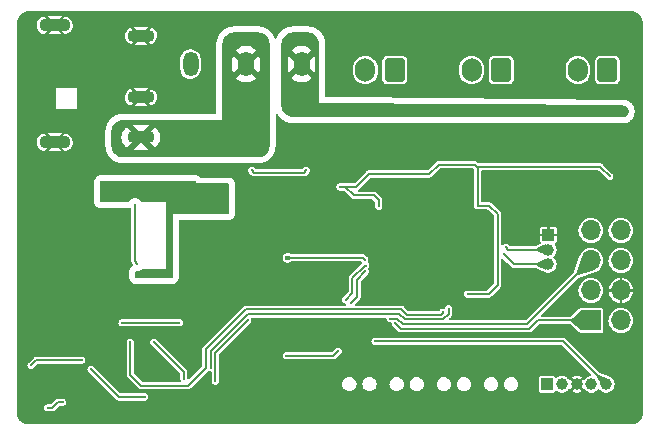
<source format=gbr>
%TF.GenerationSoftware,KiCad,Pcbnew,(7.0.0)*%
%TF.CreationDate,2023-04-19T17:04:56+08:00*%
%TF.ProjectId,Warehouse-on-STM32,57617265-686f-4757-9365-2d6f6e2d5354,rev?*%
%TF.SameCoordinates,Original*%
%TF.FileFunction,Copper,L2,Bot*%
%TF.FilePolarity,Positive*%
%FSLAX46Y46*%
G04 Gerber Fmt 4.6, Leading zero omitted, Abs format (unit mm)*
G04 Created by KiCad (PCBNEW (7.0.0)) date 2023-04-19 17:04:56*
%MOMM*%
%LPD*%
G01*
G04 APERTURE LIST*
G04 Aperture macros list*
%AMRoundRect*
0 Rectangle with rounded corners*
0 $1 Rounding radius*
0 $2 $3 $4 $5 $6 $7 $8 $9 X,Y pos of 4 corners*
0 Add a 4 corners polygon primitive as box body*
4,1,4,$2,$3,$4,$5,$6,$7,$8,$9,$2,$3,0*
0 Add four circle primitives for the rounded corners*
1,1,$1+$1,$2,$3*
1,1,$1+$1,$4,$5*
1,1,$1+$1,$6,$7*
1,1,$1+$1,$8,$9*
0 Add four rect primitives between the rounded corners*
20,1,$1+$1,$2,$3,$4,$5,0*
20,1,$1+$1,$4,$5,$6,$7,0*
20,1,$1+$1,$6,$7,$8,$9,0*
20,1,$1+$1,$8,$9,$2,$3,0*%
G04 Aperture macros list end*
%TA.AperFunction,ComponentPad*%
%ADD10RoundRect,0.250000X0.600000X0.750000X-0.600000X0.750000X-0.600000X-0.750000X0.600000X-0.750000X0*%
%TD*%
%TA.AperFunction,ComponentPad*%
%ADD11O,1.700000X2.000000*%
%TD*%
%TA.AperFunction,ComponentPad*%
%ADD12R,1.700000X1.700000*%
%TD*%
%TA.AperFunction,ComponentPad*%
%ADD13O,1.700000X1.700000*%
%TD*%
%TA.AperFunction,ComponentPad*%
%ADD14R,1.000000X1.000000*%
%TD*%
%TA.AperFunction,ComponentPad*%
%ADD15C,1.000000*%
%TD*%
%TA.AperFunction,ComponentPad*%
%ADD16O,2.300000X1.100000*%
%TD*%
%TA.AperFunction,ComponentPad*%
%ADD17O,2.650000X1.100000*%
%TD*%
%TA.AperFunction,ComponentPad*%
%ADD18O,1.300000X2.100000*%
%TD*%
%TA.AperFunction,ViaPad*%
%ADD19C,0.200000*%
%TD*%
%TA.AperFunction,ViaPad*%
%ADD20C,0.400000*%
%TD*%
%TA.AperFunction,Conductor*%
%ADD21C,0.200000*%
%TD*%
G04 APERTURE END LIST*
D10*
%TO.P,J6,1,Pin_1*%
%TO.N,Net-(J6-Pin_1)*%
X141000000Y-105000000D03*
D11*
%TO.P,J6,2,Pin_2*%
%TO.N,Net-(J6-Pin_2)*%
X138499999Y-104999999D03*
%TD*%
D12*
%TO.P,J1,1,Pin_1*%
%TO.N,/ESP_RX*%
X148599999Y-126199999D03*
D13*
%TO.P,J1,2,Pin_2*%
%TO.N,unconnected-(J1-Pin_2-Pad2)*%
X151139999Y-126199999D03*
%TO.P,J1,3,Pin_3*%
%TO.N,unconnected-(J1-Pin_3-Pad3)*%
X148599999Y-123659999D03*
%TO.P,J1,4,Pin_4*%
%TO.N,GND*%
X151139999Y-123659999D03*
%TO.P,J1,5,Pin_5*%
%TO.N,/ESP_TX*%
X148599999Y-121119999D03*
%TO.P,J1,6,Pin_6*%
%TO.N,Net-(J1-Pin_6)*%
X151139999Y-121119999D03*
%TO.P,J1,7,Pin_7*%
%TO.N,Net-(J1-Pin_7)*%
X148599999Y-118579999D03*
%TO.P,J1,8,Pin_8*%
%TO.N,+3V3*%
X151139999Y-118579999D03*
%TD*%
D14*
%TO.P,J3,1,Pin_1*%
%TO.N,GND*%
X144999999Y-118949999D03*
D15*
%TO.P,J3,2,Pin_2*%
%TO.N,/USART1_RX*%
X145000000Y-120200000D03*
%TO.P,J3,3,Pin_3*%
%TO.N,/USART1_TX*%
X145000000Y-121450000D03*
%TD*%
D14*
%TO.P,J2,1,Pin_1*%
%TO.N,+3V3*%
X144899999Y-131599999D03*
D15*
%TO.P,J2,2,Pin_2*%
%TO.N,/SWDIO*%
X146150000Y-131600000D03*
%TO.P,J2,3,Pin_3*%
%TO.N,GND*%
X147400000Y-131600000D03*
%TO.P,J2,4,Pin_4*%
%TO.N,/SWCLK*%
X148650000Y-131600000D03*
%TO.P,J2,5,Pin_5*%
%TO.N,/NRST*%
X149900000Y-131600000D03*
%TD*%
D10*
%TO.P,J5,1,Pin_1*%
%TO.N,Net-(J5-Pin_1)*%
X132000000Y-105000000D03*
D11*
%TO.P,J5,2,Pin_2*%
%TO.N,Net-(J5-Pin_2)*%
X129499999Y-104999999D03*
%TD*%
D10*
%TO.P,J7,1,Pin_1*%
%TO.N,Net-(J7-Pin_1)*%
X150000000Y-105000000D03*
D11*
%TO.P,J7,2,Pin_2*%
%TO.N,Net-(J7-Pin_2)*%
X147499999Y-104999999D03*
%TD*%
D16*
%TO.P,J4,1*%
%TO.N,Net-(J4-Pad1)*%
X110499999Y-110699999D03*
%TO.P,J4,2*%
%TO.N,GND*%
X110499999Y-102099999D03*
%TO.P,J4,3*%
X110499999Y-107299999D03*
D17*
%TO.P,J4,MP,MountPin*%
X103199999Y-101199999D03*
X103199999Y-111099999D03*
%TD*%
D18*
%TO.P,SW5,1*%
%TO.N,unconnected-(SW5-Pad1)*%
X114699999Y-104499999D03*
%TO.P,SW5,2*%
%TO.N,Net-(J4-Pad1)*%
X119399999Y-104499999D03*
%TO.P,SW5,3*%
%TO.N,+12V*%
X124099999Y-104499999D03*
%TD*%
D19*
%TO.N,+3V3*%
X127350000Y-114900000D03*
X129800000Y-113800000D03*
X139000000Y-116500000D03*
X113760000Y-126390000D03*
X108900000Y-126400000D03*
X139940000Y-123960000D03*
X150200000Y-114000000D03*
X129450000Y-121050000D03*
X122800000Y-129200000D03*
X127200000Y-128800000D03*
X138750000Y-113000500D03*
X138162500Y-123962500D03*
D20*
X122900000Y-120900000D03*
D19*
X130637500Y-116537500D03*
X146600000Y-113200000D03*
%TO.N,GND*%
X150400000Y-114600000D03*
X107200000Y-118400000D03*
D20*
X127300000Y-110200000D03*
X127300000Y-110800000D03*
X114000000Y-119200000D03*
D19*
X106400000Y-118400000D03*
X125200000Y-117200000D03*
D20*
X114600000Y-118000000D03*
D19*
X125200000Y-116800000D03*
D20*
X115800000Y-118000000D03*
X114000000Y-121000000D03*
D19*
X102000000Y-130000000D03*
D20*
X115200000Y-118000000D03*
D19*
X125600000Y-117200000D03*
X150600000Y-113200000D03*
X106800000Y-118400000D03*
X150400000Y-115400000D03*
X107600000Y-117600000D03*
X151000000Y-113200000D03*
X107400000Y-117400000D03*
D20*
X114000000Y-118000000D03*
D19*
X151400000Y-113200000D03*
X125200000Y-116400000D03*
D20*
X114000000Y-120400000D03*
X114000000Y-121600000D03*
D19*
X125600000Y-117600000D03*
X107800000Y-117800000D03*
X150400000Y-115000000D03*
D20*
X124600000Y-111800000D03*
X114000000Y-122200000D03*
X124600000Y-112300000D03*
X127900000Y-110200000D03*
D19*
X125600000Y-116400000D03*
X125600000Y-116800000D03*
X125600000Y-116000000D03*
X125200000Y-117600000D03*
D20*
X127900000Y-110800000D03*
D19*
%TO.N,/NRST*%
X130320000Y-127960000D03*
D20*
%TO.N,+12V*%
X140000000Y-108600000D03*
X125400000Y-108600000D03*
X123400000Y-108600000D03*
X141200000Y-108600000D03*
X133400000Y-108600000D03*
X150200000Y-108600000D03*
X132200000Y-108600000D03*
X123400000Y-107600000D03*
X149000000Y-108600000D03*
X131200000Y-108600000D03*
X151400000Y-108600000D03*
X142400000Y-108600000D03*
%TO.N,+5V*%
X107800000Y-115800000D03*
X114000000Y-116800000D03*
X111400000Y-115800000D03*
X116800000Y-116800000D03*
D19*
X108600000Y-114600000D03*
D20*
X110500000Y-122150000D03*
D19*
X117600000Y-116800000D03*
D20*
X112300000Y-122150000D03*
D19*
%TO.N,+1V8*%
X103871500Y-133128500D03*
X102600000Y-133600000D03*
%TO.N,/ESP_RX*%
X132050250Y-126450250D03*
%TO.N,/ESP_TX*%
X131600250Y-126050250D03*
%TO.N,/USART1_TX*%
X141200000Y-120600000D03*
%TO.N,/USART1_RX*%
X141400000Y-120000000D03*
%TO.N,/SCL*%
X110550000Y-131728500D03*
X136050000Y-125500000D03*
X109600000Y-128050000D03*
%TO.N,/\u4F20\u611F\u5668\u6A21\u5757/SDA1V8*%
X101200000Y-130000000D03*
X106278500Y-130328500D03*
X105500000Y-129550000D03*
X110828500Y-132678500D03*
%TO.N,/SDA*%
X116400000Y-130200000D03*
X114137500Y-131162500D03*
X136550000Y-125200000D03*
X111600000Y-128050000D03*
%TO.N,/LED0*%
X128250000Y-124750000D03*
X129500000Y-122050000D03*
%TO.N,/ADC*%
X119550000Y-126200000D03*
X116800000Y-131350000D03*
X127850000Y-124450000D03*
X129550000Y-121550000D03*
%TO.N,Net-(U2-EN1)*%
X110200000Y-121400000D03*
X110000000Y-116400000D03*
%TO.N,Net-(U3-EN{slash}SYNC)*%
X124500000Y-113500000D03*
X119875000Y-113500000D03*
%TD*%
D21*
%TO.N,+3V3*%
X149400000Y-113200000D02*
X150200000Y-114000000D01*
X113760000Y-126390000D02*
X108910000Y-126390000D01*
X129300000Y-120900000D02*
X122900000Y-120900000D01*
X138750000Y-113000500D02*
X139000000Y-113250500D01*
X127350000Y-114900000D02*
X128700000Y-114900000D01*
X130200000Y-115600000D02*
X128500000Y-115600000D01*
X134900000Y-113800000D02*
X129800000Y-113800000D01*
X129450000Y-121050000D02*
X129300000Y-120900000D01*
X140700000Y-123200000D02*
X140700000Y-117200000D01*
X128500000Y-115600000D02*
X127800000Y-114900000D01*
X139000000Y-113250500D02*
X139000000Y-116500000D01*
X138162500Y-123962500D02*
X139937500Y-123962500D01*
X140000000Y-116500000D02*
X139000000Y-116500000D01*
X126800000Y-129200000D02*
X127200000Y-128800000D01*
X140700000Y-117200000D02*
X140000000Y-116500000D01*
X127800000Y-114900000D02*
X127350000Y-114900000D01*
X122800000Y-129200000D02*
X126800000Y-129200000D01*
X128700000Y-114900000D02*
X129800000Y-113800000D01*
X139937500Y-123962500D02*
X140700000Y-123200000D01*
X130637500Y-116037500D02*
X130200000Y-115600000D01*
X138949500Y-113200000D02*
X138750000Y-113000500D01*
X138750000Y-113000500D02*
X135699500Y-113000500D01*
X135699500Y-113000500D02*
X134900000Y-113800000D01*
X146600000Y-113200000D02*
X138949500Y-113200000D01*
X130637500Y-116537500D02*
X130637500Y-116037500D01*
X146600000Y-113200000D02*
X149400000Y-113200000D01*
%TO.N,/NRST*%
X146260000Y-127960000D02*
X130320000Y-127960000D01*
X149900000Y-131600000D02*
X146260000Y-127960000D01*
%TO.N,+1V8*%
X102600000Y-133600000D02*
X103000000Y-133600000D01*
X103000000Y-133600000D02*
X103471500Y-133128500D01*
X103471500Y-133128500D02*
X103871500Y-133128500D01*
%TO.N,/ESP_RX*%
X143385686Y-126900000D02*
X144085686Y-126200000D01*
X132500000Y-126900000D02*
X143385686Y-126900000D01*
X132050250Y-126450250D02*
X132500000Y-126900000D01*
X144085686Y-126200000D02*
X148600000Y-126200000D01*
%TO.N,/ESP_TX*%
X131600250Y-126050250D02*
X132215936Y-126050250D01*
X132665686Y-126500000D02*
X143220000Y-126500000D01*
X143220000Y-126500000D02*
X148600000Y-121120000D01*
X132215936Y-126050250D02*
X132665686Y-126500000D01*
%TO.N,/USART1_TX*%
X141200000Y-120600000D02*
X142050000Y-121450000D01*
X142050000Y-121450000D02*
X145000000Y-121450000D01*
%TO.N,/USART1_RX*%
X141600000Y-120200000D02*
X145000000Y-120200000D01*
X141400000Y-120000000D02*
X141600000Y-120200000D01*
%TO.N,/SCL*%
X109600000Y-128050000D02*
X109600000Y-130778500D01*
X119368311Y-125250317D02*
X132547468Y-125250317D01*
X132547468Y-125250317D02*
X132997151Y-125700000D01*
X116000000Y-130200000D02*
X116000000Y-128618628D01*
X136050000Y-125600000D02*
X136050000Y-125500000D01*
X135950000Y-125700000D02*
X136050000Y-125600000D01*
X116000000Y-128618628D02*
X119368311Y-125250317D01*
X109600000Y-130778500D02*
X110550000Y-131728500D01*
X132997151Y-125700000D02*
X135950000Y-125700000D01*
X114471500Y-131728500D02*
X116000000Y-130200000D01*
X110550000Y-131728500D02*
X114471500Y-131728500D01*
%TO.N,/\u4F20\u611F\u5668\u6A21\u5757/SDA1V8*%
X101650000Y-129550000D02*
X101200000Y-130000000D01*
X108628500Y-132678500D02*
X110828500Y-132678500D01*
X106278500Y-130328500D02*
X108628500Y-132678500D01*
X105500000Y-129550000D02*
X101650000Y-129550000D01*
%TO.N,/SDA*%
X136115686Y-126100000D02*
X136550000Y-125665686D01*
X114137500Y-130587500D02*
X114137500Y-131162500D01*
X111600000Y-128050000D02*
X114137500Y-130587500D01*
X136550000Y-125665686D02*
X136550000Y-125200000D01*
X119533997Y-125650317D02*
X132381783Y-125650317D01*
X116400000Y-128784315D02*
X119533997Y-125650317D01*
X116400000Y-130200000D02*
X116400000Y-128784315D01*
X132381783Y-125650317D02*
X132831466Y-126100000D01*
X132831466Y-126100000D02*
X136115686Y-126100000D01*
%TO.N,/LED0*%
X129500000Y-122050000D02*
X128800000Y-122750000D01*
X128800000Y-122750000D02*
X128800000Y-124200000D01*
X128800000Y-124200000D02*
X128250000Y-124750000D01*
%TO.N,/ADC*%
X129434314Y-121550000D02*
X128400000Y-122584315D01*
X128400000Y-123900000D02*
X127850000Y-124450000D01*
X119550000Y-126200000D02*
X116800000Y-128950000D01*
X128400000Y-122584315D02*
X128400000Y-123900000D01*
X116800000Y-128950000D02*
X116800000Y-131350000D01*
X129550000Y-121550000D02*
X129434314Y-121550000D01*
%TO.N,Net-(U2-EN1)*%
X110000000Y-116400000D02*
X110000000Y-121200000D01*
X110000000Y-121200000D02*
X110200000Y-121400000D01*
%TO.N,Net-(U3-EN{slash}SYNC)*%
X124300000Y-113700000D02*
X120075000Y-113700000D01*
X120075000Y-113700000D02*
X119875000Y-113500000D01*
X124500000Y-113500000D02*
X124300000Y-113700000D01*
%TD*%
%TA.AperFunction,Conductor*%
%TO.N,GND*%
G36*
X152004309Y-100000877D02*
G01*
X152044919Y-100004430D01*
X152045995Y-100004530D01*
X152173816Y-100017119D01*
X152189696Y-100020008D01*
X152256853Y-100038002D01*
X152259806Y-100038846D01*
X152353264Y-100067196D01*
X152366359Y-100072207D01*
X152434466Y-100103966D01*
X152439295Y-100106380D01*
X152520369Y-100149715D01*
X152530485Y-100155929D01*
X152593673Y-100200174D01*
X152599693Y-100204742D01*
X152669396Y-100261945D01*
X152676596Y-100268469D01*
X152731529Y-100323402D01*
X152738053Y-100330602D01*
X152795256Y-100400305D01*
X152799824Y-100406325D01*
X152844069Y-100469513D01*
X152850283Y-100479629D01*
X152893618Y-100560703D01*
X152896032Y-100565532D01*
X152927791Y-100633639D01*
X152932804Y-100646739D01*
X152961129Y-100740112D01*
X152962019Y-100743228D01*
X152979986Y-100810282D01*
X152982882Y-100826202D01*
X152995467Y-100953990D01*
X152995567Y-100955061D01*
X152999123Y-100995691D01*
X152999500Y-101004323D01*
X152999500Y-133995677D01*
X152999123Y-134004309D01*
X152995567Y-134044937D01*
X152995467Y-134046008D01*
X152982882Y-134173796D01*
X152979986Y-134189716D01*
X152962019Y-134256770D01*
X152961129Y-134259886D01*
X152932804Y-134353259D01*
X152927791Y-134366359D01*
X152896032Y-134434466D01*
X152893618Y-134439295D01*
X152850283Y-134520369D01*
X152844069Y-134530485D01*
X152799824Y-134593673D01*
X152795256Y-134599693D01*
X152738053Y-134669396D01*
X152731529Y-134676596D01*
X152676596Y-134731529D01*
X152669396Y-134738053D01*
X152599693Y-134795256D01*
X152593673Y-134799824D01*
X152530485Y-134844069D01*
X152520369Y-134850283D01*
X152439295Y-134893618D01*
X152434466Y-134896032D01*
X152366359Y-134927791D01*
X152353259Y-134932804D01*
X152259886Y-134961129D01*
X152256769Y-134962019D01*
X152189715Y-134979985D01*
X152173797Y-134982881D01*
X152045984Y-134995470D01*
X152044911Y-134995570D01*
X152012321Y-134998422D01*
X152004330Y-134999121D01*
X151995703Y-134999498D01*
X101004297Y-134999498D01*
X100995668Y-134999121D01*
X100990729Y-134998688D01*
X100955088Y-134995570D01*
X100954014Y-134995470D01*
X100826201Y-134982881D01*
X100810283Y-134979985D01*
X100743229Y-134962019D01*
X100740112Y-134961129D01*
X100646739Y-134932804D01*
X100633639Y-134927791D01*
X100565532Y-134896032D01*
X100560703Y-134893618D01*
X100479629Y-134850283D01*
X100469513Y-134844069D01*
X100406325Y-134799824D01*
X100400305Y-134795256D01*
X100330602Y-134738053D01*
X100323402Y-134731529D01*
X100268469Y-134676596D01*
X100261945Y-134669396D01*
X100204742Y-134599693D01*
X100200174Y-134593673D01*
X100155929Y-134530485D01*
X100149715Y-134520369D01*
X100106380Y-134439295D01*
X100103966Y-134434466D01*
X100072207Y-134366359D01*
X100067194Y-134353259D01*
X100038846Y-134259806D01*
X100038002Y-134256853D01*
X100020008Y-134189696D01*
X100017119Y-134173816D01*
X100004530Y-134045993D01*
X100004430Y-134044919D01*
X100000877Y-134004309D01*
X100000500Y-133995680D01*
X100000500Y-133600000D01*
X102294864Y-133600000D01*
X102296368Y-133608530D01*
X102296368Y-133608533D01*
X102301213Y-133636015D01*
X102302294Y-133644066D01*
X102305116Y-133674521D01*
X102305118Y-133674531D01*
X102305965Y-133683660D01*
X102310054Y-133691873D01*
X102310462Y-133693306D01*
X102311911Y-133696682D01*
X102313266Y-133704363D01*
X102317593Y-133711857D01*
X102317595Y-133711863D01*
X102333615Y-133739612D01*
X102336498Y-133744980D01*
X102351952Y-133776016D01*
X102351954Y-133776019D01*
X102356042Y-133784228D01*
X102362819Y-133790406D01*
X102363343Y-133791100D01*
X102366252Y-133796138D01*
X102372881Y-133801701D01*
X102372886Y-133801706D01*
X102400591Y-133824953D01*
X102403634Y-133827615D01*
X102439067Y-133859916D01*
X102444998Y-133862213D01*
X102447432Y-133864256D01*
X102493469Y-133881011D01*
X102495250Y-133881680D01*
X102543827Y-133900500D01*
X102547014Y-133900500D01*
X102946802Y-133900500D01*
X102952074Y-133900865D01*
X102957765Y-133902773D01*
X103004641Y-133900606D01*
X103009214Y-133900500D01*
X103023265Y-133900500D01*
X103027844Y-133900500D01*
X103032344Y-133899658D01*
X103036907Y-133899235D01*
X103036926Y-133899446D01*
X103041572Y-133898898D01*
X103069992Y-133897585D01*
X103078980Y-133893615D01*
X103100778Y-133886865D01*
X103110433Y-133885061D01*
X103134617Y-133870086D01*
X103146738Y-133863698D01*
X103155303Y-133859916D01*
X103172765Y-133852206D01*
X103179713Y-133845257D01*
X103197596Y-133831092D01*
X103205952Y-133825919D01*
X103223099Y-133803211D01*
X103232086Y-133792883D01*
X103566974Y-133457996D01*
X103599092Y-133436536D01*
X103636978Y-133429000D01*
X103915823Y-133429000D01*
X103924486Y-133429000D01*
X103943376Y-133422124D01*
X103959050Y-133417838D01*
X103972913Y-133415247D01*
X103972913Y-133415246D01*
X103981933Y-133413561D01*
X103994696Y-133405657D01*
X104012946Y-133396803D01*
X104024068Y-133392756D01*
X104038398Y-133380730D01*
X104042631Y-133377180D01*
X104054150Y-133368846D01*
X104077452Y-133354419D01*
X104083995Y-133345752D01*
X104097448Y-133331592D01*
X104098609Y-133330207D01*
X104105248Y-133324638D01*
X104119434Y-133300063D01*
X104126153Y-133289925D01*
X104145156Y-133264764D01*
X104147668Y-133255932D01*
X104149886Y-133251479D01*
X104151116Y-133248573D01*
X104150938Y-133248508D01*
X104153900Y-133240367D01*
X104158234Y-133232863D01*
X104163870Y-133200894D01*
X104166146Y-133190989D01*
X104175901Y-133156707D01*
X104175053Y-133147563D01*
X104175220Y-133145764D01*
X104175131Y-133143821D01*
X104175131Y-133137032D01*
X104176636Y-133128500D01*
X104170281Y-133092463D01*
X104169203Y-133084434D01*
X104165535Y-133044840D01*
X104161445Y-133036626D01*
X104161038Y-133035195D01*
X104159588Y-133031817D01*
X104158234Y-133024137D01*
X104137888Y-132988898D01*
X104135004Y-132983527D01*
X104134059Y-132981630D01*
X104115458Y-132944272D01*
X104108676Y-132938089D01*
X104108158Y-132937404D01*
X104105248Y-132932362D01*
X104098614Y-132926795D01*
X104098612Y-132926793D01*
X104070935Y-132903570D01*
X104067875Y-132900894D01*
X104039212Y-132874763D01*
X104039208Y-132874760D01*
X104032433Y-132868584D01*
X104026501Y-132866286D01*
X104024068Y-132864244D01*
X103978113Y-132847518D01*
X103976222Y-132846808D01*
X103971023Y-132844794D01*
X103957418Y-132839523D01*
X103936224Y-132831312D01*
X103936220Y-132831311D01*
X103927673Y-132828000D01*
X103918502Y-132828000D01*
X103524699Y-132828000D01*
X103519426Y-132827634D01*
X103513736Y-132825727D01*
X103504572Y-132826150D01*
X103504568Y-132826150D01*
X103466859Y-132827894D01*
X103462287Y-132828000D01*
X103443656Y-132828000D01*
X103439156Y-132828840D01*
X103434601Y-132829263D01*
X103434583Y-132829071D01*
X103429921Y-132829601D01*
X103410673Y-132830491D01*
X103410671Y-132830491D01*
X103401509Y-132830915D01*
X103393123Y-132834617D01*
X103393116Y-132834619D01*
X103392512Y-132834887D01*
X103370728Y-132841632D01*
X103370087Y-132841751D01*
X103370079Y-132841754D01*
X103361067Y-132843439D01*
X103353271Y-132848265D01*
X103353265Y-132848268D01*
X103336882Y-132858412D01*
X103324758Y-132864803D01*
X103307124Y-132872589D01*
X103307120Y-132872591D01*
X103298735Y-132876294D01*
X103292252Y-132882776D01*
X103292244Y-132882782D01*
X103291778Y-132883249D01*
X103273913Y-132897399D01*
X103273352Y-132897746D01*
X103273343Y-132897754D01*
X103265548Y-132902581D01*
X103260024Y-132909895D01*
X103260017Y-132909902D01*
X103248403Y-132925282D01*
X103239406Y-132935621D01*
X102904526Y-133270503D01*
X102872408Y-133291964D01*
X102834522Y-133299500D01*
X102652986Y-133299500D01*
X102547014Y-133299500D01*
X102538876Y-133302461D01*
X102538874Y-133302462D01*
X102528117Y-133306377D01*
X102512460Y-133310658D01*
X102498587Y-133313251D01*
X102498578Y-133313254D01*
X102489567Y-133314939D01*
X102481769Y-133319766D01*
X102481763Y-133319769D01*
X102476802Y-133322841D01*
X102458562Y-133331691D01*
X102455574Y-133332778D01*
X102455563Y-133332784D01*
X102447432Y-133335744D01*
X102440802Y-133341306D01*
X102440798Y-133341309D01*
X102428864Y-133351323D01*
X102417350Y-133359652D01*
X102401847Y-133369251D01*
X102401844Y-133369253D01*
X102394048Y-133374081D01*
X102388523Y-133381395D01*
X102388516Y-133381403D01*
X102387498Y-133382753D01*
X102374031Y-133396929D01*
X102372881Y-133398298D01*
X102366252Y-133403862D01*
X102361924Y-133411358D01*
X102361920Y-133411363D01*
X102352074Y-133428418D01*
X102345344Y-133438575D01*
X102326344Y-133463736D01*
X102323834Y-133472555D01*
X102321642Y-133476958D01*
X102320383Y-133479934D01*
X102320558Y-133479998D01*
X102317594Y-133488138D01*
X102313266Y-133495637D01*
X102311762Y-133504160D01*
X102311760Y-133504169D01*
X102307626Y-133527613D01*
X102305353Y-133537507D01*
X102298109Y-133562967D01*
X102298108Y-133562973D01*
X102295599Y-133571793D01*
X102296445Y-133580925D01*
X102296278Y-133582731D01*
X102296368Y-133584672D01*
X102296368Y-133591469D01*
X102294864Y-133600000D01*
X100000500Y-133600000D01*
X100000500Y-130328500D01*
X105973364Y-130328500D01*
X105974868Y-130337028D01*
X105978108Y-130355408D01*
X105979505Y-130368019D01*
X105980490Y-130389325D01*
X105980491Y-130389330D01*
X105980915Y-130398492D01*
X105984619Y-130406882D01*
X105985233Y-130409490D01*
X105987274Y-130416203D01*
X105987299Y-130416195D01*
X105990262Y-130424336D01*
X105991766Y-130432863D01*
X105996095Y-130440361D01*
X105996096Y-130440364D01*
X106007483Y-130460088D01*
X106012308Y-130469594D01*
X106022587Y-130492872D01*
X106022589Y-130492875D01*
X106026294Y-130501265D01*
X106032777Y-130507748D01*
X106034732Y-130510602D01*
X106034853Y-130510502D01*
X106040423Y-130517140D01*
X106044752Y-130524638D01*
X106051383Y-130530202D01*
X106071985Y-130547489D01*
X106078353Y-130553324D01*
X108378396Y-132853367D01*
X108381867Y-132857356D01*
X108384542Y-132862728D01*
X108391318Y-132868905D01*
X108419224Y-132894345D01*
X108422532Y-132897503D01*
X108435703Y-132910674D01*
X108439473Y-132913257D01*
X108442996Y-132916182D01*
X108442862Y-132916343D01*
X108446539Y-132919246D01*
X108467567Y-132938416D01*
X108476725Y-132941963D01*
X108496912Y-132952603D01*
X108505019Y-132958157D01*
X108532714Y-132964670D01*
X108545795Y-132968721D01*
X108572327Y-132979000D01*
X108582153Y-132979000D01*
X108604818Y-132981629D01*
X108614381Y-132983879D01*
X108642553Y-132979948D01*
X108656231Y-132979000D01*
X110872823Y-132979000D01*
X110881486Y-132979000D01*
X110900376Y-132972124D01*
X110916050Y-132967838D01*
X110929913Y-132965247D01*
X110929913Y-132965246D01*
X110938933Y-132963561D01*
X110951696Y-132955657D01*
X110969946Y-132946803D01*
X110981068Y-132942756D01*
X110995398Y-132930730D01*
X110999631Y-132927180D01*
X111011150Y-132918846D01*
X111034452Y-132904419D01*
X111040995Y-132895752D01*
X111054448Y-132881592D01*
X111055609Y-132880207D01*
X111062248Y-132874638D01*
X111076434Y-132850063D01*
X111083153Y-132839925D01*
X111102156Y-132814764D01*
X111104668Y-132805932D01*
X111106886Y-132801479D01*
X111108116Y-132798573D01*
X111107938Y-132798508D01*
X111110900Y-132790367D01*
X111115234Y-132782863D01*
X111120870Y-132750894D01*
X111123146Y-132740989D01*
X111132901Y-132706707D01*
X111132053Y-132697563D01*
X111132220Y-132695764D01*
X111132131Y-132693821D01*
X111132131Y-132687032D01*
X111133636Y-132678500D01*
X111127281Y-132642463D01*
X111126203Y-132634434D01*
X111122535Y-132594840D01*
X111118445Y-132586626D01*
X111118038Y-132585195D01*
X111116588Y-132581817D01*
X111115234Y-132574137D01*
X111094888Y-132538898D01*
X111092004Y-132533527D01*
X111076547Y-132502484D01*
X111076546Y-132502483D01*
X111072458Y-132494272D01*
X111065676Y-132488089D01*
X111065158Y-132487404D01*
X111062248Y-132482362D01*
X111055614Y-132476795D01*
X111055612Y-132476793D01*
X111027935Y-132453570D01*
X111024875Y-132450894D01*
X110996212Y-132424763D01*
X110996208Y-132424760D01*
X110989433Y-132418584D01*
X110983501Y-132416286D01*
X110981068Y-132414244D01*
X110935113Y-132397518D01*
X110933222Y-132396808D01*
X110893224Y-132381312D01*
X110893220Y-132381311D01*
X110884673Y-132378000D01*
X110875502Y-132378000D01*
X108793979Y-132378000D01*
X108756093Y-132370464D01*
X108723975Y-132349004D01*
X106528177Y-130153206D01*
X106522686Y-130146048D01*
X106522148Y-130146500D01*
X106516577Y-130139860D01*
X106512248Y-130132362D01*
X106505614Y-130126795D01*
X106505613Y-130126794D01*
X106485019Y-130109514D01*
X106478651Y-130103680D01*
X106474530Y-130099559D01*
X106474529Y-130099558D01*
X106471297Y-130096326D01*
X106467525Y-130093742D01*
X106467519Y-130093737D01*
X106464412Y-130091609D01*
X106456728Y-130085775D01*
X106437705Y-130069813D01*
X106437704Y-130069812D01*
X106431068Y-130064244D01*
X106422926Y-130061280D01*
X106415429Y-130056952D01*
X106415579Y-130056690D01*
X106409546Y-130054026D01*
X106401981Y-130048844D01*
X106393054Y-130046744D01*
X106393047Y-130046741D01*
X106370284Y-130041387D01*
X106359098Y-130038049D01*
X106339625Y-130030962D01*
X106339624Y-130030961D01*
X106331486Y-130028000D01*
X106322826Y-130028000D01*
X106318930Y-130027313D01*
X106302182Y-130025370D01*
X106301549Y-130025221D01*
X106301546Y-130025220D01*
X106292619Y-130023121D01*
X106283536Y-130024388D01*
X106264447Y-130027051D01*
X106250769Y-130028000D01*
X106225514Y-130028000D01*
X106217379Y-130030960D01*
X106217370Y-130030962D01*
X106215356Y-130031695D01*
X106195196Y-130036710D01*
X106190440Y-130037373D01*
X106190431Y-130037375D01*
X106181349Y-130038643D01*
X106173335Y-130043106D01*
X106173331Y-130043108D01*
X106160108Y-130050473D01*
X106145800Y-130057011D01*
X106134073Y-130061279D01*
X106134063Y-130061284D01*
X106125932Y-130064244D01*
X106119303Y-130069805D01*
X106119294Y-130069811D01*
X106114480Y-130073851D01*
X106099034Y-130084490D01*
X106091216Y-130088845D01*
X106091211Y-130088849D01*
X106083201Y-130093311D01*
X106077342Y-130100365D01*
X106077341Y-130100367D01*
X106070303Y-130108842D01*
X106057784Y-130121425D01*
X106051387Y-130126793D01*
X106051383Y-130126797D01*
X106044752Y-130132362D01*
X106040423Y-130139858D01*
X106040420Y-130139863D01*
X106035213Y-130148881D01*
X106025648Y-130162616D01*
X106017290Y-130172681D01*
X106017285Y-130172689D01*
X106011429Y-130179742D01*
X106008515Y-130188435D01*
X106008512Y-130188441D01*
X106006327Y-130194962D01*
X105998201Y-130212990D01*
X105996097Y-130216633D01*
X105996095Y-130216638D01*
X105991766Y-130224137D01*
X105990261Y-130232666D01*
X105990262Y-130232666D01*
X105987736Y-130246991D01*
X105984109Y-130261256D01*
X105981184Y-130269984D01*
X105975727Y-130286265D01*
X105976276Y-130298156D01*
X105974878Y-130319907D01*
X105973364Y-130328500D01*
X100000500Y-130328500D01*
X100000500Y-129985881D01*
X100894621Y-129985881D01*
X100895827Y-129994533D01*
X100894864Y-130000000D01*
X100896366Y-130008519D01*
X100896366Y-130008523D01*
X100902822Y-130045138D01*
X100903376Y-130048647D01*
X100908875Y-130088067D01*
X100908876Y-130088070D01*
X100910143Y-130097151D01*
X100912851Y-130102014D01*
X100913266Y-130104363D01*
X100915999Y-130109096D01*
X100938261Y-130147657D01*
X100939011Y-130148980D01*
X100964811Y-130195299D01*
X100986116Y-130212990D01*
X101007011Y-130230341D01*
X101007403Y-130230667D01*
X101047432Y-130264256D01*
X101048179Y-130264528D01*
X101051242Y-130267071D01*
X101099693Y-130283309D01*
X101101988Y-130284112D01*
X101147014Y-130300500D01*
X101150983Y-130300500D01*
X101157765Y-130302773D01*
X101204641Y-130300606D01*
X101209214Y-130300500D01*
X101244323Y-130300500D01*
X101252986Y-130300500D01*
X101258595Y-130298457D01*
X101259199Y-130298391D01*
X101260826Y-130298008D01*
X101269992Y-130297585D01*
X101309210Y-130280267D01*
X101315267Y-130277831D01*
X101352568Y-130264256D01*
X101358995Y-130258862D01*
X101363126Y-130256765D01*
X101364371Y-130255911D01*
X101372765Y-130252206D01*
X101400149Y-130224820D01*
X101406509Y-130218993D01*
X101409322Y-130216633D01*
X101433748Y-130196138D01*
X101438080Y-130188633D01*
X101443647Y-130181999D01*
X101444190Y-130182454D01*
X101449676Y-130175293D01*
X101745474Y-129879496D01*
X101777592Y-129858036D01*
X101815478Y-129850500D01*
X105544323Y-129850500D01*
X105552986Y-129850500D01*
X105571876Y-129843624D01*
X105587550Y-129839338D01*
X105601413Y-129836747D01*
X105601413Y-129836746D01*
X105610433Y-129835061D01*
X105623196Y-129827157D01*
X105641446Y-129818303D01*
X105652568Y-129814256D01*
X105666898Y-129802230D01*
X105671131Y-129798680D01*
X105682650Y-129790346D01*
X105705952Y-129775919D01*
X105712495Y-129767252D01*
X105725948Y-129753092D01*
X105727109Y-129751707D01*
X105733748Y-129746138D01*
X105747934Y-129721563D01*
X105754653Y-129711425D01*
X105773656Y-129686264D01*
X105776168Y-129677432D01*
X105778386Y-129672979D01*
X105779616Y-129670073D01*
X105779438Y-129670008D01*
X105782400Y-129661867D01*
X105786734Y-129654363D01*
X105792370Y-129622394D01*
X105794646Y-129612489D01*
X105804401Y-129578207D01*
X105803553Y-129569063D01*
X105803720Y-129567264D01*
X105803631Y-129565321D01*
X105803631Y-129558532D01*
X105805136Y-129550000D01*
X105798781Y-129513963D01*
X105797703Y-129505934D01*
X105794035Y-129466340D01*
X105789945Y-129458126D01*
X105789538Y-129456695D01*
X105788088Y-129453317D01*
X105786734Y-129445637D01*
X105766388Y-129410398D01*
X105763504Y-129405027D01*
X105761850Y-129401706D01*
X105743958Y-129365772D01*
X105737176Y-129359589D01*
X105736658Y-129358904D01*
X105733748Y-129353862D01*
X105727114Y-129348295D01*
X105727112Y-129348293D01*
X105699435Y-129325070D01*
X105696375Y-129322394D01*
X105667712Y-129296263D01*
X105667708Y-129296260D01*
X105660933Y-129290084D01*
X105655001Y-129287786D01*
X105652568Y-129285744D01*
X105606613Y-129269018D01*
X105604722Y-129268308D01*
X105564724Y-129252812D01*
X105564720Y-129252811D01*
X105556173Y-129249500D01*
X105547002Y-129249500D01*
X101703198Y-129249500D01*
X101697925Y-129249134D01*
X101692235Y-129247227D01*
X101683071Y-129247650D01*
X101683067Y-129247650D01*
X101645358Y-129249394D01*
X101640786Y-129249500D01*
X101622156Y-129249500D01*
X101617656Y-129250340D01*
X101613101Y-129250763D01*
X101613083Y-129250571D01*
X101608421Y-129251101D01*
X101589172Y-129251991D01*
X101589170Y-129251991D01*
X101580008Y-129252415D01*
X101571622Y-129256117D01*
X101571615Y-129256119D01*
X101571011Y-129256387D01*
X101549227Y-129263132D01*
X101548585Y-129263251D01*
X101548575Y-129263254D01*
X101539567Y-129264939D01*
X101531771Y-129269765D01*
X101531770Y-129269766D01*
X101515381Y-129279913D01*
X101503263Y-129286300D01*
X101485626Y-129294088D01*
X101485623Y-129294089D01*
X101477235Y-129297794D01*
X101470752Y-129304276D01*
X101470744Y-129304282D01*
X101470278Y-129304749D01*
X101452413Y-129318899D01*
X101451852Y-129319246D01*
X101451843Y-129319254D01*
X101444048Y-129324081D01*
X101438524Y-129331395D01*
X101438517Y-129331402D01*
X101426906Y-129346778D01*
X101417909Y-129357118D01*
X100999845Y-129775182D01*
X100993480Y-129781014D01*
X100977888Y-129794098D01*
X100966252Y-129803862D01*
X100961922Y-129811361D01*
X100961920Y-129811364D01*
X100947443Y-129836438D01*
X100943385Y-129842880D01*
X100925527Y-129868951D01*
X100925525Y-129868955D01*
X100920344Y-129876519D01*
X100918244Y-129885442D01*
X100917633Y-129886827D01*
X100916864Y-129889402D01*
X100913266Y-129895637D01*
X100911764Y-129904154D01*
X100911761Y-129904163D01*
X100906018Y-129936732D01*
X100904894Y-129942203D01*
X100894621Y-129985881D01*
X100000500Y-129985881D01*
X100000500Y-128050000D01*
X109294864Y-128050000D01*
X109296368Y-128058528D01*
X109297996Y-128067761D01*
X109299500Y-128084953D01*
X109299500Y-130725302D01*
X109299134Y-130730574D01*
X109297227Y-130736265D01*
X109297650Y-130745427D01*
X109297650Y-130745432D01*
X109299394Y-130783142D01*
X109299500Y-130787714D01*
X109299500Y-130806344D01*
X109300342Y-130810851D01*
X109300764Y-130815399D01*
X109300566Y-130815417D01*
X109301101Y-130820076D01*
X109302415Y-130848492D01*
X109306385Y-130857484D01*
X109313132Y-130879272D01*
X109314939Y-130888933D01*
X109319766Y-130896730D01*
X109319767Y-130896731D01*
X109329911Y-130913115D01*
X109336300Y-130925236D01*
X109347794Y-130951265D01*
X109354278Y-130957749D01*
X109354743Y-130958214D01*
X109368908Y-130976098D01*
X109374081Y-130984452D01*
X109381403Y-130989981D01*
X109396772Y-131001587D01*
X109407116Y-131010587D01*
X110299896Y-131903367D01*
X110303367Y-131907356D01*
X110306042Y-131912728D01*
X110312818Y-131918905D01*
X110313344Y-131919602D01*
X110316252Y-131924638D01*
X110322883Y-131930202D01*
X110343485Y-131947489D01*
X110349853Y-131953324D01*
X110357203Y-131960674D01*
X110360973Y-131963257D01*
X110364496Y-131966182D01*
X110364362Y-131966343D01*
X110368039Y-131969246D01*
X110389067Y-131988416D01*
X110394998Y-131990713D01*
X110397432Y-131992756D01*
X110404004Y-131995147D01*
X110407407Y-131996777D01*
X110413079Y-132000052D01*
X110412928Y-132000312D01*
X110418946Y-132002969D01*
X110426519Y-132008157D01*
X110454214Y-132014670D01*
X110467295Y-132018721D01*
X110493827Y-132029000D01*
X110497014Y-132029000D01*
X110503653Y-132029000D01*
X110526318Y-132031629D01*
X110535881Y-132033879D01*
X110564053Y-132029948D01*
X110577731Y-132029000D01*
X114418302Y-132029000D01*
X114423574Y-132029365D01*
X114429265Y-132031273D01*
X114476141Y-132029106D01*
X114480714Y-132029000D01*
X114494765Y-132029000D01*
X114499344Y-132029000D01*
X114503844Y-132028158D01*
X114508407Y-132027735D01*
X114508426Y-132027946D01*
X114513072Y-132027398D01*
X114541492Y-132026085D01*
X114550480Y-132022115D01*
X114572278Y-132015365D01*
X114581933Y-132013561D01*
X114606117Y-131998586D01*
X114618238Y-131992198D01*
X114626803Y-131988416D01*
X114644265Y-131980706D01*
X114651213Y-131973757D01*
X114669096Y-131959592D01*
X114677452Y-131954419D01*
X114694596Y-131931715D01*
X114703582Y-131921387D01*
X116139576Y-130485393D01*
X116193640Y-130457690D01*
X116253708Y-130466779D01*
X116256413Y-130468126D01*
X116263736Y-130473656D01*
X116272560Y-130476166D01*
X116272561Y-130476167D01*
X116303938Y-130485094D01*
X116310700Y-130487282D01*
X116347014Y-130500500D01*
X116355681Y-130500500D01*
X116356991Y-130500731D01*
X116361402Y-130501745D01*
X116362967Y-130501890D01*
X116371793Y-130504401D01*
X116391365Y-130502587D01*
X116444627Y-130512543D01*
X116484671Y-130549048D01*
X116499500Y-130601165D01*
X116499500Y-131315047D01*
X116497996Y-131332236D01*
X116494864Y-131350000D01*
X116496368Y-131358528D01*
X116496368Y-131358533D01*
X116499383Y-131375634D01*
X116499500Y-131376505D01*
X116499500Y-131377844D01*
X116500138Y-131381258D01*
X116500142Y-131381287D01*
X116504221Y-131403111D01*
X116504401Y-131404101D01*
X116512321Y-131449009D01*
X116512322Y-131449013D01*
X116513266Y-131454363D01*
X116514062Y-131455741D01*
X116514939Y-131460433D01*
X116519765Y-131468228D01*
X116519767Y-131468232D01*
X116541246Y-131502921D01*
X116542811Y-131505537D01*
X116549841Y-131517713D01*
X116566252Y-131546138D01*
X116569899Y-131549198D01*
X116574081Y-131555952D01*
X116610728Y-131583626D01*
X116614675Y-131586769D01*
X116640797Y-131608689D01*
X116640798Y-131608690D01*
X116647432Y-131614256D01*
X116653623Y-131616509D01*
X116655010Y-131617428D01*
X116656416Y-131618128D01*
X116663736Y-131623656D01*
X116672557Y-131626165D01*
X116672560Y-131626167D01*
X116703938Y-131635094D01*
X116710700Y-131637282D01*
X116747014Y-131650500D01*
X116755681Y-131650500D01*
X116756991Y-131650731D01*
X116761402Y-131651745D01*
X116762967Y-131651890D01*
X116771793Y-131654401D01*
X116809337Y-131650922D01*
X116818472Y-131650500D01*
X116844323Y-131650500D01*
X116852986Y-131650500D01*
X116861126Y-131647537D01*
X116869656Y-131646033D01*
X116869695Y-131646255D01*
X116874521Y-131644881D01*
X116883660Y-131644035D01*
X116913738Y-131629056D01*
X116923980Y-131624660D01*
X116952568Y-131614256D01*
X116959208Y-131608683D01*
X116964754Y-131605482D01*
X116973119Y-131600000D01*
X127544318Y-131600000D01*
X127545165Y-131606434D01*
X127564108Y-131750326D01*
X127564109Y-131750331D01*
X127564956Y-131756762D01*
X127625464Y-131902841D01*
X127629413Y-131907988D01*
X127629414Y-131907989D01*
X127716990Y-132022121D01*
X127721718Y-132028282D01*
X127847159Y-132124536D01*
X127993238Y-132185044D01*
X128110639Y-132200500D01*
X128186120Y-132200500D01*
X128189361Y-132200500D01*
X128306762Y-132185044D01*
X128452841Y-132124536D01*
X128578282Y-132028282D01*
X128674536Y-131902841D01*
X128735044Y-131756762D01*
X128755682Y-131600000D01*
X129244318Y-131600000D01*
X129245165Y-131606434D01*
X129264108Y-131750326D01*
X129264109Y-131750331D01*
X129264956Y-131756762D01*
X129325464Y-131902841D01*
X129329413Y-131907988D01*
X129329414Y-131907989D01*
X129416990Y-132022121D01*
X129421718Y-132028282D01*
X129547159Y-132124536D01*
X129693238Y-132185044D01*
X129810639Y-132200500D01*
X129886120Y-132200500D01*
X129889361Y-132200500D01*
X130006762Y-132185044D01*
X130152841Y-132124536D01*
X130278282Y-132028282D01*
X130374536Y-131902841D01*
X130435044Y-131756762D01*
X130455682Y-131600000D01*
X131544318Y-131600000D01*
X131545165Y-131606434D01*
X131564108Y-131750326D01*
X131564109Y-131750331D01*
X131564956Y-131756762D01*
X131625464Y-131902841D01*
X131629413Y-131907988D01*
X131629414Y-131907989D01*
X131716990Y-132022121D01*
X131721718Y-132028282D01*
X131847159Y-132124536D01*
X131993238Y-132185044D01*
X132110639Y-132200500D01*
X132186120Y-132200500D01*
X132189361Y-132200500D01*
X132306762Y-132185044D01*
X132452841Y-132124536D01*
X132578282Y-132028282D01*
X132674536Y-131902841D01*
X132735044Y-131756762D01*
X132755682Y-131600000D01*
X133244318Y-131600000D01*
X133245165Y-131606434D01*
X133264108Y-131750326D01*
X133264109Y-131750331D01*
X133264956Y-131756762D01*
X133325464Y-131902841D01*
X133329413Y-131907988D01*
X133329414Y-131907989D01*
X133416990Y-132022121D01*
X133421718Y-132028282D01*
X133547159Y-132124536D01*
X133693238Y-132185044D01*
X133810639Y-132200500D01*
X133886120Y-132200500D01*
X133889361Y-132200500D01*
X134006762Y-132185044D01*
X134152841Y-132124536D01*
X134278282Y-132028282D01*
X134374536Y-131902841D01*
X134435044Y-131756762D01*
X134455682Y-131600000D01*
X135544318Y-131600000D01*
X135545165Y-131606434D01*
X135564108Y-131750326D01*
X135564109Y-131750331D01*
X135564956Y-131756762D01*
X135625464Y-131902841D01*
X135629413Y-131907988D01*
X135629414Y-131907989D01*
X135716990Y-132022121D01*
X135721718Y-132028282D01*
X135847159Y-132124536D01*
X135993238Y-132185044D01*
X136110639Y-132200500D01*
X136186120Y-132200500D01*
X136189361Y-132200500D01*
X136306762Y-132185044D01*
X136452841Y-132124536D01*
X136578282Y-132028282D01*
X136674536Y-131902841D01*
X136735044Y-131756762D01*
X136755682Y-131600000D01*
X137244318Y-131600000D01*
X137245165Y-131606434D01*
X137264108Y-131750326D01*
X137264109Y-131750331D01*
X137264956Y-131756762D01*
X137325464Y-131902841D01*
X137329413Y-131907988D01*
X137329414Y-131907989D01*
X137416990Y-132022121D01*
X137421718Y-132028282D01*
X137547159Y-132124536D01*
X137693238Y-132185044D01*
X137810639Y-132200500D01*
X137886120Y-132200500D01*
X137889361Y-132200500D01*
X138006762Y-132185044D01*
X138152841Y-132124536D01*
X138278282Y-132028282D01*
X138374536Y-131902841D01*
X138435044Y-131756762D01*
X138455682Y-131600000D01*
X139544318Y-131600000D01*
X139545165Y-131606434D01*
X139564108Y-131750326D01*
X139564109Y-131750331D01*
X139564956Y-131756762D01*
X139625464Y-131902841D01*
X139629413Y-131907988D01*
X139629414Y-131907989D01*
X139716990Y-132022121D01*
X139721718Y-132028282D01*
X139847159Y-132124536D01*
X139993238Y-132185044D01*
X140110639Y-132200500D01*
X140186120Y-132200500D01*
X140189361Y-132200500D01*
X140306762Y-132185044D01*
X140452841Y-132124536D01*
X140578282Y-132028282D01*
X140674536Y-131902841D01*
X140735044Y-131756762D01*
X140755682Y-131600000D01*
X141244318Y-131600000D01*
X141245165Y-131606434D01*
X141264108Y-131750326D01*
X141264109Y-131750331D01*
X141264956Y-131756762D01*
X141325464Y-131902841D01*
X141329413Y-131907988D01*
X141329414Y-131907989D01*
X141416990Y-132022121D01*
X141421718Y-132028282D01*
X141547159Y-132124536D01*
X141693238Y-132185044D01*
X141810639Y-132200500D01*
X141886120Y-132200500D01*
X141889361Y-132200500D01*
X142006762Y-132185044D01*
X142152841Y-132124536D01*
X142159081Y-132119748D01*
X144199500Y-132119748D01*
X144200446Y-132124506D01*
X144200447Y-132124511D01*
X144209230Y-132168666D01*
X144211133Y-132178231D01*
X144216550Y-132186338D01*
X144216551Y-132186340D01*
X144226013Y-132200500D01*
X144255448Y-132244552D01*
X144321769Y-132288867D01*
X144380252Y-132300500D01*
X145414890Y-132300500D01*
X145419748Y-132300500D01*
X145478231Y-132288867D01*
X145544552Y-132244552D01*
X145584379Y-132184946D01*
X145626974Y-132149266D01*
X145682083Y-132142152D01*
X145732343Y-132165847D01*
X145744660Y-132176759D01*
X145744665Y-132176762D01*
X145749148Y-132180734D01*
X145899775Y-132259790D01*
X146064944Y-132300500D01*
X146229068Y-132300500D01*
X146235056Y-132300500D01*
X146400225Y-132259790D01*
X146550852Y-132180734D01*
X146571791Y-132162184D01*
X146983354Y-132162184D01*
X146989242Y-132171291D01*
X146994952Y-132176349D01*
X147004737Y-132183103D01*
X147144650Y-132256534D01*
X147155767Y-132260750D01*
X147309190Y-132298566D01*
X147320993Y-132300000D01*
X147479007Y-132300000D01*
X147490809Y-132298566D01*
X147644232Y-132260750D01*
X147655349Y-132256534D01*
X147795255Y-132183107D01*
X147805055Y-132176342D01*
X147810754Y-132171293D01*
X147816643Y-132162184D01*
X147811315Y-132152737D01*
X147409216Y-131750637D01*
X147399999Y-131745315D01*
X147390785Y-131750635D01*
X146988681Y-132152739D01*
X146983354Y-132162184D01*
X146571791Y-132162184D01*
X146678183Y-132067929D01*
X146698951Y-132037840D01*
X146740099Y-132003666D01*
X146793021Y-131995884D01*
X146838397Y-132015129D01*
X146849323Y-132009253D01*
X147249361Y-131609216D01*
X147254683Y-131599999D01*
X147249363Y-131590785D01*
X146849321Y-131190743D01*
X146838397Y-131184869D01*
X146793017Y-131204114D01*
X146740097Y-131196332D01*
X146698950Y-131162157D01*
X146693300Y-131153972D01*
X146678183Y-131132071D01*
X146673076Y-131127547D01*
X146571788Y-131037814D01*
X146983354Y-131037814D01*
X146988681Y-131047259D01*
X147390785Y-131449363D01*
X147399999Y-131454683D01*
X147409216Y-131449361D01*
X147811315Y-131047261D01*
X147816643Y-131037814D01*
X147810754Y-131028705D01*
X147805052Y-131023654D01*
X147795258Y-131016894D01*
X147655349Y-130943465D01*
X147644232Y-130939249D01*
X147490809Y-130901433D01*
X147479007Y-130900000D01*
X147320993Y-130900000D01*
X147309190Y-130901433D01*
X147155767Y-130939249D01*
X147144650Y-130943465D01*
X147004734Y-131016898D01*
X146994955Y-131023647D01*
X146989241Y-131028708D01*
X146983354Y-131037814D01*
X146571788Y-131037814D01*
X146555334Y-131023237D01*
X146550852Y-131019266D01*
X146542640Y-131014956D01*
X146405528Y-130942993D01*
X146405526Y-130942992D01*
X146400225Y-130940210D01*
X146394409Y-130938776D01*
X146394408Y-130938776D01*
X146240871Y-130900933D01*
X146240868Y-130900932D01*
X146235056Y-130899500D01*
X146064944Y-130899500D01*
X146059131Y-130900932D01*
X146059128Y-130900933D01*
X145905591Y-130938776D01*
X145905587Y-130938777D01*
X145899775Y-130940210D01*
X145894476Y-130942990D01*
X145894471Y-130942993D01*
X145754451Y-131016482D01*
X145754446Y-131016485D01*
X145749148Y-131019266D01*
X145744667Y-131023234D01*
X145744665Y-131023237D01*
X145732341Y-131034155D01*
X145682081Y-131057847D01*
X145626974Y-131050732D01*
X145584379Y-131015052D01*
X145549971Y-130963558D01*
X145544552Y-130955448D01*
X145528449Y-130944688D01*
X145486340Y-130916551D01*
X145486338Y-130916550D01*
X145478231Y-130911133D01*
X145468667Y-130909230D01*
X145468666Y-130909230D01*
X145424511Y-130900447D01*
X145424506Y-130900446D01*
X145419748Y-130899500D01*
X144380252Y-130899500D01*
X144375494Y-130900446D01*
X144375488Y-130900447D01*
X144331333Y-130909230D01*
X144331330Y-130909231D01*
X144321769Y-130911133D01*
X144313663Y-130916549D01*
X144313659Y-130916551D01*
X144263558Y-130950028D01*
X144263555Y-130950030D01*
X144255448Y-130955448D01*
X144250030Y-130963555D01*
X144250028Y-130963558D01*
X144216551Y-131013659D01*
X144216549Y-131013663D01*
X144211133Y-131021769D01*
X144209231Y-131031330D01*
X144209230Y-131031333D01*
X144200447Y-131075488D01*
X144200446Y-131075494D01*
X144199500Y-131080252D01*
X144199500Y-132119748D01*
X142159081Y-132119748D01*
X142278282Y-132028282D01*
X142374536Y-131902841D01*
X142435044Y-131756762D01*
X142455682Y-131600000D01*
X142435044Y-131443238D01*
X142374536Y-131297159D01*
X142278282Y-131171718D01*
X142233036Y-131137000D01*
X142157989Y-131079414D01*
X142157988Y-131079413D01*
X142152841Y-131075464D01*
X142146847Y-131072981D01*
X142146845Y-131072980D01*
X142012759Y-131017440D01*
X142012758Y-131017439D01*
X142006762Y-131014956D01*
X142000331Y-131014109D01*
X142000326Y-131014108D01*
X141892574Y-130999923D01*
X141889361Y-130999500D01*
X141810639Y-130999500D01*
X141807426Y-130999922D01*
X141807425Y-130999923D01*
X141699673Y-131014108D01*
X141699666Y-131014109D01*
X141693238Y-131014956D01*
X141687243Y-131017439D01*
X141687240Y-131017440D01*
X141553154Y-131072980D01*
X141553149Y-131072982D01*
X141547159Y-131075464D01*
X141542015Y-131079411D01*
X141542010Y-131079414D01*
X141426871Y-131167763D01*
X141426866Y-131167767D01*
X141421718Y-131171718D01*
X141417767Y-131176866D01*
X141417763Y-131176871D01*
X141329414Y-131292010D01*
X141329411Y-131292015D01*
X141325464Y-131297159D01*
X141322982Y-131303149D01*
X141322980Y-131303154D01*
X141269972Y-131431128D01*
X141264956Y-131443238D01*
X141264109Y-131449666D01*
X141264108Y-131449673D01*
X141249184Y-131563039D01*
X141244318Y-131600000D01*
X140755682Y-131600000D01*
X140735044Y-131443238D01*
X140674536Y-131297159D01*
X140578282Y-131171718D01*
X140533036Y-131137000D01*
X140457989Y-131079414D01*
X140457988Y-131079413D01*
X140452841Y-131075464D01*
X140446847Y-131072981D01*
X140446845Y-131072980D01*
X140312759Y-131017440D01*
X140312758Y-131017439D01*
X140306762Y-131014956D01*
X140300331Y-131014109D01*
X140300326Y-131014108D01*
X140192574Y-130999923D01*
X140189361Y-130999500D01*
X140110639Y-130999500D01*
X140107426Y-130999922D01*
X140107425Y-130999923D01*
X139999673Y-131014108D01*
X139999666Y-131014109D01*
X139993238Y-131014956D01*
X139987243Y-131017439D01*
X139987240Y-131017440D01*
X139853154Y-131072980D01*
X139853149Y-131072982D01*
X139847159Y-131075464D01*
X139842015Y-131079411D01*
X139842010Y-131079414D01*
X139726871Y-131167763D01*
X139726866Y-131167767D01*
X139721718Y-131171718D01*
X139717767Y-131176866D01*
X139717763Y-131176871D01*
X139629414Y-131292010D01*
X139629411Y-131292015D01*
X139625464Y-131297159D01*
X139622982Y-131303149D01*
X139622980Y-131303154D01*
X139569972Y-131431128D01*
X139564956Y-131443238D01*
X139564109Y-131449666D01*
X139564108Y-131449673D01*
X139549184Y-131563039D01*
X139544318Y-131600000D01*
X138455682Y-131600000D01*
X138435044Y-131443238D01*
X138374536Y-131297159D01*
X138278282Y-131171718D01*
X138233036Y-131137000D01*
X138157989Y-131079414D01*
X138157988Y-131079413D01*
X138152841Y-131075464D01*
X138146847Y-131072981D01*
X138146845Y-131072980D01*
X138012759Y-131017440D01*
X138012758Y-131017439D01*
X138006762Y-131014956D01*
X138000331Y-131014109D01*
X138000326Y-131014108D01*
X137892574Y-130999923D01*
X137889361Y-130999500D01*
X137810639Y-130999500D01*
X137807426Y-130999922D01*
X137807425Y-130999923D01*
X137699673Y-131014108D01*
X137699666Y-131014109D01*
X137693238Y-131014956D01*
X137687243Y-131017439D01*
X137687240Y-131017440D01*
X137553154Y-131072980D01*
X137553149Y-131072982D01*
X137547159Y-131075464D01*
X137542015Y-131079411D01*
X137542010Y-131079414D01*
X137426871Y-131167763D01*
X137426866Y-131167767D01*
X137421718Y-131171718D01*
X137417767Y-131176866D01*
X137417763Y-131176871D01*
X137329414Y-131292010D01*
X137329411Y-131292015D01*
X137325464Y-131297159D01*
X137322982Y-131303149D01*
X137322980Y-131303154D01*
X137269972Y-131431128D01*
X137264956Y-131443238D01*
X137264109Y-131449666D01*
X137264108Y-131449673D01*
X137249184Y-131563039D01*
X137244318Y-131600000D01*
X136755682Y-131600000D01*
X136735044Y-131443238D01*
X136674536Y-131297159D01*
X136578282Y-131171718D01*
X136533036Y-131137000D01*
X136457989Y-131079414D01*
X136457988Y-131079413D01*
X136452841Y-131075464D01*
X136446847Y-131072981D01*
X136446845Y-131072980D01*
X136312759Y-131017440D01*
X136312758Y-131017439D01*
X136306762Y-131014956D01*
X136300331Y-131014109D01*
X136300326Y-131014108D01*
X136192574Y-130999923D01*
X136189361Y-130999500D01*
X136110639Y-130999500D01*
X136107426Y-130999922D01*
X136107425Y-130999923D01*
X135999673Y-131014108D01*
X135999666Y-131014109D01*
X135993238Y-131014956D01*
X135987243Y-131017439D01*
X135987240Y-131017440D01*
X135853154Y-131072980D01*
X135853149Y-131072982D01*
X135847159Y-131075464D01*
X135842015Y-131079411D01*
X135842010Y-131079414D01*
X135726871Y-131167763D01*
X135726866Y-131167767D01*
X135721718Y-131171718D01*
X135717767Y-131176866D01*
X135717763Y-131176871D01*
X135629414Y-131292010D01*
X135629411Y-131292015D01*
X135625464Y-131297159D01*
X135622982Y-131303149D01*
X135622980Y-131303154D01*
X135569972Y-131431128D01*
X135564956Y-131443238D01*
X135564109Y-131449666D01*
X135564108Y-131449673D01*
X135549184Y-131563039D01*
X135544318Y-131600000D01*
X134455682Y-131600000D01*
X134435044Y-131443238D01*
X134374536Y-131297159D01*
X134278282Y-131171718D01*
X134233036Y-131137000D01*
X134157989Y-131079414D01*
X134157988Y-131079413D01*
X134152841Y-131075464D01*
X134146847Y-131072981D01*
X134146845Y-131072980D01*
X134012759Y-131017440D01*
X134012758Y-131017439D01*
X134006762Y-131014956D01*
X134000331Y-131014109D01*
X134000326Y-131014108D01*
X133892574Y-130999923D01*
X133889361Y-130999500D01*
X133810639Y-130999500D01*
X133807426Y-130999922D01*
X133807425Y-130999923D01*
X133699673Y-131014108D01*
X133699666Y-131014109D01*
X133693238Y-131014956D01*
X133687243Y-131017439D01*
X133687240Y-131017440D01*
X133553154Y-131072980D01*
X133553149Y-131072982D01*
X133547159Y-131075464D01*
X133542015Y-131079411D01*
X133542010Y-131079414D01*
X133426871Y-131167763D01*
X133426866Y-131167767D01*
X133421718Y-131171718D01*
X133417767Y-131176866D01*
X133417763Y-131176871D01*
X133329414Y-131292010D01*
X133329411Y-131292015D01*
X133325464Y-131297159D01*
X133322982Y-131303149D01*
X133322980Y-131303154D01*
X133269972Y-131431128D01*
X133264956Y-131443238D01*
X133264109Y-131449666D01*
X133264108Y-131449673D01*
X133249184Y-131563039D01*
X133244318Y-131600000D01*
X132755682Y-131600000D01*
X132735044Y-131443238D01*
X132674536Y-131297159D01*
X132578282Y-131171718D01*
X132533036Y-131137000D01*
X132457989Y-131079414D01*
X132457988Y-131079413D01*
X132452841Y-131075464D01*
X132446847Y-131072981D01*
X132446845Y-131072980D01*
X132312759Y-131017440D01*
X132312758Y-131017439D01*
X132306762Y-131014956D01*
X132300331Y-131014109D01*
X132300326Y-131014108D01*
X132192574Y-130999923D01*
X132189361Y-130999500D01*
X132110639Y-130999500D01*
X132107426Y-130999922D01*
X132107425Y-130999923D01*
X131999673Y-131014108D01*
X131999666Y-131014109D01*
X131993238Y-131014956D01*
X131987243Y-131017439D01*
X131987240Y-131017440D01*
X131853154Y-131072980D01*
X131853149Y-131072982D01*
X131847159Y-131075464D01*
X131842015Y-131079411D01*
X131842010Y-131079414D01*
X131726871Y-131167763D01*
X131726866Y-131167767D01*
X131721718Y-131171718D01*
X131717767Y-131176866D01*
X131717763Y-131176871D01*
X131629414Y-131292010D01*
X131629411Y-131292015D01*
X131625464Y-131297159D01*
X131622982Y-131303149D01*
X131622980Y-131303154D01*
X131569972Y-131431128D01*
X131564956Y-131443238D01*
X131564109Y-131449666D01*
X131564108Y-131449673D01*
X131549184Y-131563039D01*
X131544318Y-131600000D01*
X130455682Y-131600000D01*
X130435044Y-131443238D01*
X130374536Y-131297159D01*
X130278282Y-131171718D01*
X130233036Y-131137000D01*
X130157989Y-131079414D01*
X130157988Y-131079413D01*
X130152841Y-131075464D01*
X130146847Y-131072981D01*
X130146845Y-131072980D01*
X130012759Y-131017440D01*
X130012758Y-131017439D01*
X130006762Y-131014956D01*
X130000331Y-131014109D01*
X130000326Y-131014108D01*
X129892574Y-130999923D01*
X129889361Y-130999500D01*
X129810639Y-130999500D01*
X129807426Y-130999922D01*
X129807425Y-130999923D01*
X129699673Y-131014108D01*
X129699666Y-131014109D01*
X129693238Y-131014956D01*
X129687243Y-131017439D01*
X129687240Y-131017440D01*
X129553154Y-131072980D01*
X129553149Y-131072982D01*
X129547159Y-131075464D01*
X129542015Y-131079411D01*
X129542010Y-131079414D01*
X129426871Y-131167763D01*
X129426866Y-131167767D01*
X129421718Y-131171718D01*
X129417767Y-131176866D01*
X129417763Y-131176871D01*
X129329414Y-131292010D01*
X129329411Y-131292015D01*
X129325464Y-131297159D01*
X129322982Y-131303149D01*
X129322980Y-131303154D01*
X129269972Y-131431128D01*
X129264956Y-131443238D01*
X129264109Y-131449666D01*
X129264108Y-131449673D01*
X129249184Y-131563039D01*
X129244318Y-131600000D01*
X128755682Y-131600000D01*
X128735044Y-131443238D01*
X128674536Y-131297159D01*
X128578282Y-131171718D01*
X128533036Y-131137000D01*
X128457989Y-131079414D01*
X128457988Y-131079413D01*
X128452841Y-131075464D01*
X128446847Y-131072981D01*
X128446845Y-131072980D01*
X128312759Y-131017440D01*
X128312758Y-131017439D01*
X128306762Y-131014956D01*
X128300331Y-131014109D01*
X128300326Y-131014108D01*
X128192574Y-130999923D01*
X128189361Y-130999500D01*
X128110639Y-130999500D01*
X128107426Y-130999922D01*
X128107425Y-130999923D01*
X127999673Y-131014108D01*
X127999666Y-131014109D01*
X127993238Y-131014956D01*
X127987243Y-131017439D01*
X127987240Y-131017440D01*
X127853154Y-131072980D01*
X127853149Y-131072982D01*
X127847159Y-131075464D01*
X127842015Y-131079411D01*
X127842010Y-131079414D01*
X127726871Y-131167763D01*
X127726866Y-131167767D01*
X127721718Y-131171718D01*
X127717767Y-131176866D01*
X127717763Y-131176871D01*
X127629414Y-131292010D01*
X127629411Y-131292015D01*
X127625464Y-131297159D01*
X127622982Y-131303149D01*
X127622980Y-131303154D01*
X127569972Y-131431128D01*
X127564956Y-131443238D01*
X127564109Y-131449666D01*
X127564108Y-131449673D01*
X127549184Y-131563039D01*
X127544318Y-131600000D01*
X116973119Y-131600000D01*
X116975451Y-131598472D01*
X116976010Y-131598049D01*
X116984228Y-131593958D01*
X117004087Y-131572173D01*
X117013600Y-131563043D01*
X117033748Y-131546138D01*
X117038622Y-131537694D01*
X117051204Y-131520489D01*
X117052103Y-131519501D01*
X117059916Y-131510933D01*
X117069073Y-131487292D01*
X117075648Y-131473562D01*
X117086734Y-131454363D01*
X117089147Y-131440673D01*
X117094329Y-131422102D01*
X117096845Y-131415606D01*
X117100500Y-131406173D01*
X117100500Y-131384953D01*
X117102004Y-131367761D01*
X117103632Y-131358528D01*
X117105136Y-131350000D01*
X117102003Y-131332236D01*
X117100500Y-131315047D01*
X117100500Y-129200000D01*
X122494864Y-129200000D01*
X122496368Y-129208530D01*
X122496368Y-129208533D01*
X122501213Y-129236015D01*
X122502294Y-129244066D01*
X122505116Y-129274521D01*
X122505118Y-129274531D01*
X122505965Y-129283660D01*
X122510054Y-129291873D01*
X122510462Y-129293306D01*
X122511911Y-129296682D01*
X122513266Y-129304363D01*
X122517593Y-129311857D01*
X122517595Y-129311863D01*
X122533615Y-129339612D01*
X122536498Y-129344980D01*
X122551952Y-129376016D01*
X122551954Y-129376019D01*
X122556042Y-129384228D01*
X122562819Y-129390406D01*
X122563343Y-129391100D01*
X122566252Y-129396138D01*
X122572881Y-129401701D01*
X122572886Y-129401706D01*
X122600591Y-129424953D01*
X122603634Y-129427615D01*
X122639067Y-129459916D01*
X122644998Y-129462213D01*
X122647432Y-129464256D01*
X122693469Y-129481011D01*
X122695250Y-129481680D01*
X122743827Y-129500500D01*
X122747014Y-129500500D01*
X126746802Y-129500500D01*
X126752074Y-129500865D01*
X126757765Y-129502773D01*
X126804641Y-129500606D01*
X126809214Y-129500500D01*
X126823265Y-129500500D01*
X126827844Y-129500500D01*
X126832344Y-129499658D01*
X126836907Y-129499235D01*
X126836926Y-129499446D01*
X126841572Y-129498898D01*
X126869992Y-129497585D01*
X126878980Y-129493615D01*
X126900778Y-129486865D01*
X126910433Y-129485061D01*
X126934617Y-129470086D01*
X126946738Y-129463698D01*
X126962598Y-129456695D01*
X126972765Y-129452206D01*
X126979713Y-129445257D01*
X126997596Y-129431092D01*
X127005952Y-129425919D01*
X127023096Y-129403215D01*
X127032082Y-129392887D01*
X127400154Y-129024815D01*
X127406514Y-129018989D01*
X127415603Y-129011363D01*
X127433748Y-128996138D01*
X127452563Y-128963546D01*
X127456600Y-128957137D01*
X127479656Y-128923481D01*
X127481756Y-128914547D01*
X127482363Y-128913175D01*
X127483130Y-128910603D01*
X127486734Y-128904363D01*
X127493976Y-128863286D01*
X127495101Y-128857812D01*
X127503279Y-128823046D01*
X127503278Y-128823046D01*
X127505379Y-128814119D01*
X127504172Y-128805466D01*
X127505136Y-128800000D01*
X127497172Y-128754839D01*
X127496623Y-128751357D01*
X127491124Y-128711933D01*
X127489857Y-128702849D01*
X127487148Y-128697985D01*
X127486734Y-128695637D01*
X127461703Y-128652283D01*
X127461028Y-128651092D01*
X127435189Y-128604702D01*
X127427472Y-128598294D01*
X127393072Y-128569728D01*
X127392683Y-128569403D01*
X127356960Y-128539429D01*
X127356959Y-128539428D01*
X127352568Y-128535744D01*
X127351816Y-128535470D01*
X127348757Y-128532930D01*
X127340058Y-128530014D01*
X127340054Y-128530012D01*
X127300389Y-128516717D01*
X127297994Y-128515880D01*
X127260864Y-128502367D01*
X127260861Y-128502366D01*
X127252986Y-128499500D01*
X127249017Y-128499500D01*
X127242235Y-128497227D01*
X127233071Y-128497650D01*
X127233067Y-128497650D01*
X127195358Y-128499394D01*
X127190786Y-128499500D01*
X127147014Y-128499500D01*
X127141408Y-128501539D01*
X127140799Y-128501607D01*
X127139166Y-128501991D01*
X127130008Y-128502415D01*
X127121617Y-128506119D01*
X127121616Y-128506120D01*
X127090823Y-128519716D01*
X127084700Y-128522178D01*
X127047432Y-128535744D01*
X127041003Y-128541137D01*
X127036872Y-128543234D01*
X127035624Y-128544088D01*
X127027234Y-128547794D01*
X127020751Y-128554276D01*
X127020746Y-128554280D01*
X126999843Y-128575183D01*
X126993481Y-128581013D01*
X126990201Y-128583766D01*
X126966252Y-128603862D01*
X126961920Y-128611362D01*
X126956355Y-128617996D01*
X126955821Y-128617548D01*
X126950325Y-128624701D01*
X126704526Y-128870503D01*
X126672408Y-128891964D01*
X126634522Y-128899500D01*
X122852986Y-128899500D01*
X122747014Y-128899500D01*
X122738876Y-128902461D01*
X122738874Y-128902462D01*
X122728117Y-128906377D01*
X122712460Y-128910658D01*
X122698587Y-128913251D01*
X122698578Y-128913254D01*
X122689567Y-128914939D01*
X122681769Y-128919766D01*
X122681763Y-128919769D01*
X122676802Y-128922841D01*
X122658562Y-128931691D01*
X122655574Y-128932778D01*
X122655563Y-128932784D01*
X122647432Y-128935744D01*
X122640802Y-128941306D01*
X122640798Y-128941309D01*
X122628864Y-128951323D01*
X122617350Y-128959652D01*
X122601847Y-128969251D01*
X122601844Y-128969253D01*
X122594048Y-128974081D01*
X122588523Y-128981395D01*
X122588516Y-128981403D01*
X122587498Y-128982753D01*
X122574031Y-128996929D01*
X122572881Y-128998298D01*
X122566252Y-129003862D01*
X122561924Y-129011358D01*
X122561920Y-129011363D01*
X122552074Y-129028418D01*
X122545344Y-129038575D01*
X122526344Y-129063736D01*
X122523834Y-129072555D01*
X122521642Y-129076958D01*
X122520383Y-129079934D01*
X122520558Y-129079998D01*
X122517594Y-129088138D01*
X122513266Y-129095637D01*
X122511762Y-129104160D01*
X122511760Y-129104169D01*
X122507626Y-129127613D01*
X122505353Y-129137507D01*
X122498109Y-129162967D01*
X122498108Y-129162973D01*
X122495599Y-129171793D01*
X122496445Y-129180925D01*
X122496278Y-129182731D01*
X122496368Y-129184672D01*
X122496368Y-129191469D01*
X122494864Y-129200000D01*
X117100500Y-129200000D01*
X117100500Y-129115479D01*
X117108036Y-129077593D01*
X117129496Y-129045475D01*
X117765606Y-128409365D01*
X118214971Y-127960000D01*
X130014864Y-127960000D01*
X130016368Y-127968530D01*
X130016368Y-127968533D01*
X130021213Y-127996015D01*
X130022294Y-128004066D01*
X130025116Y-128034521D01*
X130025118Y-128034531D01*
X130025965Y-128043660D01*
X130030054Y-128051873D01*
X130030462Y-128053306D01*
X130031911Y-128056682D01*
X130033266Y-128064363D01*
X130037593Y-128071857D01*
X130037595Y-128071863D01*
X130053615Y-128099612D01*
X130056498Y-128104980D01*
X130071952Y-128136016D01*
X130071954Y-128136019D01*
X130076042Y-128144228D01*
X130082819Y-128150406D01*
X130083343Y-128151100D01*
X130086252Y-128156138D01*
X130092881Y-128161701D01*
X130092886Y-128161706D01*
X130120591Y-128184953D01*
X130123634Y-128187615D01*
X130159067Y-128219916D01*
X130164998Y-128222213D01*
X130167432Y-128224256D01*
X130213469Y-128241011D01*
X130215250Y-128241680D01*
X130263827Y-128260500D01*
X130267014Y-128260500D01*
X146094521Y-128260500D01*
X146132407Y-128268036D01*
X146164525Y-128289496D01*
X148608966Y-130733937D01*
X148634716Y-130778800D01*
X148634326Y-130830526D01*
X148607900Y-130874994D01*
X148562654Y-130900064D01*
X148405591Y-130938776D01*
X148405587Y-130938777D01*
X148399775Y-130940210D01*
X148394476Y-130942990D01*
X148394471Y-130942993D01*
X148254451Y-131016482D01*
X148254446Y-131016485D01*
X148249148Y-131019266D01*
X148244667Y-131023234D01*
X148244665Y-131023237D01*
X148126299Y-131128099D01*
X148126293Y-131128105D01*
X148121817Y-131132071D01*
X148118417Y-131136996D01*
X148118414Y-131137000D01*
X148101049Y-131162158D01*
X148059901Y-131196333D01*
X148006981Y-131204115D01*
X147961599Y-131184870D01*
X147950677Y-131190743D01*
X147550635Y-131590785D01*
X147545315Y-131599999D01*
X147550637Y-131609216D01*
X147950675Y-132009253D01*
X147961601Y-132015129D01*
X148006979Y-131995884D01*
X148059899Y-132003665D01*
X148101047Y-132037840D01*
X148118412Y-132062997D01*
X148118414Y-132062999D01*
X148121817Y-132067929D01*
X148249148Y-132180734D01*
X148399775Y-132259790D01*
X148564944Y-132300500D01*
X148729068Y-132300500D01*
X148735056Y-132300500D01*
X148900225Y-132259790D01*
X149050852Y-132180734D01*
X149178183Y-132067929D01*
X149193525Y-132045701D01*
X149228992Y-132014281D01*
X149275000Y-132002941D01*
X149321008Y-132014281D01*
X149356474Y-132045701D01*
X149371817Y-132067929D01*
X149499148Y-132180734D01*
X149649775Y-132259790D01*
X149814944Y-132300500D01*
X149979068Y-132300500D01*
X149985056Y-132300500D01*
X150150225Y-132259790D01*
X150300852Y-132180734D01*
X150428183Y-132067929D01*
X150524818Y-131927930D01*
X150585140Y-131768872D01*
X150605645Y-131600000D01*
X150585140Y-131431128D01*
X150524818Y-131272070D01*
X150428183Y-131132071D01*
X150423076Y-131127547D01*
X150305334Y-131023237D01*
X150300852Y-131019266D01*
X150291024Y-131014108D01*
X150158757Y-130944688D01*
X150157507Y-130944020D01*
X150154935Y-130942623D01*
X150154934Y-130942622D01*
X150153387Y-130941782D01*
X150152775Y-130941548D01*
X150150225Y-130940210D01*
X150147521Y-130939543D01*
X150146361Y-130939100D01*
X149386200Y-130649011D01*
X149351493Y-130626521D01*
X146510102Y-127785131D01*
X146506632Y-127781143D01*
X146503958Y-127775772D01*
X146490893Y-127763862D01*
X146469274Y-127744153D01*
X146465966Y-127740995D01*
X146456029Y-127731058D01*
X146452797Y-127727826D01*
X146449023Y-127725240D01*
X146445505Y-127722319D01*
X146445633Y-127722164D01*
X146441961Y-127719253D01*
X146420933Y-127700084D01*
X146412380Y-127696770D01*
X146412378Y-127696769D01*
X146411765Y-127696532D01*
X146391586Y-127685895D01*
X146391052Y-127685529D01*
X146391047Y-127685527D01*
X146383481Y-127680344D01*
X146374553Y-127678244D01*
X146374551Y-127678243D01*
X146355796Y-127673832D01*
X146342703Y-127669777D01*
X146324726Y-127662813D01*
X146324723Y-127662812D01*
X146316173Y-127659500D01*
X146307002Y-127659500D01*
X146306348Y-127659500D01*
X146283682Y-127656870D01*
X146283049Y-127656721D01*
X146283046Y-127656720D01*
X146274119Y-127654621D01*
X146265036Y-127655888D01*
X146245947Y-127658551D01*
X146232269Y-127659500D01*
X130372986Y-127659500D01*
X130267014Y-127659500D01*
X130258876Y-127662461D01*
X130258874Y-127662462D01*
X130248117Y-127666377D01*
X130232460Y-127670658D01*
X130218587Y-127673251D01*
X130218578Y-127673254D01*
X130209567Y-127674939D01*
X130201769Y-127679766D01*
X130201763Y-127679769D01*
X130196802Y-127682841D01*
X130178562Y-127691691D01*
X130175574Y-127692778D01*
X130175563Y-127692784D01*
X130167432Y-127695744D01*
X130160802Y-127701306D01*
X130160798Y-127701309D01*
X130148864Y-127711323D01*
X130137350Y-127719652D01*
X130121847Y-127729251D01*
X130121844Y-127729253D01*
X130114048Y-127734081D01*
X130108523Y-127741395D01*
X130108516Y-127741403D01*
X130107498Y-127742753D01*
X130094031Y-127756929D01*
X130092881Y-127758298D01*
X130086252Y-127763862D01*
X130081924Y-127771358D01*
X130081920Y-127771363D01*
X130072074Y-127788418D01*
X130065344Y-127798575D01*
X130051873Y-127816414D01*
X130046344Y-127823736D01*
X130043834Y-127832555D01*
X130041642Y-127836958D01*
X130040383Y-127839934D01*
X130040558Y-127839998D01*
X130037594Y-127848138D01*
X130033266Y-127855637D01*
X130031762Y-127864160D01*
X130031760Y-127864169D01*
X130027626Y-127887613D01*
X130025353Y-127897507D01*
X130018109Y-127922967D01*
X130018108Y-127922973D01*
X130015599Y-127931793D01*
X130016445Y-127940925D01*
X130016278Y-127942731D01*
X130016368Y-127944672D01*
X130016368Y-127951469D01*
X130014864Y-127960000D01*
X118214971Y-127960000D01*
X119750154Y-126424815D01*
X119756514Y-126418989D01*
X119772073Y-126405934D01*
X119783748Y-126396138D01*
X119802563Y-126363546D01*
X119806600Y-126357137D01*
X119829656Y-126323481D01*
X119831756Y-126314547D01*
X119832363Y-126313175D01*
X119833130Y-126310603D01*
X119836734Y-126304363D01*
X119843976Y-126263286D01*
X119845101Y-126257812D01*
X119845166Y-126257538D01*
X119855379Y-126214119D01*
X119854172Y-126205466D01*
X119855136Y-126200000D01*
X119847172Y-126154839D01*
X119846623Y-126151357D01*
X119846343Y-126149351D01*
X119839857Y-126102849D01*
X119837148Y-126097985D01*
X119836734Y-126095637D01*
X119833993Y-126090890D01*
X119831111Y-126084584D01*
X119830789Y-126083700D01*
X119825655Y-126036913D01*
X119842707Y-125993043D01*
X119878091Y-125962006D01*
X119923810Y-125950817D01*
X131197618Y-125950817D01*
X131247118Y-125964080D01*
X131283355Y-126000317D01*
X131295756Y-126046603D01*
X131295114Y-126050250D01*
X131296618Y-126058780D01*
X131296618Y-126058783D01*
X131301463Y-126086265D01*
X131302544Y-126094316D01*
X131305366Y-126124771D01*
X131305368Y-126124781D01*
X131306215Y-126133910D01*
X131310304Y-126142123D01*
X131310712Y-126143556D01*
X131312161Y-126146932D01*
X131313516Y-126154613D01*
X131317843Y-126162107D01*
X131317845Y-126162113D01*
X131333865Y-126189862D01*
X131336748Y-126195230D01*
X131352202Y-126226266D01*
X131352204Y-126226269D01*
X131356292Y-126234478D01*
X131363069Y-126240656D01*
X131363593Y-126241350D01*
X131366502Y-126246388D01*
X131373131Y-126251951D01*
X131373136Y-126251956D01*
X131400841Y-126275203D01*
X131403884Y-126277865D01*
X131439317Y-126310166D01*
X131445248Y-126312463D01*
X131447682Y-126314506D01*
X131493719Y-126331261D01*
X131495500Y-126331930D01*
X131544077Y-126350750D01*
X131547264Y-126350750D01*
X131647618Y-126350750D01*
X131697118Y-126364013D01*
X131733355Y-126400250D01*
X131745764Y-126446563D01*
X131745114Y-126450250D01*
X131749858Y-126477158D01*
X131751255Y-126489769D01*
X131752240Y-126511075D01*
X131752241Y-126511080D01*
X131752665Y-126520242D01*
X131756369Y-126528632D01*
X131756983Y-126531240D01*
X131759024Y-126537953D01*
X131759049Y-126537945D01*
X131762012Y-126546086D01*
X131763516Y-126554613D01*
X131767845Y-126562111D01*
X131767846Y-126562114D01*
X131779233Y-126581838D01*
X131784058Y-126591344D01*
X131794337Y-126614622D01*
X131794339Y-126614625D01*
X131798044Y-126623015D01*
X131804527Y-126629498D01*
X131806482Y-126632352D01*
X131806603Y-126632252D01*
X131812173Y-126638890D01*
X131816502Y-126646388D01*
X131831159Y-126658687D01*
X131843741Y-126669244D01*
X131850109Y-126675080D01*
X132249896Y-127074868D01*
X132253367Y-127078858D01*
X132256042Y-127084228D01*
X132262818Y-127090405D01*
X132290713Y-127115835D01*
X132294021Y-127118993D01*
X132307203Y-127132175D01*
X132310976Y-127134759D01*
X132314501Y-127137686D01*
X132314370Y-127137843D01*
X132318051Y-127140757D01*
X132332286Y-127153735D01*
X132332288Y-127153736D01*
X132339067Y-127159916D01*
X132348228Y-127163464D01*
X132368418Y-127174107D01*
X132368949Y-127174471D01*
X132368950Y-127174471D01*
X132376520Y-127179657D01*
X132404204Y-127186167D01*
X132417295Y-127190220D01*
X132443827Y-127200500D01*
X132453654Y-127200500D01*
X132476319Y-127203129D01*
X132485882Y-127205379D01*
X132514055Y-127201449D01*
X132527733Y-127200500D01*
X143332488Y-127200500D01*
X143337760Y-127200865D01*
X143343451Y-127202773D01*
X143390327Y-127200606D01*
X143394900Y-127200500D01*
X143408951Y-127200500D01*
X143413530Y-127200500D01*
X143418030Y-127199658D01*
X143422593Y-127199235D01*
X143422612Y-127199446D01*
X143427258Y-127198898D01*
X143455678Y-127197585D01*
X143464666Y-127193615D01*
X143486464Y-127186865D01*
X143496119Y-127185061D01*
X143520303Y-127170086D01*
X143532424Y-127163698D01*
X143540989Y-127159916D01*
X143558451Y-127152206D01*
X143565399Y-127145257D01*
X143583282Y-127131092D01*
X143591638Y-127125919D01*
X143608782Y-127103215D01*
X143617776Y-127092880D01*
X144181162Y-126529496D01*
X144213279Y-126508036D01*
X144251165Y-126500500D01*
X146779200Y-126500500D01*
X146814213Y-126506898D01*
X146844701Y-126525266D01*
X147602302Y-127193738D01*
X147602305Y-127193740D01*
X147605800Y-127196824D01*
X147630202Y-127211268D01*
X147634755Y-127214134D01*
X147663661Y-127233450D01*
X147663664Y-127233451D01*
X147671769Y-127238867D01*
X147730252Y-127250500D01*
X147752728Y-127250500D01*
X147756222Y-127251055D01*
X147758711Y-127250500D01*
X149469748Y-127250500D01*
X149528231Y-127238867D01*
X149594552Y-127194552D01*
X149638867Y-127128231D01*
X149650500Y-127069748D01*
X149650500Y-126200000D01*
X150084417Y-126200000D01*
X150104700Y-126405934D01*
X150106111Y-126410586D01*
X150106112Y-126410590D01*
X150160943Y-126591344D01*
X150164768Y-126603954D01*
X150167062Y-126608246D01*
X150167063Y-126608248D01*
X150260023Y-126782163D01*
X150260025Y-126782166D01*
X150262315Y-126786450D01*
X150393590Y-126946410D01*
X150553550Y-127077685D01*
X150736046Y-127175232D01*
X150934066Y-127235300D01*
X151140000Y-127255583D01*
X151345934Y-127235300D01*
X151543954Y-127175232D01*
X151726450Y-127077685D01*
X151886410Y-126946410D01*
X152017685Y-126786450D01*
X152115232Y-126603954D01*
X152175300Y-126405934D01*
X152195583Y-126200000D01*
X152175300Y-125994066D01*
X152115232Y-125796046D01*
X152017685Y-125613550D01*
X151886410Y-125453590D01*
X151784341Y-125369825D01*
X151730208Y-125325399D01*
X151730207Y-125325398D01*
X151726450Y-125322315D01*
X151722166Y-125320025D01*
X151722163Y-125320023D01*
X151548248Y-125227063D01*
X151548246Y-125227062D01*
X151543954Y-125224768D01*
X151520855Y-125217761D01*
X151350590Y-125166112D01*
X151350586Y-125166111D01*
X151345934Y-125164700D01*
X151140000Y-125144417D01*
X151135157Y-125144894D01*
X150938908Y-125164223D01*
X150938907Y-125164223D01*
X150934066Y-125164700D01*
X150929415Y-125166110D01*
X150929409Y-125166112D01*
X150740706Y-125223354D01*
X150740702Y-125223355D01*
X150736046Y-125224768D01*
X150731757Y-125227060D01*
X150731751Y-125227063D01*
X150557836Y-125320023D01*
X150557828Y-125320028D01*
X150553550Y-125322315D01*
X150549796Y-125325394D01*
X150549791Y-125325399D01*
X150397354Y-125450500D01*
X150397348Y-125450505D01*
X150393590Y-125453590D01*
X150390505Y-125457348D01*
X150390500Y-125457354D01*
X150265399Y-125609791D01*
X150265394Y-125609796D01*
X150262315Y-125613550D01*
X150260028Y-125617828D01*
X150260023Y-125617836D01*
X150167063Y-125791751D01*
X150167060Y-125791757D01*
X150164768Y-125796046D01*
X150163355Y-125800702D01*
X150163354Y-125800706D01*
X150106112Y-125989409D01*
X150106110Y-125989415D01*
X150104700Y-125994066D01*
X150104223Y-125998907D01*
X150104223Y-125998908D01*
X150091787Y-126125173D01*
X150084417Y-126200000D01*
X149650500Y-126200000D01*
X149650500Y-125330252D01*
X149638867Y-125271769D01*
X149594552Y-125205448D01*
X149586399Y-125200000D01*
X149536340Y-125166551D01*
X149536338Y-125166550D01*
X149528231Y-125161133D01*
X149518667Y-125159230D01*
X149518666Y-125159230D01*
X149474511Y-125150447D01*
X149474506Y-125150446D01*
X149469748Y-125149500D01*
X149464890Y-125149500D01*
X147760571Y-125149500D01*
X147758720Y-125149500D01*
X147756227Y-125148944D01*
X147752726Y-125149500D01*
X147730252Y-125149500D01*
X147725494Y-125150446D01*
X147725488Y-125150447D01*
X147681331Y-125159230D01*
X147681326Y-125159231D01*
X147671769Y-125161133D01*
X147663665Y-125166547D01*
X147663662Y-125166549D01*
X147634759Y-125185861D01*
X147630193Y-125188734D01*
X147609820Y-125200794D01*
X147609812Y-125200799D01*
X147605801Y-125203174D01*
X147602312Y-125206252D01*
X147602303Y-125206259D01*
X146844701Y-125874734D01*
X146814213Y-125893102D01*
X146779200Y-125899500D01*
X144484479Y-125899500D01*
X144429478Y-125882815D01*
X144393015Y-125838386D01*
X144387381Y-125781186D01*
X144414475Y-125730496D01*
X145198833Y-124946138D01*
X146484970Y-123660000D01*
X147544417Y-123660000D01*
X147564700Y-123865934D01*
X147566111Y-123870586D01*
X147566112Y-123870590D01*
X147606134Y-124002526D01*
X147624768Y-124063954D01*
X147627062Y-124068246D01*
X147627063Y-124068248D01*
X147720023Y-124242163D01*
X147720025Y-124242166D01*
X147722315Y-124246450D01*
X147725398Y-124250207D01*
X147725399Y-124250208D01*
X147836425Y-124385495D01*
X147853590Y-124406410D01*
X148013550Y-124537685D01*
X148196046Y-124635232D01*
X148394066Y-124695300D01*
X148600000Y-124715583D01*
X148805934Y-124695300D01*
X149003954Y-124635232D01*
X149186450Y-124537685D01*
X149346410Y-124406410D01*
X149477685Y-124246450D01*
X149575232Y-124063954D01*
X149635300Y-123865934D01*
X149644375Y-123773794D01*
X150096126Y-123773794D01*
X150104715Y-123860993D01*
X150106604Y-123870492D01*
X150163819Y-124059105D01*
X150167526Y-124068054D01*
X150260440Y-124241884D01*
X150265815Y-124249929D01*
X150390855Y-124402290D01*
X150397709Y-124409144D01*
X150550070Y-124534184D01*
X150558115Y-124539559D01*
X150731945Y-124632473D01*
X150740894Y-124636180D01*
X150929507Y-124693395D01*
X150939006Y-124695284D01*
X151026205Y-124703873D01*
X151036990Y-124701911D01*
X151040000Y-124691373D01*
X151240000Y-124691373D01*
X151243009Y-124701911D01*
X151253794Y-124703873D01*
X151340993Y-124695284D01*
X151350492Y-124693395D01*
X151539105Y-124636180D01*
X151548054Y-124632473D01*
X151721884Y-124539559D01*
X151729929Y-124534184D01*
X151882290Y-124409144D01*
X151889144Y-124402290D01*
X152014184Y-124249929D01*
X152019559Y-124241884D01*
X152112473Y-124068054D01*
X152116180Y-124059105D01*
X152173395Y-123870492D01*
X152175284Y-123860993D01*
X152183873Y-123773794D01*
X152181911Y-123763009D01*
X152171373Y-123760000D01*
X151253033Y-123760000D01*
X151242754Y-123762754D01*
X151240000Y-123773033D01*
X151240000Y-124691373D01*
X151040000Y-124691373D01*
X151040000Y-123773033D01*
X151037245Y-123762754D01*
X151026967Y-123760000D01*
X150108627Y-123760000D01*
X150098088Y-123763009D01*
X150096126Y-123773794D01*
X149644375Y-123773794D01*
X149655583Y-123660000D01*
X149644375Y-123546205D01*
X150096126Y-123546205D01*
X150098088Y-123556990D01*
X150108627Y-123560000D01*
X151026967Y-123560000D01*
X151037245Y-123557245D01*
X151040000Y-123546967D01*
X151240000Y-123546967D01*
X151242754Y-123557245D01*
X151253033Y-123560000D01*
X152171373Y-123560000D01*
X152181911Y-123556990D01*
X152183873Y-123546205D01*
X152175284Y-123459006D01*
X152173395Y-123449507D01*
X152116180Y-123260894D01*
X152112473Y-123251945D01*
X152019559Y-123078115D01*
X152014184Y-123070070D01*
X151889144Y-122917709D01*
X151882290Y-122910855D01*
X151729929Y-122785815D01*
X151721884Y-122780440D01*
X151548054Y-122687526D01*
X151539105Y-122683819D01*
X151350492Y-122626604D01*
X151340993Y-122624715D01*
X151253794Y-122616126D01*
X151243009Y-122618088D01*
X151240000Y-122628627D01*
X151240000Y-123546967D01*
X151040000Y-123546967D01*
X151040000Y-122628627D01*
X151036990Y-122618088D01*
X151026205Y-122616126D01*
X150939006Y-122624715D01*
X150929507Y-122626604D01*
X150740894Y-122683819D01*
X150731945Y-122687526D01*
X150558115Y-122780440D01*
X150550070Y-122785815D01*
X150397709Y-122910855D01*
X150390855Y-122917709D01*
X150265815Y-123070070D01*
X150260440Y-123078115D01*
X150167526Y-123251945D01*
X150163819Y-123260894D01*
X150106604Y-123449507D01*
X150104715Y-123459006D01*
X150096126Y-123546205D01*
X149644375Y-123546205D01*
X149635300Y-123454066D01*
X149575232Y-123256046D01*
X149477685Y-123073550D01*
X149346410Y-122913590D01*
X149327078Y-122897725D01*
X149190208Y-122785399D01*
X149190207Y-122785398D01*
X149186450Y-122782315D01*
X149182166Y-122780025D01*
X149182163Y-122780023D01*
X149008248Y-122687063D01*
X149008246Y-122687062D01*
X149003954Y-122684768D01*
X148999293Y-122683354D01*
X148810590Y-122626112D01*
X148810586Y-122626111D01*
X148805934Y-122624700D01*
X148600000Y-122604417D01*
X148595157Y-122604894D01*
X148398908Y-122624223D01*
X148398907Y-122624223D01*
X148394066Y-122624700D01*
X148389415Y-122626110D01*
X148389409Y-122626112D01*
X148200706Y-122683354D01*
X148200702Y-122683355D01*
X148196046Y-122684768D01*
X148191757Y-122687060D01*
X148191751Y-122687063D01*
X148017836Y-122780023D01*
X148017828Y-122780028D01*
X148013550Y-122782315D01*
X148009796Y-122785394D01*
X148009791Y-122785399D01*
X147857354Y-122910500D01*
X147857348Y-122910505D01*
X147853590Y-122913590D01*
X147850505Y-122917348D01*
X147850500Y-122917354D01*
X147725399Y-123069791D01*
X147725394Y-123069796D01*
X147722315Y-123073550D01*
X147720028Y-123077828D01*
X147720023Y-123077836D01*
X147627063Y-123251751D01*
X147627060Y-123251757D01*
X147624768Y-123256046D01*
X147623355Y-123260702D01*
X147623354Y-123260706D01*
X147566112Y-123449409D01*
X147566110Y-123449415D01*
X147564700Y-123454066D01*
X147544417Y-123660000D01*
X146484970Y-123660000D01*
X147552622Y-122592347D01*
X147591203Y-122568472D01*
X148978615Y-122104151D01*
X148981648Y-122102649D01*
X148983182Y-122102017D01*
X148992205Y-122098796D01*
X148999299Y-122096644D01*
X148999299Y-122096643D01*
X149003954Y-122095232D01*
X149186450Y-121997685D01*
X149346410Y-121866410D01*
X149477685Y-121706450D01*
X149575232Y-121523954D01*
X149635300Y-121325934D01*
X149655583Y-121120000D01*
X150084417Y-121120000D01*
X150104700Y-121325934D01*
X150106111Y-121330586D01*
X150106112Y-121330590D01*
X150153996Y-121488442D01*
X150164768Y-121523954D01*
X150167062Y-121528246D01*
X150167063Y-121528248D01*
X150260023Y-121702163D01*
X150260025Y-121702166D01*
X150262315Y-121706450D01*
X150265398Y-121710207D01*
X150265399Y-121710208D01*
X150383981Y-121854702D01*
X150393590Y-121866410D01*
X150553550Y-121997685D01*
X150557835Y-121999975D01*
X150557836Y-121999976D01*
X150567013Y-122004881D01*
X150736046Y-122095232D01*
X150934066Y-122155300D01*
X151140000Y-122175583D01*
X151345934Y-122155300D01*
X151543954Y-122095232D01*
X151726450Y-121997685D01*
X151886410Y-121866410D01*
X152017685Y-121706450D01*
X152115232Y-121523954D01*
X152175300Y-121325934D01*
X152195583Y-121120000D01*
X152175300Y-120914066D01*
X152115232Y-120716046D01*
X152017685Y-120533550D01*
X151886410Y-120373590D01*
X151804985Y-120306767D01*
X151730208Y-120245399D01*
X151730207Y-120245398D01*
X151726450Y-120242315D01*
X151722166Y-120240025D01*
X151722163Y-120240023D01*
X151548248Y-120147063D01*
X151548246Y-120147062D01*
X151543954Y-120144768D01*
X151515752Y-120136213D01*
X151350590Y-120086112D01*
X151350586Y-120086111D01*
X151345934Y-120084700D01*
X151140000Y-120064417D01*
X151135157Y-120064894D01*
X150938908Y-120084223D01*
X150938907Y-120084223D01*
X150934066Y-120084700D01*
X150929415Y-120086110D01*
X150929409Y-120086112D01*
X150740706Y-120143354D01*
X150740702Y-120143355D01*
X150736046Y-120144768D01*
X150731757Y-120147060D01*
X150731751Y-120147063D01*
X150557836Y-120240023D01*
X150557828Y-120240028D01*
X150553550Y-120242315D01*
X150549796Y-120245394D01*
X150549791Y-120245399D01*
X150397354Y-120370500D01*
X150397348Y-120370505D01*
X150393590Y-120373590D01*
X150390505Y-120377348D01*
X150390500Y-120377354D01*
X150265399Y-120529791D01*
X150265394Y-120529796D01*
X150262315Y-120533550D01*
X150260028Y-120537828D01*
X150260023Y-120537836D01*
X150167063Y-120711751D01*
X150167060Y-120711757D01*
X150164768Y-120716046D01*
X150163356Y-120720701D01*
X150163354Y-120720706D01*
X150106112Y-120909409D01*
X150106110Y-120909415D01*
X150104700Y-120914066D01*
X150104223Y-120918907D01*
X150104223Y-120918908D01*
X150097302Y-120989176D01*
X150084417Y-121120000D01*
X149655583Y-121120000D01*
X149635300Y-120914066D01*
X149575232Y-120716046D01*
X149477685Y-120533550D01*
X149346410Y-120373590D01*
X149264985Y-120306767D01*
X149190208Y-120245399D01*
X149190207Y-120245398D01*
X149186450Y-120242315D01*
X149182166Y-120240025D01*
X149182163Y-120240023D01*
X149008248Y-120147063D01*
X149008246Y-120147062D01*
X149003954Y-120144768D01*
X148975752Y-120136213D01*
X148810590Y-120086112D01*
X148810586Y-120086111D01*
X148805934Y-120084700D01*
X148600000Y-120064417D01*
X148595157Y-120064894D01*
X148398908Y-120084223D01*
X148398907Y-120084223D01*
X148394066Y-120084700D01*
X148389415Y-120086110D01*
X148389409Y-120086112D01*
X148200706Y-120143354D01*
X148200702Y-120143355D01*
X148196046Y-120144768D01*
X148191757Y-120147060D01*
X148191751Y-120147063D01*
X148017836Y-120240023D01*
X148017828Y-120240028D01*
X148013550Y-120242315D01*
X148009796Y-120245394D01*
X148009791Y-120245399D01*
X147857354Y-120370500D01*
X147857348Y-120370505D01*
X147853590Y-120373590D01*
X147850505Y-120377348D01*
X147850500Y-120377354D01*
X147725399Y-120529791D01*
X147725394Y-120529796D01*
X147722315Y-120533550D01*
X147720028Y-120537828D01*
X147720023Y-120537836D01*
X147627060Y-120711757D01*
X147627058Y-120711761D01*
X147624768Y-120716046D01*
X147623358Y-120720693D01*
X147623355Y-120720701D01*
X147621203Y-120727795D01*
X147617989Y-120736796D01*
X147617342Y-120738363D01*
X147615849Y-120741381D01*
X147614782Y-120744567D01*
X147614777Y-120744581D01*
X147151525Y-122128795D01*
X147127647Y-122167380D01*
X143124525Y-126170504D01*
X143092407Y-126191964D01*
X143054521Y-126199500D01*
X136680163Y-126199500D01*
X136625162Y-126182816D01*
X136588699Y-126138386D01*
X136583065Y-126081186D01*
X136610159Y-126030497D01*
X136657788Y-125982868D01*
X136724870Y-125915785D01*
X136728853Y-125912319D01*
X136734228Y-125909644D01*
X136765878Y-125874924D01*
X136768996Y-125871659D01*
X136782174Y-125858483D01*
X136784762Y-125854703D01*
X136787688Y-125851181D01*
X136787858Y-125851322D01*
X136790749Y-125847643D01*
X136809916Y-125826619D01*
X136813463Y-125817460D01*
X136824107Y-125797267D01*
X136829657Y-125789166D01*
X136836171Y-125761468D01*
X136840218Y-125748398D01*
X136850500Y-125721859D01*
X136850500Y-125712033D01*
X136853130Y-125689367D01*
X136855379Y-125679805D01*
X136851448Y-125651632D01*
X136850500Y-125637955D01*
X136850500Y-125234953D01*
X136852004Y-125217761D01*
X136852745Y-125213558D01*
X136855136Y-125200000D01*
X136853149Y-125188734D01*
X136850615Y-125174362D01*
X136850500Y-125173506D01*
X136850500Y-125172156D01*
X136845733Y-125146658D01*
X136845619Y-125146031D01*
X136836734Y-125095637D01*
X136835937Y-125094258D01*
X136835061Y-125089567D01*
X136808727Y-125047036D01*
X136807184Y-125044455D01*
X136789127Y-125013179D01*
X136783748Y-125003862D01*
X136780100Y-125000801D01*
X136775919Y-124994048D01*
X136739281Y-124966381D01*
X136735327Y-124963232D01*
X136702568Y-124935744D01*
X136696375Y-124933489D01*
X136694986Y-124932569D01*
X136693580Y-124931869D01*
X136686264Y-124926344D01*
X136677443Y-124923834D01*
X136677439Y-124923832D01*
X136646048Y-124914900D01*
X136639284Y-124912710D01*
X136611127Y-124902462D01*
X136611121Y-124902461D01*
X136602986Y-124899500D01*
X136594326Y-124899500D01*
X136593004Y-124899267D01*
X136588599Y-124898255D01*
X136587031Y-124898109D01*
X136578207Y-124895599D01*
X136569074Y-124896445D01*
X136569072Y-124896445D01*
X136540662Y-124899078D01*
X136531528Y-124899500D01*
X136497014Y-124899500D01*
X136488873Y-124902462D01*
X136480349Y-124903965D01*
X136480309Y-124903741D01*
X136475466Y-124905118D01*
X136466340Y-124905965D01*
X136458135Y-124910050D01*
X136458129Y-124910052D01*
X136436268Y-124920937D01*
X136426008Y-124925342D01*
X136405572Y-124932780D01*
X136405566Y-124932783D01*
X136397432Y-124935744D01*
X136390800Y-124941308D01*
X136385289Y-124944490D01*
X136374516Y-124951549D01*
X136373976Y-124951956D01*
X136365772Y-124956042D01*
X136359599Y-124962812D01*
X136359591Y-124962819D01*
X136345911Y-124977825D01*
X136336396Y-124986958D01*
X136322883Y-124998297D01*
X136322881Y-124998298D01*
X136316252Y-125003862D01*
X136311924Y-125011357D01*
X136311919Y-125011364D01*
X136311367Y-125012321D01*
X136298806Y-125029497D01*
X136296264Y-125032285D01*
X136296258Y-125032293D01*
X136290084Y-125039067D01*
X136286772Y-125047614D01*
X136286771Y-125047617D01*
X136280927Y-125062703D01*
X136274352Y-125076434D01*
X136267595Y-125088137D01*
X136267593Y-125088141D01*
X136263266Y-125095637D01*
X136261762Y-125104160D01*
X136261759Y-125104171D01*
X136260849Y-125109333D01*
X136255673Y-125127888D01*
X136249502Y-125143821D01*
X136247634Y-125143097D01*
X136227704Y-125181938D01*
X136178665Y-125209912D01*
X136122310Y-125206533D01*
X136111123Y-125202461D01*
X136111120Y-125202460D01*
X136102986Y-125199500D01*
X136094326Y-125199500D01*
X136093004Y-125199267D01*
X136088599Y-125198255D01*
X136087031Y-125198109D01*
X136078207Y-125195599D01*
X136069074Y-125196445D01*
X136069072Y-125196445D01*
X136040662Y-125199078D01*
X136031528Y-125199500D01*
X135997014Y-125199500D01*
X135988873Y-125202462D01*
X135980349Y-125203965D01*
X135980309Y-125203741D01*
X135975466Y-125205118D01*
X135966340Y-125205965D01*
X135958135Y-125210050D01*
X135958129Y-125210052D01*
X135936268Y-125220937D01*
X135926008Y-125225342D01*
X135905572Y-125232780D01*
X135905566Y-125232783D01*
X135897432Y-125235744D01*
X135890800Y-125241308D01*
X135885289Y-125244490D01*
X135874516Y-125251549D01*
X135873976Y-125251956D01*
X135865772Y-125256042D01*
X135859599Y-125262812D01*
X135859591Y-125262819D01*
X135845911Y-125277825D01*
X135836396Y-125286958D01*
X135822883Y-125298297D01*
X135822881Y-125298298D01*
X135816252Y-125303862D01*
X135811924Y-125311357D01*
X135811919Y-125311364D01*
X135811367Y-125312321D01*
X135798806Y-125329497D01*
X135796268Y-125332281D01*
X135796263Y-125332288D01*
X135790084Y-125339067D01*
X135786769Y-125347621D01*
X135783677Y-125352617D01*
X135747679Y-125386989D01*
X135699505Y-125399500D01*
X133162630Y-125399500D01*
X133124744Y-125391964D01*
X133092626Y-125370504D01*
X132797570Y-125075448D01*
X132794100Y-125071460D01*
X132791426Y-125066089D01*
X132776606Y-125052579D01*
X132756742Y-125034470D01*
X132753434Y-125031312D01*
X132743497Y-125021375D01*
X132743496Y-125021374D01*
X132740265Y-125018143D01*
X132736491Y-125015557D01*
X132732973Y-125012636D01*
X132733101Y-125012481D01*
X132729429Y-125009570D01*
X132708401Y-124990401D01*
X132699848Y-124987087D01*
X132699846Y-124987086D01*
X132699233Y-124986849D01*
X132679054Y-124976212D01*
X132678520Y-124975846D01*
X132678515Y-124975844D01*
X132670949Y-124970661D01*
X132662021Y-124968561D01*
X132662019Y-124968560D01*
X132643264Y-124964149D01*
X132630171Y-124960094D01*
X132612194Y-124953130D01*
X132612191Y-124953129D01*
X132603641Y-124949817D01*
X132594470Y-124949817D01*
X132593816Y-124949817D01*
X132571150Y-124947187D01*
X132570517Y-124947038D01*
X132570514Y-124947037D01*
X132561587Y-124944938D01*
X132552504Y-124946205D01*
X132533415Y-124948868D01*
X132519737Y-124949817D01*
X128714161Y-124949817D01*
X128659160Y-124933133D01*
X128622697Y-124888703D01*
X128617063Y-124831503D01*
X128644157Y-124780814D01*
X128974867Y-124450103D01*
X128978855Y-124446632D01*
X128984228Y-124443958D01*
X129015878Y-124409238D01*
X129018996Y-124405973D01*
X129032174Y-124392797D01*
X129034762Y-124389017D01*
X129037688Y-124385495D01*
X129037858Y-124385636D01*
X129040749Y-124381957D01*
X129059916Y-124360933D01*
X129063465Y-124351770D01*
X129074108Y-124331580D01*
X129074472Y-124331048D01*
X129079656Y-124323481D01*
X129086166Y-124295798D01*
X129090222Y-124282701D01*
X129100500Y-124256173D01*
X129100500Y-124246348D01*
X129103130Y-124223682D01*
X129103185Y-124223446D01*
X129105379Y-124214119D01*
X129101448Y-124185946D01*
X129100500Y-124172269D01*
X129100500Y-122915479D01*
X129108036Y-122877593D01*
X129129496Y-122845476D01*
X129700143Y-122274827D01*
X129706514Y-122268989D01*
X129727113Y-122251705D01*
X129727112Y-122251705D01*
X129733748Y-122246138D01*
X129752563Y-122213546D01*
X129756600Y-122207137D01*
X129779656Y-122173481D01*
X129781756Y-122164547D01*
X129782363Y-122163175D01*
X129783130Y-122160603D01*
X129786734Y-122154363D01*
X129793976Y-122113286D01*
X129795101Y-122107812D01*
X129796712Y-122100966D01*
X129805379Y-122064119D01*
X129804172Y-122055466D01*
X129805136Y-122050000D01*
X129797168Y-122004815D01*
X129796629Y-122001396D01*
X129789857Y-121952850D01*
X129787148Y-121947987D01*
X129786734Y-121945637D01*
X129761704Y-121902284D01*
X129761027Y-121901091D01*
X129750135Y-121881537D01*
X129737863Y-121826514D01*
X129757615Y-121773715D01*
X129762499Y-121767248D01*
X129775948Y-121753091D01*
X129777106Y-121751709D01*
X129783748Y-121746138D01*
X129797934Y-121721563D01*
X129804653Y-121711425D01*
X129823656Y-121686264D01*
X129826168Y-121677432D01*
X129828386Y-121672979D01*
X129829616Y-121670073D01*
X129829438Y-121670008D01*
X129832400Y-121661867D01*
X129836734Y-121654363D01*
X129842370Y-121622394D01*
X129844646Y-121612489D01*
X129850956Y-121590313D01*
X129854401Y-121578207D01*
X129853553Y-121569063D01*
X129853720Y-121567264D01*
X129853631Y-121565321D01*
X129853631Y-121558532D01*
X129855136Y-121550000D01*
X129848781Y-121513963D01*
X129847703Y-121505934D01*
X129844035Y-121466340D01*
X129839945Y-121458126D01*
X129839538Y-121456695D01*
X129838088Y-121453317D01*
X129836734Y-121445637D01*
X129816388Y-121410398D01*
X129813504Y-121405027D01*
X129809805Y-121397599D01*
X129793958Y-121365772D01*
X129787176Y-121359589D01*
X129786658Y-121358904D01*
X129783748Y-121353862D01*
X129777114Y-121348295D01*
X129777112Y-121348293D01*
X129749435Y-121325070D01*
X129746376Y-121322395D01*
X129737937Y-121314702D01*
X129712878Y-121278718D01*
X129705820Y-121235440D01*
X129716289Y-121199698D01*
X129717071Y-121198758D01*
X129722172Y-121183536D01*
X129730302Y-121165501D01*
X129736734Y-121154363D01*
X129740764Y-121131504D01*
X129744387Y-121117251D01*
X129752773Y-121092235D01*
X129752223Y-121080352D01*
X129753623Y-121058578D01*
X129753631Y-121058531D01*
X129755136Y-121050000D01*
X129750391Y-121023090D01*
X129748993Y-121010470D01*
X129748947Y-121009478D01*
X129747585Y-120980008D01*
X129743877Y-120971612D01*
X129743262Y-120968994D01*
X129741226Y-120962297D01*
X129741201Y-120962307D01*
X129738237Y-120954163D01*
X129736734Y-120945637D01*
X129732404Y-120938137D01*
X129732403Y-120938134D01*
X129721013Y-120918406D01*
X129716191Y-120908908D01*
X129702206Y-120877235D01*
X129695720Y-120870749D01*
X129693768Y-120867899D01*
X129693648Y-120868000D01*
X129688077Y-120861360D01*
X129683748Y-120853862D01*
X129677114Y-120848295D01*
X129677113Y-120848294D01*
X129656519Y-120831014D01*
X129650151Y-120825180D01*
X129550102Y-120725131D01*
X129546632Y-120721143D01*
X129543958Y-120715772D01*
X129509274Y-120684153D01*
X129505966Y-120680995D01*
X129496029Y-120671058D01*
X129496028Y-120671057D01*
X129492797Y-120667826D01*
X129489023Y-120665240D01*
X129485505Y-120662319D01*
X129485633Y-120662164D01*
X129481961Y-120659253D01*
X129460933Y-120640084D01*
X129452380Y-120636770D01*
X129452378Y-120636769D01*
X129451765Y-120636532D01*
X129431586Y-120625895D01*
X129431052Y-120625529D01*
X129431047Y-120625527D01*
X129423481Y-120620344D01*
X129414553Y-120618244D01*
X129414551Y-120618243D01*
X129395796Y-120613832D01*
X129382703Y-120609777D01*
X129364726Y-120602813D01*
X129364723Y-120602812D01*
X129356173Y-120599500D01*
X129347002Y-120599500D01*
X129346348Y-120599500D01*
X129323682Y-120596870D01*
X129323049Y-120596721D01*
X129323046Y-120596720D01*
X129314119Y-120594621D01*
X129305036Y-120595888D01*
X129285947Y-120598551D01*
X129272269Y-120599500D01*
X123358319Y-120599500D01*
X123333218Y-120596265D01*
X123313402Y-120591071D01*
X123313484Y-120590756D01*
X123313479Y-120590753D01*
X123313397Y-120591070D01*
X123042737Y-120520133D01*
X123042729Y-120520131D01*
X123038457Y-120519012D01*
X123037909Y-120518969D01*
X123031067Y-120517290D01*
X123025304Y-120514354D01*
X123017608Y-120513135D01*
X122907697Y-120495727D01*
X122900000Y-120494508D01*
X122892303Y-120495727D01*
X122782390Y-120513135D01*
X122782387Y-120513135D01*
X122774696Y-120514354D01*
X122767758Y-120517888D01*
X122767755Y-120517890D01*
X122668597Y-120568414D01*
X122668595Y-120568415D01*
X122661658Y-120571950D01*
X122656154Y-120577453D01*
X122656151Y-120577456D01*
X122577456Y-120656151D01*
X122577453Y-120656154D01*
X122571950Y-120661658D01*
X122568415Y-120668595D01*
X122568414Y-120668597D01*
X122517890Y-120767755D01*
X122517888Y-120767758D01*
X122514354Y-120774696D01*
X122513135Y-120782387D01*
X122513135Y-120782390D01*
X122497860Y-120878836D01*
X122494508Y-120900000D01*
X122495727Y-120907697D01*
X122513011Y-121016829D01*
X122514354Y-121025304D01*
X122517889Y-121032243D01*
X122517890Y-121032244D01*
X122526937Y-121050000D01*
X122571950Y-121138342D01*
X122661658Y-121228050D01*
X122774696Y-121285646D01*
X122870205Y-121300773D01*
X122891924Y-121304213D01*
X122900000Y-121305492D01*
X122908076Y-121304213D01*
X122925735Y-121301416D01*
X123025304Y-121285646D01*
X123031068Y-121282708D01*
X123037914Y-121281029D01*
X123038460Y-121280987D01*
X123329755Y-121204642D01*
X123333220Y-121203734D01*
X123358319Y-121200500D01*
X129119835Y-121200500D01*
X129174836Y-121217185D01*
X129211299Y-121261614D01*
X129216933Y-121318814D01*
X129189839Y-121369504D01*
X128225131Y-122334211D01*
X128221141Y-122337682D01*
X128215772Y-122340357D01*
X128209595Y-122347132D01*
X128209593Y-122347134D01*
X128184141Y-122375052D01*
X128180990Y-122378352D01*
X128171063Y-122388279D01*
X128171054Y-122388289D01*
X128167826Y-122391518D01*
X128165240Y-122395290D01*
X128162321Y-122398807D01*
X128162178Y-122398688D01*
X128159257Y-122402348D01*
X128146262Y-122416603D01*
X128146258Y-122416608D01*
X128140084Y-122423382D01*
X128136771Y-122431931D01*
X128136769Y-122431936D01*
X128136530Y-122432554D01*
X128125900Y-122452719D01*
X128125530Y-122453259D01*
X128125526Y-122453266D01*
X128120343Y-122460834D01*
X128118243Y-122469758D01*
X128118240Y-122469767D01*
X128113829Y-122488522D01*
X128109776Y-122501611D01*
X128102814Y-122519583D01*
X128102812Y-122519590D01*
X128099500Y-122528142D01*
X128099500Y-122537316D01*
X128099500Y-122537968D01*
X128096870Y-122560633D01*
X128094621Y-122570196D01*
X128095888Y-122579278D01*
X128095888Y-122579279D01*
X128098551Y-122598368D01*
X128099500Y-122612046D01*
X128099500Y-123734520D01*
X128091964Y-123772406D01*
X128070503Y-123804524D01*
X127649844Y-124225182D01*
X127643480Y-124231014D01*
X127624430Y-124247000D01*
X127616252Y-124253862D01*
X127611922Y-124261361D01*
X127611920Y-124261364D01*
X127597443Y-124286438D01*
X127593385Y-124292880D01*
X127575527Y-124318951D01*
X127575525Y-124318955D01*
X127570344Y-124326519D01*
X127568244Y-124335442D01*
X127567633Y-124336827D01*
X127566864Y-124339402D01*
X127563266Y-124345637D01*
X127561764Y-124354154D01*
X127561761Y-124354163D01*
X127556018Y-124386732D01*
X127554894Y-124392203D01*
X127550910Y-124409144D01*
X127544621Y-124435881D01*
X127545827Y-124444533D01*
X127544864Y-124450000D01*
X127546366Y-124458519D01*
X127546366Y-124458523D01*
X127552822Y-124495138D01*
X127553376Y-124498647D01*
X127558875Y-124538067D01*
X127558876Y-124538070D01*
X127560143Y-124547151D01*
X127562851Y-124552014D01*
X127563266Y-124554363D01*
X127565999Y-124559096D01*
X127588261Y-124597657D01*
X127589011Y-124598980D01*
X127614811Y-124645299D01*
X127656477Y-124679897D01*
X127657011Y-124680341D01*
X127657403Y-124680667D01*
X127697432Y-124714256D01*
X127698179Y-124714528D01*
X127701242Y-124717071D01*
X127749693Y-124733309D01*
X127751988Y-124734112D01*
X127797014Y-124750500D01*
X127800983Y-124750500D01*
X127807765Y-124752773D01*
X127816932Y-124752349D01*
X127819920Y-124752766D01*
X127872939Y-124777655D01*
X127902613Y-124828151D01*
X127898558Y-124886580D01*
X127862192Y-124932492D01*
X127806243Y-124949817D01*
X119421509Y-124949817D01*
X119416236Y-124949451D01*
X119410546Y-124947544D01*
X119401382Y-124947967D01*
X119401378Y-124947967D01*
X119363669Y-124949711D01*
X119359097Y-124949817D01*
X119340467Y-124949817D01*
X119335967Y-124950657D01*
X119331412Y-124951080D01*
X119331394Y-124950888D01*
X119326732Y-124951418D01*
X119307483Y-124952308D01*
X119307481Y-124952308D01*
X119298319Y-124952732D01*
X119289933Y-124956434D01*
X119289926Y-124956436D01*
X119289322Y-124956704D01*
X119267538Y-124963449D01*
X119266896Y-124963568D01*
X119266886Y-124963571D01*
X119257878Y-124965256D01*
X119250082Y-124970082D01*
X119250081Y-124970083D01*
X119233692Y-124980230D01*
X119221574Y-124986617D01*
X119203937Y-124994405D01*
X119203934Y-124994406D01*
X119195546Y-124998111D01*
X119189063Y-125004593D01*
X119189055Y-125004599D01*
X119188589Y-125005066D01*
X119170724Y-125019216D01*
X119170163Y-125019563D01*
X119170154Y-125019571D01*
X119162359Y-125024398D01*
X119156835Y-125031712D01*
X119156828Y-125031719D01*
X119145217Y-125047095D01*
X119136220Y-125057435D01*
X115825131Y-128368524D01*
X115821141Y-128371995D01*
X115815772Y-128374670D01*
X115809595Y-128381445D01*
X115809593Y-128381447D01*
X115784141Y-128409365D01*
X115780990Y-128412665D01*
X115771063Y-128422592D01*
X115771054Y-128422602D01*
X115767826Y-128425831D01*
X115765240Y-128429603D01*
X115762321Y-128433120D01*
X115762178Y-128433001D01*
X115759257Y-128436661D01*
X115746261Y-128450918D01*
X115746259Y-128450920D01*
X115740084Y-128457695D01*
X115736772Y-128466241D01*
X115736770Y-128466246D01*
X115736529Y-128466869D01*
X115725898Y-128487037D01*
X115725530Y-128487574D01*
X115725527Y-128487578D01*
X115720344Y-128495147D01*
X115718244Y-128504074D01*
X115718242Y-128504079D01*
X115713830Y-128522835D01*
X115709777Y-128535923D01*
X115702813Y-128553899D01*
X115702811Y-128553906D01*
X115699500Y-128562455D01*
X115699500Y-128571627D01*
X115699500Y-128572280D01*
X115696870Y-128594946D01*
X115696721Y-128595578D01*
X115696720Y-128595581D01*
X115694621Y-128604509D01*
X115695887Y-128613591D01*
X115695888Y-128613591D01*
X115698551Y-128632681D01*
X115699500Y-128646359D01*
X115699500Y-130034520D01*
X115691964Y-130072406D01*
X115670503Y-130104524D01*
X115029597Y-130745432D01*
X114607004Y-131168025D01*
X114556314Y-131195119D01*
X114499114Y-131189485D01*
X114454685Y-131153022D01*
X114438000Y-131098021D01*
X114438000Y-130640699D01*
X114438365Y-130635426D01*
X114440273Y-130629736D01*
X114438106Y-130582859D01*
X114438000Y-130578287D01*
X114438000Y-130564237D01*
X114438000Y-130559656D01*
X114437157Y-130555151D01*
X114436735Y-130550596D01*
X114436946Y-130550576D01*
X114436398Y-130545931D01*
X114435085Y-130517509D01*
X114431118Y-130508525D01*
X114424364Y-130486714D01*
X114424258Y-130486148D01*
X114422561Y-130477067D01*
X114417733Y-130469270D01*
X114417732Y-130469266D01*
X114407586Y-130452880D01*
X114401193Y-130440752D01*
X114401022Y-130440364D01*
X114389706Y-130414735D01*
X114382756Y-130407785D01*
X114368589Y-130389898D01*
X114368248Y-130389348D01*
X114363419Y-130381548D01*
X114356099Y-130376020D01*
X114356098Y-130376019D01*
X114340722Y-130364408D01*
X114330379Y-130355408D01*
X111849677Y-127874706D01*
X111844186Y-127867548D01*
X111843648Y-127868000D01*
X111838077Y-127861360D01*
X111833748Y-127853862D01*
X111827114Y-127848295D01*
X111827113Y-127848294D01*
X111806519Y-127831014D01*
X111800151Y-127825180D01*
X111796030Y-127821059D01*
X111796029Y-127821058D01*
X111792797Y-127817826D01*
X111789025Y-127815242D01*
X111789019Y-127815237D01*
X111785912Y-127813109D01*
X111778228Y-127807275D01*
X111759205Y-127791313D01*
X111759204Y-127791312D01*
X111752568Y-127785744D01*
X111744426Y-127782780D01*
X111736929Y-127778452D01*
X111737079Y-127778190D01*
X111731046Y-127775526D01*
X111723481Y-127770344D01*
X111714554Y-127768244D01*
X111714547Y-127768241D01*
X111691784Y-127762887D01*
X111680598Y-127759549D01*
X111661125Y-127752462D01*
X111661124Y-127752461D01*
X111652986Y-127749500D01*
X111644326Y-127749500D01*
X111640430Y-127748813D01*
X111623682Y-127746870D01*
X111623049Y-127746721D01*
X111623046Y-127746720D01*
X111614119Y-127744621D01*
X111605036Y-127745888D01*
X111585947Y-127748551D01*
X111572269Y-127749500D01*
X111547014Y-127749500D01*
X111538879Y-127752460D01*
X111538870Y-127752462D01*
X111536856Y-127753195D01*
X111516696Y-127758210D01*
X111511940Y-127758873D01*
X111511931Y-127758875D01*
X111502849Y-127760143D01*
X111494835Y-127764606D01*
X111494831Y-127764608D01*
X111481608Y-127771973D01*
X111467300Y-127778511D01*
X111455573Y-127782779D01*
X111455563Y-127782784D01*
X111447432Y-127785744D01*
X111440803Y-127791305D01*
X111440794Y-127791311D01*
X111435980Y-127795351D01*
X111420534Y-127805990D01*
X111412716Y-127810345D01*
X111412711Y-127810349D01*
X111404701Y-127814811D01*
X111398842Y-127821865D01*
X111398841Y-127821867D01*
X111391803Y-127830342D01*
X111379284Y-127842925D01*
X111372887Y-127848293D01*
X111372883Y-127848297D01*
X111366252Y-127853862D01*
X111361923Y-127861358D01*
X111361920Y-127861363D01*
X111356713Y-127870381D01*
X111347148Y-127884116D01*
X111338790Y-127894181D01*
X111338785Y-127894189D01*
X111332929Y-127901242D01*
X111330015Y-127909935D01*
X111330012Y-127909941D01*
X111327827Y-127916462D01*
X111319701Y-127934490D01*
X111317597Y-127938133D01*
X111317596Y-127938137D01*
X111313266Y-127945637D01*
X111311761Y-127954166D01*
X111311762Y-127954166D01*
X111309236Y-127968491D01*
X111305610Y-127982751D01*
X111297227Y-128007765D01*
X111297776Y-128019656D01*
X111296378Y-128041407D01*
X111294864Y-128050000D01*
X111298719Y-128071863D01*
X111299608Y-128076908D01*
X111301005Y-128089519D01*
X111301990Y-128110825D01*
X111301991Y-128110830D01*
X111302415Y-128119992D01*
X111306119Y-128128382D01*
X111306733Y-128130990D01*
X111308774Y-128137703D01*
X111308799Y-128137695D01*
X111311762Y-128145836D01*
X111313266Y-128154363D01*
X111317595Y-128161861D01*
X111317596Y-128161864D01*
X111328983Y-128181588D01*
X111333808Y-128191094D01*
X111344087Y-128214372D01*
X111344089Y-128214375D01*
X111347794Y-128222765D01*
X111354277Y-128229248D01*
X111356232Y-128232102D01*
X111356353Y-128232002D01*
X111361923Y-128238640D01*
X111366252Y-128246138D01*
X111372883Y-128251702D01*
X111393485Y-128268989D01*
X111399853Y-128274824D01*
X113808004Y-130682975D01*
X113829464Y-130715093D01*
X113837000Y-130752979D01*
X113837000Y-131127547D01*
X113835496Y-131144736D01*
X113832364Y-131162500D01*
X113833868Y-131171030D01*
X113833868Y-131171033D01*
X113836883Y-131188134D01*
X113837000Y-131189005D01*
X113837000Y-131190344D01*
X113837638Y-131193758D01*
X113837642Y-131193787D01*
X113841721Y-131215611D01*
X113841901Y-131216601D01*
X113849821Y-131261509D01*
X113849822Y-131261513D01*
X113850766Y-131266863D01*
X113851562Y-131268241D01*
X113852439Y-131272933D01*
X113857267Y-131280731D01*
X113860582Y-131289287D01*
X113858777Y-131289985D01*
X113869687Y-131326718D01*
X113857200Y-131377177D01*
X113820870Y-131414354D01*
X113770713Y-131428000D01*
X110715479Y-131428000D01*
X110677593Y-131420464D01*
X110645475Y-131399004D01*
X109929496Y-130683025D01*
X109908036Y-130650907D01*
X109900500Y-130613021D01*
X109900500Y-128084953D01*
X109902004Y-128067761D01*
X109903632Y-128058528D01*
X109905136Y-128050000D01*
X109900613Y-128024354D01*
X109900500Y-128023506D01*
X109900500Y-128022156D01*
X109895733Y-127996658D01*
X109895617Y-127996015D01*
X109886734Y-127945637D01*
X109885937Y-127944258D01*
X109885061Y-127939567D01*
X109858727Y-127897036D01*
X109857184Y-127894455D01*
X109838078Y-127861362D01*
X109833748Y-127853862D01*
X109830100Y-127850801D01*
X109825919Y-127844048D01*
X109789281Y-127816381D01*
X109785327Y-127813232D01*
X109752568Y-127785744D01*
X109746375Y-127783489D01*
X109744986Y-127782569D01*
X109743580Y-127781869D01*
X109736264Y-127776344D01*
X109727443Y-127773834D01*
X109727439Y-127773832D01*
X109696048Y-127764900D01*
X109689284Y-127762710D01*
X109661127Y-127752462D01*
X109661121Y-127752461D01*
X109652986Y-127749500D01*
X109644326Y-127749500D01*
X109643004Y-127749267D01*
X109638599Y-127748255D01*
X109637031Y-127748109D01*
X109628207Y-127745599D01*
X109619074Y-127746445D01*
X109619072Y-127746445D01*
X109590662Y-127749078D01*
X109581528Y-127749500D01*
X109547014Y-127749500D01*
X109538873Y-127752462D01*
X109530349Y-127753965D01*
X109530309Y-127753741D01*
X109525466Y-127755118D01*
X109516340Y-127755965D01*
X109508135Y-127760050D01*
X109508129Y-127760052D01*
X109486268Y-127770937D01*
X109476008Y-127775342D01*
X109455572Y-127782780D01*
X109455566Y-127782783D01*
X109447432Y-127785744D01*
X109440800Y-127791308D01*
X109435289Y-127794490D01*
X109424516Y-127801549D01*
X109423976Y-127801956D01*
X109415772Y-127806042D01*
X109409599Y-127812812D01*
X109409591Y-127812819D01*
X109395911Y-127827825D01*
X109386396Y-127836958D01*
X109372883Y-127848297D01*
X109372881Y-127848298D01*
X109366252Y-127853862D01*
X109361924Y-127861357D01*
X109361919Y-127861364D01*
X109361367Y-127862321D01*
X109348806Y-127879497D01*
X109346264Y-127882285D01*
X109346258Y-127882293D01*
X109340084Y-127889067D01*
X109336772Y-127897614D01*
X109336771Y-127897617D01*
X109330927Y-127912703D01*
X109324352Y-127926434D01*
X109317595Y-127938137D01*
X109317593Y-127938141D01*
X109313266Y-127945637D01*
X109311762Y-127954160D01*
X109311759Y-127954171D01*
X109310849Y-127959333D01*
X109305673Y-127977888D01*
X109302814Y-127985269D01*
X109302812Y-127985274D01*
X109299500Y-127993827D01*
X109299500Y-128003001D01*
X109299500Y-128015047D01*
X109297996Y-128032236D01*
X109294864Y-128050000D01*
X100000500Y-128050000D01*
X100000500Y-126400000D01*
X108594864Y-126400000D01*
X108596368Y-126408530D01*
X108611761Y-126495833D01*
X108611762Y-126495837D01*
X108613266Y-126504363D01*
X108617594Y-126511859D01*
X108617595Y-126511862D01*
X108660666Y-126586463D01*
X108666252Y-126596138D01*
X108672884Y-126601703D01*
X108672885Y-126601704D01*
X108726138Y-126646388D01*
X108747432Y-126664256D01*
X108847014Y-126700500D01*
X108944326Y-126700500D01*
X108952986Y-126700500D01*
X108961123Y-126697538D01*
X108961125Y-126697538D01*
X108964057Y-126696471D01*
X108997918Y-126690500D01*
X113804323Y-126690500D01*
X113812986Y-126690500D01*
X113831876Y-126683624D01*
X113847550Y-126679338D01*
X113861413Y-126676747D01*
X113861413Y-126676746D01*
X113870433Y-126675061D01*
X113883196Y-126667157D01*
X113901446Y-126658303D01*
X113912568Y-126654256D01*
X113926898Y-126642230D01*
X113931131Y-126638680D01*
X113942650Y-126630346D01*
X113965952Y-126615919D01*
X113972495Y-126607252D01*
X113985948Y-126593092D01*
X113987109Y-126591707D01*
X113993748Y-126586138D01*
X114007934Y-126561563D01*
X114014653Y-126551425D01*
X114033656Y-126526264D01*
X114036168Y-126517432D01*
X114038386Y-126512979D01*
X114039616Y-126510073D01*
X114039438Y-126510008D01*
X114042400Y-126501867D01*
X114046734Y-126494363D01*
X114052370Y-126462394D01*
X114054646Y-126452489D01*
X114055425Y-126449750D01*
X114064401Y-126418207D01*
X114063553Y-126409063D01*
X114063720Y-126407264D01*
X114063631Y-126405321D01*
X114063631Y-126398532D01*
X114065136Y-126390000D01*
X114058781Y-126353963D01*
X114057703Y-126345934D01*
X114054035Y-126306340D01*
X114049945Y-126298126D01*
X114049538Y-126296695D01*
X114048088Y-126293317D01*
X114046734Y-126285637D01*
X114026388Y-126250398D01*
X114023504Y-126245027D01*
X114018251Y-126234478D01*
X114003958Y-126205772D01*
X113997176Y-126199589D01*
X113996658Y-126198904D01*
X113993748Y-126193862D01*
X113987114Y-126188295D01*
X113987112Y-126188293D01*
X113959435Y-126165070D01*
X113956375Y-126162394D01*
X113927712Y-126136263D01*
X113927708Y-126136260D01*
X113920933Y-126130084D01*
X113915001Y-126127786D01*
X113912568Y-126125744D01*
X113866613Y-126109018D01*
X113864722Y-126108308D01*
X113824724Y-126092812D01*
X113824720Y-126092811D01*
X113816173Y-126089500D01*
X108882156Y-126089500D01*
X108877653Y-126090341D01*
X108877650Y-126090342D01*
X108808584Y-126103253D01*
X108808582Y-126103253D01*
X108799567Y-126104939D01*
X108791773Y-126109764D01*
X108791767Y-126109767D01*
X108753212Y-126133640D01*
X108753006Y-126133307D01*
X108752374Y-126133944D01*
X108747432Y-126135744D01*
X108740799Y-126141309D01*
X108736535Y-126143771D01*
X108734670Y-126145120D01*
X108711848Y-126159250D01*
X108711843Y-126159254D01*
X108704048Y-126164081D01*
X108698521Y-126171398D01*
X108698518Y-126171402D01*
X108694183Y-126177143D01*
X108678824Y-126193311D01*
X108672887Y-126198293D01*
X108672883Y-126198297D01*
X108666252Y-126203862D01*
X108661923Y-126211359D01*
X108661922Y-126211361D01*
X108644121Y-126242191D01*
X108643522Y-126243094D01*
X108643028Y-126244084D01*
X108641072Y-126247474D01*
X108636344Y-126253736D01*
X108635698Y-126256003D01*
X108634639Y-126257178D01*
X108635262Y-126257538D01*
X108617597Y-126288133D01*
X108617594Y-126288139D01*
X108613266Y-126295637D01*
X108611762Y-126304165D01*
X108611761Y-126304169D01*
X108603685Y-126349973D01*
X108594864Y-126400000D01*
X100000500Y-126400000D01*
X100000500Y-116076000D01*
X106494500Y-116076000D01*
X106494922Y-116079212D01*
X106494923Y-116079213D01*
X106511302Y-116203626D01*
X106511303Y-116203635D01*
X106511725Y-116206834D01*
X106512559Y-116209948D01*
X106512561Y-116209956D01*
X106519746Y-116236769D01*
X106528338Y-116268834D01*
X106529578Y-116271829D01*
X106529581Y-116271836D01*
X106534683Y-116284153D01*
X106578837Y-116390750D01*
X106582786Y-116395896D01*
X106582787Y-116395898D01*
X106657203Y-116492878D01*
X106657207Y-116492883D01*
X106659171Y-116495442D01*
X106704558Y-116540829D01*
X106707118Y-116542793D01*
X106707121Y-116542796D01*
X106773425Y-116593673D01*
X106809250Y-116621163D01*
X106931166Y-116671662D01*
X106993166Y-116688275D01*
X107124000Y-116705500D01*
X109347573Y-116705500D01*
X109350012Y-116705500D01*
X109448630Y-116695787D01*
X109496083Y-116686348D01*
X109568495Y-116664382D01*
X109571762Y-116663391D01*
X109632322Y-116664382D01*
X109680972Y-116700463D01*
X109699500Y-116758128D01*
X109699500Y-121146802D01*
X109699134Y-121152074D01*
X109697227Y-121157765D01*
X109697650Y-121166927D01*
X109697650Y-121166932D01*
X109699394Y-121204642D01*
X109699500Y-121209214D01*
X109699500Y-121227844D01*
X109700342Y-121232351D01*
X109700764Y-121236899D01*
X109700566Y-121236917D01*
X109701101Y-121241576D01*
X109701312Y-121246138D01*
X109702415Y-121269992D01*
X109706385Y-121278984D01*
X109713132Y-121300772D01*
X109714939Y-121310433D01*
X109719766Y-121318230D01*
X109719767Y-121318231D01*
X109729911Y-121334615D01*
X109736300Y-121346736D01*
X109747794Y-121372765D01*
X109754277Y-121379248D01*
X109754278Y-121379249D01*
X109754743Y-121379714D01*
X109768908Y-121397598D01*
X109774081Y-121405952D01*
X109781403Y-121411481D01*
X109796772Y-121423087D01*
X109807116Y-121432087D01*
X109812428Y-121437399D01*
X109839591Y-121488442D01*
X109833610Y-121545952D01*
X109796525Y-121590313D01*
X109741246Y-121626383D01*
X109741229Y-121626395D01*
X109738297Y-121628309D01*
X109735659Y-121630622D01*
X109735649Y-121630630D01*
X109688762Y-121671749D01*
X109688755Y-121671755D01*
X109686121Y-121674066D01*
X109683839Y-121676724D01*
X109683833Y-121676732D01*
X109597665Y-121777176D01*
X109597661Y-121777181D01*
X109593087Y-121782514D01*
X109590185Y-121788917D01*
X109590184Y-121788920D01*
X109538785Y-121902360D01*
X109534116Y-121912664D01*
X109533139Y-121916014D01*
X109533134Y-121916029D01*
X109515676Y-121975925D01*
X109515674Y-121975932D01*
X109514696Y-121979289D01*
X109514200Y-121982756D01*
X109514200Y-121982761D01*
X109495860Y-122111223D01*
X109494500Y-122120746D01*
X109494500Y-122476000D01*
X109494922Y-122479212D01*
X109494923Y-122479213D01*
X109511302Y-122603626D01*
X109511303Y-122603635D01*
X109511725Y-122606834D01*
X109512559Y-122609948D01*
X109512561Y-122609956D01*
X109517022Y-122626604D01*
X109528338Y-122668834D01*
X109529578Y-122671829D01*
X109529581Y-122671836D01*
X109536080Y-122687526D01*
X109578837Y-122790750D01*
X109582786Y-122795896D01*
X109582787Y-122795898D01*
X109657203Y-122892878D01*
X109657207Y-122892883D01*
X109659171Y-122895442D01*
X109704558Y-122940829D01*
X109809250Y-123021163D01*
X109931166Y-123071662D01*
X109993166Y-123088275D01*
X110124000Y-123105500D01*
X113072759Y-123105500D01*
X113076000Y-123105500D01*
X113206834Y-123088275D01*
X113268834Y-123071662D01*
X113390750Y-123021163D01*
X113495442Y-122940829D01*
X113540829Y-122895442D01*
X113621163Y-122790750D01*
X113671662Y-122668834D01*
X113688275Y-122606834D01*
X113705500Y-122476000D01*
X113705500Y-117804500D01*
X113718763Y-117755000D01*
X113755000Y-117718763D01*
X113804500Y-117705500D01*
X117872759Y-117705500D01*
X117876000Y-117705500D01*
X118006834Y-117688275D01*
X118068834Y-117671662D01*
X118190750Y-117621163D01*
X118295442Y-117540829D01*
X118340829Y-117495442D01*
X118421163Y-117390750D01*
X118471662Y-117268834D01*
X118488275Y-117206834D01*
X118505500Y-117076000D01*
X118505500Y-114900000D01*
X127044864Y-114900000D01*
X127046368Y-114908530D01*
X127046368Y-114908533D01*
X127051213Y-114936015D01*
X127052294Y-114944066D01*
X127055116Y-114974521D01*
X127055118Y-114974531D01*
X127055965Y-114983660D01*
X127060054Y-114991873D01*
X127060462Y-114993306D01*
X127061911Y-114996682D01*
X127063266Y-115004363D01*
X127067593Y-115011857D01*
X127067595Y-115011863D01*
X127083615Y-115039612D01*
X127086498Y-115044980D01*
X127101952Y-115076016D01*
X127101954Y-115076019D01*
X127106042Y-115084228D01*
X127112819Y-115090406D01*
X127113343Y-115091100D01*
X127116252Y-115096138D01*
X127122881Y-115101701D01*
X127122886Y-115101706D01*
X127150591Y-115124953D01*
X127153634Y-115127615D01*
X127189067Y-115159916D01*
X127194998Y-115162213D01*
X127197432Y-115164256D01*
X127243469Y-115181011D01*
X127245250Y-115181680D01*
X127293827Y-115200500D01*
X127297014Y-115200500D01*
X127634521Y-115200500D01*
X127672407Y-115208036D01*
X127704525Y-115229496D01*
X128249896Y-115774867D01*
X128253367Y-115778856D01*
X128256042Y-115784228D01*
X128284606Y-115810268D01*
X128290724Y-115815845D01*
X128294032Y-115819003D01*
X128307203Y-115832174D01*
X128310973Y-115834757D01*
X128314496Y-115837682D01*
X128314362Y-115837843D01*
X128318039Y-115840746D01*
X128339067Y-115859916D01*
X128348226Y-115863464D01*
X128368416Y-115874105D01*
X128376519Y-115879656D01*
X128385447Y-115881755D01*
X128385450Y-115881757D01*
X128404207Y-115886169D01*
X128417306Y-115890225D01*
X128443827Y-115900500D01*
X128453652Y-115900500D01*
X128476318Y-115903130D01*
X128476638Y-115903204D01*
X128485881Y-115905379D01*
X128514053Y-115901448D01*
X128527731Y-115900500D01*
X130034521Y-115900500D01*
X130072407Y-115908036D01*
X130104525Y-115929496D01*
X130308004Y-116132975D01*
X130329464Y-116165093D01*
X130337000Y-116202979D01*
X130337000Y-116502547D01*
X130335496Y-116519736D01*
X130332364Y-116537500D01*
X130333868Y-116546028D01*
X130333868Y-116546031D01*
X130336883Y-116563134D01*
X130337000Y-116564005D01*
X130337000Y-116565344D01*
X130337638Y-116568758D01*
X130337642Y-116568787D01*
X130341721Y-116590611D01*
X130341901Y-116591601D01*
X130349821Y-116636509D01*
X130349822Y-116636513D01*
X130350766Y-116641863D01*
X130351562Y-116643241D01*
X130352439Y-116647933D01*
X130357265Y-116655728D01*
X130357267Y-116655732D01*
X130378746Y-116690421D01*
X130380311Y-116693037D01*
X130387262Y-116705076D01*
X130403752Y-116733638D01*
X130407399Y-116736698D01*
X130411581Y-116743452D01*
X130448228Y-116771126D01*
X130452170Y-116774265D01*
X130459523Y-116780435D01*
X130478297Y-116796189D01*
X130478298Y-116796190D01*
X130484932Y-116801756D01*
X130491123Y-116804009D01*
X130492510Y-116804928D01*
X130493916Y-116805628D01*
X130501236Y-116811156D01*
X130510057Y-116813665D01*
X130510060Y-116813667D01*
X130541438Y-116822594D01*
X130548200Y-116824782D01*
X130584514Y-116838000D01*
X130593181Y-116838000D01*
X130594491Y-116838231D01*
X130598902Y-116839245D01*
X130600467Y-116839390D01*
X130609293Y-116841901D01*
X130646837Y-116838422D01*
X130655972Y-116838000D01*
X130681823Y-116838000D01*
X130690486Y-116838000D01*
X130698626Y-116835037D01*
X130707156Y-116833533D01*
X130707195Y-116833755D01*
X130712021Y-116832381D01*
X130721160Y-116831535D01*
X130751238Y-116816556D01*
X130761480Y-116812160D01*
X130790068Y-116801756D01*
X130796708Y-116796183D01*
X130802254Y-116792982D01*
X130812951Y-116785972D01*
X130813510Y-116785549D01*
X130821728Y-116781458D01*
X130841587Y-116759673D01*
X130851100Y-116750543D01*
X130871248Y-116733638D01*
X130876122Y-116725194D01*
X130888704Y-116707989D01*
X130889603Y-116707001D01*
X130897416Y-116698433D01*
X130906573Y-116674792D01*
X130913148Y-116661062D01*
X130924234Y-116641863D01*
X130926647Y-116628173D01*
X130931829Y-116609602D01*
X130932954Y-116606696D01*
X130938000Y-116593673D01*
X130938000Y-116572453D01*
X130939504Y-116555261D01*
X130942636Y-116537500D01*
X130939503Y-116519736D01*
X130938000Y-116502547D01*
X130938000Y-116090698D01*
X130938365Y-116085425D01*
X130940273Y-116079735D01*
X130938106Y-116032858D01*
X130938000Y-116028286D01*
X130938000Y-116014237D01*
X130938000Y-116009656D01*
X130937157Y-116005151D01*
X130936735Y-116000596D01*
X130936946Y-116000576D01*
X130936398Y-115995931D01*
X130935085Y-115967508D01*
X130931113Y-115958513D01*
X130924365Y-115936719D01*
X130922561Y-115927067D01*
X130908347Y-115904111D01*
X130907591Y-115902889D01*
X130901198Y-115890761D01*
X130894006Y-115874473D01*
X130889706Y-115864734D01*
X130882755Y-115857783D01*
X130868586Y-115839894D01*
X130863419Y-115831548D01*
X130840726Y-115814410D01*
X130830383Y-115805411D01*
X130450106Y-115425135D01*
X130446632Y-115421142D01*
X130443958Y-115415772D01*
X130409274Y-115384153D01*
X130405966Y-115380995D01*
X130396029Y-115371058D01*
X130392797Y-115367826D01*
X130389023Y-115365240D01*
X130385505Y-115362319D01*
X130385633Y-115362164D01*
X130381961Y-115359253D01*
X130360933Y-115340084D01*
X130352380Y-115336770D01*
X130352378Y-115336769D01*
X130351765Y-115336532D01*
X130331586Y-115325895D01*
X130331052Y-115325529D01*
X130331047Y-115325527D01*
X130323481Y-115320344D01*
X130314553Y-115318244D01*
X130314551Y-115318243D01*
X130295796Y-115313832D01*
X130282703Y-115309777D01*
X130264726Y-115302813D01*
X130264723Y-115302812D01*
X130256173Y-115299500D01*
X130247002Y-115299500D01*
X130246348Y-115299500D01*
X130223682Y-115296870D01*
X130223049Y-115296721D01*
X130223046Y-115296720D01*
X130214119Y-115294621D01*
X130205036Y-115295888D01*
X130185947Y-115298551D01*
X130172269Y-115299500D01*
X128968588Y-115299500D01*
X128912639Y-115282175D01*
X128876273Y-115236262D01*
X128872218Y-115177833D01*
X128900881Y-115129058D01*
X128905952Y-115125919D01*
X128923096Y-115103215D01*
X128932090Y-115092880D01*
X129895476Y-114129496D01*
X129927593Y-114108036D01*
X129965479Y-114100500D01*
X134846802Y-114100500D01*
X134852074Y-114100865D01*
X134857765Y-114102773D01*
X134904641Y-114100606D01*
X134909214Y-114100500D01*
X134923265Y-114100500D01*
X134927844Y-114100500D01*
X134932344Y-114099658D01*
X134936907Y-114099235D01*
X134936926Y-114099446D01*
X134941572Y-114098898D01*
X134969992Y-114097585D01*
X134978980Y-114093615D01*
X135000778Y-114086865D01*
X135010433Y-114085061D01*
X135034617Y-114070086D01*
X135046738Y-114063698D01*
X135056990Y-114059171D01*
X135072765Y-114052206D01*
X135079713Y-114045257D01*
X135097596Y-114031092D01*
X135105952Y-114025919D01*
X135123096Y-114003215D01*
X135132090Y-113992880D01*
X135794976Y-113329996D01*
X135827093Y-113308536D01*
X135864979Y-113301000D01*
X138584522Y-113301000D01*
X138622409Y-113308537D01*
X138654528Y-113329999D01*
X138670506Y-113345978D01*
X138691965Y-113378095D01*
X138699500Y-113415979D01*
X138699500Y-116444272D01*
X138698176Y-116453763D01*
X138698956Y-116453836D01*
X138698109Y-116462969D01*
X138695599Y-116471793D01*
X138696445Y-116480926D01*
X138696278Y-116482731D01*
X138696368Y-116484672D01*
X138696368Y-116491469D01*
X138694864Y-116500000D01*
X138696368Y-116508530D01*
X138696368Y-116508534D01*
X138699383Y-116525636D01*
X138699500Y-116526507D01*
X138699500Y-116527844D01*
X138700137Y-116531253D01*
X138700139Y-116531267D01*
X138701222Y-116537059D01*
X138702483Y-116546105D01*
X138705116Y-116574521D01*
X138705118Y-116574531D01*
X138705965Y-116583660D01*
X138710052Y-116591868D01*
X138711429Y-116596708D01*
X138712322Y-116599013D01*
X138713266Y-116604363D01*
X138714062Y-116605741D01*
X138714939Y-116610433D01*
X138734793Y-116642498D01*
X138739228Y-116650460D01*
X138756042Y-116684228D01*
X138762820Y-116690407D01*
X138763342Y-116691099D01*
X138766252Y-116696138D01*
X138769899Y-116699198D01*
X138774081Y-116705952D01*
X138804170Y-116728674D01*
X138811195Y-116734507D01*
X138839067Y-116759916D01*
X138844998Y-116762213D01*
X138847432Y-116764256D01*
X138851922Y-116765890D01*
X138856414Y-116768126D01*
X138863736Y-116773656D01*
X138900002Y-116783974D01*
X138908657Y-116786874D01*
X138943827Y-116800500D01*
X138947014Y-116800500D01*
X138953004Y-116800500D01*
X138957951Y-116801425D01*
X138962966Y-116801889D01*
X138971793Y-116804401D01*
X139009337Y-116800922D01*
X139018472Y-116800500D01*
X139834521Y-116800500D01*
X139872407Y-116808036D01*
X139904525Y-116829496D01*
X140370504Y-117295475D01*
X140391964Y-117327593D01*
X140399500Y-117365479D01*
X140399500Y-123034521D01*
X140391964Y-123072407D01*
X140370504Y-123104525D01*
X139842025Y-123633004D01*
X139809907Y-123654464D01*
X139772021Y-123662000D01*
X138215486Y-123662000D01*
X138109514Y-123662000D01*
X138101376Y-123664961D01*
X138101374Y-123664962D01*
X138090617Y-123668877D01*
X138074960Y-123673158D01*
X138061087Y-123675751D01*
X138061078Y-123675754D01*
X138052067Y-123677439D01*
X138044269Y-123682266D01*
X138044263Y-123682269D01*
X138039302Y-123685341D01*
X138021062Y-123694191D01*
X138018074Y-123695278D01*
X138018063Y-123695284D01*
X138009932Y-123698244D01*
X138003302Y-123703806D01*
X138003298Y-123703809D01*
X137991364Y-123713823D01*
X137979850Y-123722152D01*
X137964347Y-123731751D01*
X137964344Y-123731753D01*
X137956548Y-123736581D01*
X137951023Y-123743895D01*
X137951016Y-123743903D01*
X137949998Y-123745253D01*
X137936531Y-123759429D01*
X137935381Y-123760798D01*
X137928752Y-123766362D01*
X137924424Y-123773858D01*
X137924420Y-123773863D01*
X137914574Y-123790918D01*
X137907844Y-123801075D01*
X137888844Y-123826236D01*
X137886334Y-123835055D01*
X137884142Y-123839458D01*
X137882883Y-123842434D01*
X137883058Y-123842498D01*
X137880094Y-123850638D01*
X137875766Y-123858137D01*
X137874262Y-123866660D01*
X137874260Y-123866669D01*
X137870126Y-123890113D01*
X137867853Y-123900007D01*
X137860609Y-123925467D01*
X137860608Y-123925473D01*
X137858099Y-123934293D01*
X137858945Y-123943425D01*
X137858778Y-123945231D01*
X137858868Y-123947172D01*
X137858868Y-123953969D01*
X137857364Y-123962500D01*
X137858868Y-123971030D01*
X137858868Y-123971033D01*
X137863713Y-123998515D01*
X137864794Y-124006566D01*
X137867616Y-124037021D01*
X137867618Y-124037031D01*
X137868465Y-124046160D01*
X137872554Y-124054373D01*
X137872962Y-124055806D01*
X137874411Y-124059182D01*
X137875766Y-124066863D01*
X137880093Y-124074357D01*
X137880095Y-124074363D01*
X137896115Y-124102112D01*
X137898998Y-124107480D01*
X137914452Y-124138516D01*
X137914454Y-124138519D01*
X137918542Y-124146728D01*
X137925319Y-124152906D01*
X137925843Y-124153600D01*
X137928752Y-124158638D01*
X137935381Y-124164201D01*
X137935386Y-124164206D01*
X137963091Y-124187453D01*
X137966134Y-124190115D01*
X138001567Y-124222416D01*
X138007498Y-124224713D01*
X138009932Y-124226756D01*
X138055969Y-124243511D01*
X138057750Y-124244180D01*
X138106327Y-124263000D01*
X138109514Y-124263000D01*
X139884302Y-124263000D01*
X139889574Y-124263365D01*
X139895265Y-124265273D01*
X139942141Y-124263106D01*
X139946714Y-124263000D01*
X139960765Y-124263000D01*
X139965344Y-124263000D01*
X139969844Y-124262158D01*
X139974407Y-124261735D01*
X139974426Y-124261946D01*
X139979072Y-124261398D01*
X140007492Y-124260085D01*
X140016480Y-124256115D01*
X140038278Y-124249365D01*
X140047933Y-124247561D01*
X140066919Y-124235804D01*
X140083426Y-124227796D01*
X140084423Y-124227220D01*
X140092568Y-124224256D01*
X140096832Y-124220675D01*
X140097439Y-124220367D01*
X140110265Y-124214706D01*
X140117213Y-124207757D01*
X140135096Y-124193592D01*
X140143452Y-124188419D01*
X140150819Y-124178662D01*
X140166199Y-124162472D01*
X140173748Y-124156138D01*
X140178079Y-124148633D01*
X140183647Y-124141999D01*
X140184192Y-124142456D01*
X140189673Y-124135296D01*
X140874874Y-123450095D01*
X140878853Y-123446633D01*
X140884228Y-123443958D01*
X140915878Y-123409238D01*
X140918996Y-123405973D01*
X140932174Y-123392797D01*
X140934762Y-123389017D01*
X140937688Y-123385495D01*
X140937858Y-123385636D01*
X140940749Y-123381957D01*
X140959916Y-123360933D01*
X140963462Y-123351776D01*
X140974107Y-123331581D01*
X140979657Y-123323481D01*
X140986169Y-123295791D01*
X140990222Y-123282700D01*
X141000500Y-123256173D01*
X141000500Y-123246347D01*
X141003130Y-123223681D01*
X141005379Y-123214119D01*
X141001448Y-123185946D01*
X141000500Y-123172269D01*
X141000500Y-121064479D01*
X141017185Y-121009478D01*
X141061614Y-120973015D01*
X141118814Y-120967381D01*
X141169503Y-120994474D01*
X141484720Y-121309692D01*
X141799899Y-121624871D01*
X141803367Y-121628857D01*
X141806042Y-121634228D01*
X141828129Y-121654363D01*
X141840713Y-121665835D01*
X141844020Y-121668992D01*
X141857203Y-121682175D01*
X141860976Y-121684759D01*
X141864501Y-121687686D01*
X141864370Y-121687843D01*
X141868051Y-121690757D01*
X141882286Y-121703735D01*
X141882288Y-121703736D01*
X141889067Y-121709916D01*
X141898228Y-121713464D01*
X141918418Y-121724107D01*
X141918949Y-121724471D01*
X141918950Y-121724471D01*
X141926520Y-121729657D01*
X141954204Y-121736167D01*
X141967295Y-121740220D01*
X141993827Y-121750500D01*
X142003654Y-121750500D01*
X142026319Y-121753129D01*
X142035882Y-121755379D01*
X142064055Y-121751449D01*
X142077733Y-121750500D01*
X143923794Y-121750500D01*
X143964238Y-121759138D01*
X144114772Y-121826514D01*
X144713742Y-122094601D01*
X144720699Y-122096660D01*
X144738601Y-122103925D01*
X144749775Y-122109790D01*
X144914944Y-122150500D01*
X145079068Y-122150500D01*
X145085056Y-122150500D01*
X145250225Y-122109790D01*
X145400852Y-122030734D01*
X145528183Y-121917929D01*
X145624818Y-121777930D01*
X145685140Y-121618872D01*
X145705645Y-121450000D01*
X145691075Y-121330009D01*
X145685862Y-121287074D01*
X145685861Y-121287073D01*
X145685140Y-121281128D01*
X145624818Y-121122070D01*
X145612707Y-121104525D01*
X145558025Y-121025304D01*
X145528183Y-120982071D01*
X145523699Y-120978098D01*
X145523695Y-120978094D01*
X145434531Y-120899101D01*
X145405089Y-120852542D01*
X145405089Y-120797455D01*
X145434529Y-120750898D01*
X145528183Y-120667929D01*
X145624818Y-120527930D01*
X145685140Y-120368872D01*
X145705645Y-120200000D01*
X145685140Y-120031128D01*
X145624818Y-119872070D01*
X145556761Y-119773474D01*
X145539519Y-119724705D01*
X145549228Y-119673896D01*
X145583237Y-119634920D01*
X145636080Y-119599612D01*
X145649610Y-119586082D01*
X145682979Y-119536142D01*
X145690298Y-119518473D01*
X145699052Y-119474461D01*
X145700000Y-119464840D01*
X145700000Y-119063033D01*
X145697245Y-119052754D01*
X145686967Y-119050000D01*
X144313033Y-119050000D01*
X144302754Y-119052754D01*
X144300000Y-119063033D01*
X144300000Y-119464840D01*
X144300947Y-119474461D01*
X144309701Y-119518473D01*
X144317020Y-119536143D01*
X144353126Y-119590178D01*
X144369807Y-119644251D01*
X144354144Y-119698627D01*
X144311256Y-119735542D01*
X144158621Y-119803859D01*
X143964236Y-119890862D01*
X143923793Y-119899500D01*
X141765479Y-119899500D01*
X141727593Y-119891964D01*
X141695475Y-119870504D01*
X141649677Y-119824706D01*
X141644186Y-119817548D01*
X141643648Y-119818000D01*
X141638077Y-119811360D01*
X141633748Y-119803862D01*
X141627114Y-119798295D01*
X141627113Y-119798294D01*
X141606519Y-119781014D01*
X141600151Y-119775180D01*
X141596030Y-119771059D01*
X141592797Y-119767826D01*
X141589025Y-119765242D01*
X141589019Y-119765237D01*
X141585912Y-119763109D01*
X141578228Y-119757275D01*
X141559205Y-119741313D01*
X141559204Y-119741312D01*
X141552568Y-119735744D01*
X141544426Y-119732780D01*
X141536929Y-119728452D01*
X141537079Y-119728190D01*
X141531046Y-119725526D01*
X141523481Y-119720344D01*
X141514554Y-119718244D01*
X141514547Y-119718241D01*
X141491784Y-119712887D01*
X141480598Y-119709549D01*
X141461125Y-119702462D01*
X141461124Y-119702461D01*
X141452986Y-119699500D01*
X141444326Y-119699500D01*
X141440430Y-119698813D01*
X141423682Y-119696870D01*
X141423049Y-119696721D01*
X141423046Y-119696720D01*
X141414119Y-119694621D01*
X141405036Y-119695888D01*
X141385947Y-119698551D01*
X141372269Y-119699500D01*
X141347014Y-119699500D01*
X141338879Y-119702460D01*
X141338870Y-119702462D01*
X141336856Y-119703195D01*
X141316696Y-119708210D01*
X141311940Y-119708873D01*
X141311931Y-119708875D01*
X141302849Y-119710143D01*
X141294835Y-119714606D01*
X141294831Y-119714608D01*
X141281608Y-119721973D01*
X141267300Y-119728511D01*
X141255573Y-119732779D01*
X141255563Y-119732784D01*
X141247432Y-119735744D01*
X141240803Y-119741305D01*
X141240794Y-119741311D01*
X141235980Y-119745351D01*
X141220534Y-119755990D01*
X141212716Y-119760345D01*
X141212711Y-119760349D01*
X141204701Y-119764811D01*
X141198842Y-119771865D01*
X141198841Y-119771867D01*
X141191803Y-119780342D01*
X141179284Y-119792925D01*
X141166255Y-119803859D01*
X141164778Y-119802099D01*
X141125122Y-119827363D01*
X141065639Y-119824765D01*
X141018404Y-119788520D01*
X141000500Y-119731736D01*
X141000500Y-118836967D01*
X144300000Y-118836967D01*
X144302754Y-118847245D01*
X144313033Y-118850000D01*
X144886967Y-118850000D01*
X144897245Y-118847245D01*
X144900000Y-118836967D01*
X145100000Y-118836967D01*
X145102754Y-118847245D01*
X145113033Y-118850000D01*
X145686967Y-118850000D01*
X145697245Y-118847245D01*
X145700000Y-118836967D01*
X145700000Y-118580000D01*
X147544417Y-118580000D01*
X147564700Y-118785934D01*
X147566111Y-118790586D01*
X147566112Y-118790590D01*
X147583298Y-118847245D01*
X147624768Y-118983954D01*
X147627062Y-118988246D01*
X147627063Y-118988248D01*
X147720023Y-119162163D01*
X147720025Y-119162166D01*
X147722315Y-119166450D01*
X147853590Y-119326410D01*
X148013550Y-119457685D01*
X148196046Y-119555232D01*
X148394066Y-119615300D01*
X148600000Y-119635583D01*
X148805934Y-119615300D01*
X149003954Y-119555232D01*
X149186450Y-119457685D01*
X149346410Y-119326410D01*
X149477685Y-119166450D01*
X149575232Y-118983954D01*
X149635300Y-118785934D01*
X149655583Y-118580000D01*
X150084417Y-118580000D01*
X150104700Y-118785934D01*
X150106111Y-118790586D01*
X150106112Y-118790590D01*
X150123298Y-118847245D01*
X150164768Y-118983954D01*
X150167062Y-118988246D01*
X150167063Y-118988248D01*
X150260023Y-119162163D01*
X150260025Y-119162166D01*
X150262315Y-119166450D01*
X150393590Y-119326410D01*
X150553550Y-119457685D01*
X150736046Y-119555232D01*
X150934066Y-119615300D01*
X151140000Y-119635583D01*
X151345934Y-119615300D01*
X151543954Y-119555232D01*
X151726450Y-119457685D01*
X151886410Y-119326410D01*
X152017685Y-119166450D01*
X152115232Y-118983954D01*
X152175300Y-118785934D01*
X152195583Y-118580000D01*
X152175300Y-118374066D01*
X152115232Y-118176046D01*
X152017685Y-117993550D01*
X151886410Y-117833590D01*
X151726450Y-117702315D01*
X151722166Y-117700025D01*
X151722163Y-117700023D01*
X151548248Y-117607063D01*
X151548246Y-117607062D01*
X151543954Y-117604768D01*
X151539293Y-117603354D01*
X151350590Y-117546112D01*
X151350586Y-117546111D01*
X151345934Y-117544700D01*
X151140000Y-117524417D01*
X151135157Y-117524894D01*
X150938908Y-117544223D01*
X150938907Y-117544223D01*
X150934066Y-117544700D01*
X150929415Y-117546110D01*
X150929409Y-117546112D01*
X150740706Y-117603354D01*
X150740702Y-117603355D01*
X150736046Y-117604768D01*
X150731757Y-117607060D01*
X150731751Y-117607063D01*
X150557836Y-117700023D01*
X150557828Y-117700028D01*
X150553550Y-117702315D01*
X150549796Y-117705394D01*
X150549791Y-117705399D01*
X150397354Y-117830500D01*
X150397348Y-117830505D01*
X150393590Y-117833590D01*
X150390505Y-117837348D01*
X150390500Y-117837354D01*
X150265399Y-117989791D01*
X150265394Y-117989796D01*
X150262315Y-117993550D01*
X150260028Y-117997828D01*
X150260023Y-117997836D01*
X150167063Y-118171751D01*
X150167060Y-118171757D01*
X150164768Y-118176046D01*
X150163355Y-118180702D01*
X150163354Y-118180706D01*
X150106112Y-118369409D01*
X150106110Y-118369415D01*
X150104700Y-118374066D01*
X150084417Y-118580000D01*
X149655583Y-118580000D01*
X149635300Y-118374066D01*
X149575232Y-118176046D01*
X149477685Y-117993550D01*
X149346410Y-117833590D01*
X149186450Y-117702315D01*
X149182166Y-117700025D01*
X149182163Y-117700023D01*
X149008248Y-117607063D01*
X149008246Y-117607062D01*
X149003954Y-117604768D01*
X148999293Y-117603354D01*
X148810590Y-117546112D01*
X148810586Y-117546111D01*
X148805934Y-117544700D01*
X148600000Y-117524417D01*
X148595157Y-117524894D01*
X148398908Y-117544223D01*
X148398907Y-117544223D01*
X148394066Y-117544700D01*
X148389415Y-117546110D01*
X148389409Y-117546112D01*
X148200706Y-117603354D01*
X148200702Y-117603355D01*
X148196046Y-117604768D01*
X148191757Y-117607060D01*
X148191751Y-117607063D01*
X148017836Y-117700023D01*
X148017828Y-117700028D01*
X148013550Y-117702315D01*
X148009796Y-117705394D01*
X148009791Y-117705399D01*
X147857354Y-117830500D01*
X147857348Y-117830505D01*
X147853590Y-117833590D01*
X147850505Y-117837348D01*
X147850500Y-117837354D01*
X147725399Y-117989791D01*
X147725394Y-117989796D01*
X147722315Y-117993550D01*
X147720028Y-117997828D01*
X147720023Y-117997836D01*
X147627063Y-118171751D01*
X147627060Y-118171757D01*
X147624768Y-118176046D01*
X147623355Y-118180702D01*
X147623354Y-118180706D01*
X147566112Y-118369409D01*
X147566110Y-118369415D01*
X147564700Y-118374066D01*
X147544417Y-118580000D01*
X145700000Y-118580000D01*
X145700000Y-118435160D01*
X145699052Y-118425538D01*
X145690298Y-118381526D01*
X145682979Y-118363857D01*
X145649610Y-118313917D01*
X145636082Y-118300389D01*
X145586142Y-118267020D01*
X145568473Y-118259701D01*
X145524461Y-118250947D01*
X145514840Y-118250000D01*
X145113033Y-118250000D01*
X145102754Y-118252754D01*
X145100000Y-118263033D01*
X145100000Y-118836967D01*
X144900000Y-118836967D01*
X144900000Y-118263033D01*
X144897245Y-118252754D01*
X144886967Y-118250000D01*
X144485160Y-118250000D01*
X144475538Y-118250947D01*
X144431526Y-118259701D01*
X144413857Y-118267020D01*
X144363917Y-118300389D01*
X144350389Y-118313917D01*
X144317020Y-118363857D01*
X144309701Y-118381526D01*
X144300947Y-118425538D01*
X144300000Y-118435160D01*
X144300000Y-118836967D01*
X141000500Y-118836967D01*
X141000500Y-117253198D01*
X141000865Y-117247925D01*
X141002773Y-117242235D01*
X141000606Y-117195358D01*
X141000500Y-117190786D01*
X141000500Y-117176737D01*
X141000500Y-117172156D01*
X140999657Y-117167651D01*
X140999235Y-117163096D01*
X140999446Y-117163076D01*
X140998898Y-117158431D01*
X140997585Y-117130008D01*
X140993613Y-117121013D01*
X140986865Y-117099219D01*
X140985061Y-117089567D01*
X140978650Y-117079213D01*
X140970091Y-117065389D01*
X140963698Y-117053261D01*
X140955910Y-117035623D01*
X140952206Y-117027234D01*
X140945255Y-117020283D01*
X140931086Y-117002394D01*
X140925919Y-116994048D01*
X140918596Y-116988518D01*
X140918595Y-116988517D01*
X140903227Y-116976912D01*
X140892883Y-116967912D01*
X140250102Y-116325131D01*
X140246632Y-116321143D01*
X140243958Y-116315772D01*
X140209274Y-116284153D01*
X140205966Y-116280995D01*
X140196029Y-116271058D01*
X140196028Y-116271057D01*
X140192797Y-116267826D01*
X140189023Y-116265240D01*
X140185505Y-116262319D01*
X140185633Y-116262164D01*
X140181961Y-116259253D01*
X140160933Y-116240084D01*
X140152380Y-116236770D01*
X140152378Y-116236769D01*
X140151765Y-116236532D01*
X140131586Y-116225895D01*
X140131052Y-116225529D01*
X140131047Y-116225527D01*
X140123481Y-116220344D01*
X140114553Y-116218244D01*
X140114551Y-116218243D01*
X140095796Y-116213832D01*
X140082703Y-116209777D01*
X140064726Y-116202813D01*
X140064723Y-116202812D01*
X140056173Y-116199500D01*
X140047002Y-116199500D01*
X140046348Y-116199500D01*
X140023682Y-116196870D01*
X140023049Y-116196721D01*
X140023046Y-116196720D01*
X140014119Y-116194621D01*
X140005036Y-116195888D01*
X139985947Y-116198551D01*
X139972269Y-116199500D01*
X139399500Y-116199500D01*
X139350000Y-116186237D01*
X139313763Y-116150000D01*
X139300500Y-116100500D01*
X139300500Y-113599500D01*
X139313763Y-113550000D01*
X139350000Y-113513763D01*
X139399500Y-113500500D01*
X146543827Y-113500500D01*
X146547014Y-113500500D01*
X146627844Y-113500500D01*
X149234521Y-113500500D01*
X149272407Y-113508036D01*
X149304525Y-113529496D01*
X149950322Y-114175293D01*
X149955816Y-114182452D01*
X149956353Y-114182002D01*
X149961923Y-114188640D01*
X149966252Y-114196138D01*
X149972883Y-114201702D01*
X149993485Y-114218989D01*
X149999852Y-114224823D01*
X150007203Y-114232174D01*
X150010975Y-114234758D01*
X150010978Y-114234760D01*
X150014075Y-114236881D01*
X150021767Y-114242720D01*
X150023292Y-114244000D01*
X150047432Y-114264256D01*
X150055573Y-114267218D01*
X150063074Y-114271549D01*
X150062923Y-114271809D01*
X150068943Y-114274467D01*
X150076519Y-114279657D01*
X150108226Y-114287114D01*
X150119399Y-114290449D01*
X150147014Y-114300500D01*
X150155677Y-114300500D01*
X150159563Y-114301185D01*
X150176318Y-114303129D01*
X150185881Y-114305379D01*
X150214053Y-114301448D01*
X150227731Y-114300500D01*
X150244323Y-114300500D01*
X150252986Y-114300500D01*
X150263119Y-114296811D01*
X150283314Y-114291787D01*
X150283886Y-114291707D01*
X150297151Y-114289857D01*
X150318392Y-114278024D01*
X150332701Y-114271485D01*
X150352568Y-114264256D01*
X150364015Y-114254650D01*
X150379466Y-114244007D01*
X150395299Y-114235189D01*
X150408197Y-114219655D01*
X150420718Y-114207070D01*
X150433748Y-114196138D01*
X150443287Y-114179614D01*
X150452849Y-114165883D01*
X150467071Y-114148758D01*
X150472172Y-114133536D01*
X150480302Y-114115501D01*
X150486734Y-114104363D01*
X150490763Y-114081507D01*
X150494390Y-114067246D01*
X150502773Y-114042236D01*
X150502223Y-114030352D01*
X150503623Y-114008578D01*
X150503631Y-114008531D01*
X150505136Y-114000000D01*
X150500391Y-113973090D01*
X150498993Y-113960470D01*
X150498081Y-113940749D01*
X150497585Y-113930009D01*
X150493878Y-113921615D01*
X150493260Y-113918986D01*
X150491227Y-113912299D01*
X150491201Y-113912309D01*
X150488237Y-113904166D01*
X150486734Y-113895637D01*
X150471003Y-113868391D01*
X150466194Y-113858915D01*
X150452206Y-113827235D01*
X150445720Y-113820749D01*
X150443768Y-113817899D01*
X150443648Y-113818000D01*
X150438077Y-113811360D01*
X150433748Y-113803862D01*
X150427114Y-113798295D01*
X150427113Y-113798294D01*
X150406519Y-113781014D01*
X150400151Y-113775180D01*
X149650102Y-113025131D01*
X149646632Y-113021143D01*
X149643958Y-113015772D01*
X149609274Y-112984153D01*
X149605966Y-112980995D01*
X149596029Y-112971058D01*
X149592797Y-112967826D01*
X149589023Y-112965240D01*
X149585505Y-112962319D01*
X149585633Y-112962164D01*
X149581961Y-112959253D01*
X149560933Y-112940084D01*
X149552380Y-112936770D01*
X149552378Y-112936769D01*
X149551765Y-112936532D01*
X149531586Y-112925895D01*
X149531052Y-112925529D01*
X149531047Y-112925527D01*
X149523481Y-112920344D01*
X149514553Y-112918244D01*
X149514551Y-112918243D01*
X149495796Y-112913832D01*
X149482703Y-112909777D01*
X149464726Y-112902813D01*
X149464723Y-112902812D01*
X149456173Y-112899500D01*
X149447002Y-112899500D01*
X149446348Y-112899500D01*
X149423682Y-112896870D01*
X149423049Y-112896721D01*
X149423046Y-112896720D01*
X149414119Y-112894621D01*
X149405036Y-112895888D01*
X149385947Y-112898551D01*
X149372269Y-112899500D01*
X146656173Y-112899500D01*
X139114979Y-112899500D01*
X139077093Y-112891964D01*
X139044975Y-112870504D01*
X139000100Y-112825629D01*
X138996632Y-112821643D01*
X138993958Y-112816272D01*
X138987177Y-112810090D01*
X138986657Y-112809402D01*
X138983748Y-112804362D01*
X138977114Y-112798795D01*
X138977112Y-112798793D01*
X138956519Y-112781514D01*
X138950151Y-112775680D01*
X138946029Y-112771558D01*
X138946029Y-112771557D01*
X138942797Y-112768326D01*
X138939023Y-112765740D01*
X138935505Y-112762819D01*
X138935633Y-112762664D01*
X138931961Y-112759753D01*
X138910933Y-112740584D01*
X138905001Y-112738286D01*
X138902568Y-112736244D01*
X138896001Y-112733854D01*
X138892594Y-112732222D01*
X138886927Y-112728950D01*
X138887077Y-112728689D01*
X138881046Y-112726026D01*
X138873481Y-112720844D01*
X138864553Y-112718744D01*
X138864551Y-112718743D01*
X138845796Y-112714332D01*
X138832703Y-112710277D01*
X138814726Y-112703313D01*
X138814723Y-112703312D01*
X138806173Y-112700000D01*
X138797002Y-112700000D01*
X138796348Y-112700000D01*
X138773682Y-112697370D01*
X138773049Y-112697221D01*
X138773046Y-112697220D01*
X138764119Y-112695121D01*
X138755036Y-112696388D01*
X138735947Y-112699051D01*
X138722269Y-112700000D01*
X135752699Y-112700000D01*
X135747426Y-112699634D01*
X135741736Y-112697727D01*
X135732572Y-112698150D01*
X135732568Y-112698150D01*
X135694859Y-112699894D01*
X135690287Y-112700000D01*
X135671656Y-112700000D01*
X135667156Y-112700840D01*
X135662601Y-112701263D01*
X135662583Y-112701071D01*
X135657921Y-112701601D01*
X135638673Y-112702491D01*
X135638671Y-112702491D01*
X135629509Y-112702915D01*
X135621123Y-112706617D01*
X135621116Y-112706619D01*
X135620512Y-112706887D01*
X135598728Y-112713632D01*
X135598087Y-112713751D01*
X135598079Y-112713754D01*
X135589067Y-112715439D01*
X135581271Y-112720265D01*
X135581265Y-112720268D01*
X135564882Y-112730412D01*
X135552758Y-112736803D01*
X135535124Y-112744589D01*
X135535120Y-112744591D01*
X135526735Y-112748294D01*
X135520252Y-112754776D01*
X135520244Y-112754782D01*
X135519778Y-112755249D01*
X135501913Y-112769399D01*
X135501352Y-112769746D01*
X135501343Y-112769754D01*
X135493548Y-112774581D01*
X135488024Y-112781895D01*
X135488017Y-112781902D01*
X135476406Y-112797278D01*
X135467409Y-112807617D01*
X134804525Y-113470503D01*
X134772407Y-113491964D01*
X134734521Y-113499500D01*
X129853199Y-113499500D01*
X129847926Y-113499134D01*
X129842236Y-113497227D01*
X129833072Y-113497650D01*
X129833068Y-113497650D01*
X129795359Y-113499394D01*
X129790787Y-113499500D01*
X129747014Y-113499500D01*
X129741405Y-113501540D01*
X129740796Y-113501608D01*
X129739167Y-113501991D01*
X129730009Y-113502415D01*
X129721621Y-113506118D01*
X129721618Y-113506119D01*
X129721012Y-113506387D01*
X129699228Y-113513132D01*
X129698584Y-113513252D01*
X129698578Y-113513254D01*
X129689567Y-113514939D01*
X129681773Y-113519764D01*
X129681766Y-113519767D01*
X129676802Y-113522841D01*
X129658562Y-113531691D01*
X129655572Y-113532779D01*
X129655562Y-113532784D01*
X129647432Y-113535744D01*
X129641005Y-113541135D01*
X129636871Y-113543233D01*
X129635616Y-113544092D01*
X129627235Y-113547794D01*
X129620753Y-113554275D01*
X129620745Y-113554281D01*
X129620278Y-113554749D01*
X129602413Y-113568899D01*
X129601852Y-113569246D01*
X129601843Y-113569254D01*
X129594048Y-113574081D01*
X129588524Y-113581395D01*
X129588517Y-113581402D01*
X129587498Y-113582753D01*
X129574026Y-113596935D01*
X129572881Y-113598298D01*
X129566252Y-113603862D01*
X129561923Y-113611358D01*
X129556355Y-113617995D01*
X129555822Y-113617547D01*
X129550324Y-113624702D01*
X128604525Y-114570503D01*
X128572407Y-114591964D01*
X128534521Y-114599500D01*
X127846348Y-114599500D01*
X127823682Y-114596870D01*
X127823049Y-114596721D01*
X127823046Y-114596720D01*
X127814119Y-114594621D01*
X127805036Y-114595888D01*
X127785947Y-114598551D01*
X127772269Y-114599500D01*
X127402986Y-114599500D01*
X127297014Y-114599500D01*
X127288876Y-114602461D01*
X127288874Y-114602462D01*
X127278117Y-114606377D01*
X127262460Y-114610658D01*
X127248587Y-114613251D01*
X127248578Y-114613254D01*
X127239567Y-114614939D01*
X127231769Y-114619766D01*
X127231763Y-114619769D01*
X127226802Y-114622841D01*
X127208562Y-114631691D01*
X127205574Y-114632778D01*
X127205563Y-114632784D01*
X127197432Y-114635744D01*
X127190802Y-114641306D01*
X127190798Y-114641309D01*
X127178864Y-114651323D01*
X127167350Y-114659652D01*
X127151847Y-114669251D01*
X127151844Y-114669253D01*
X127144048Y-114674081D01*
X127138523Y-114681395D01*
X127138516Y-114681403D01*
X127137498Y-114682753D01*
X127124031Y-114696929D01*
X127122881Y-114698298D01*
X127116252Y-114703862D01*
X127111924Y-114711358D01*
X127111920Y-114711363D01*
X127102074Y-114728418D01*
X127095344Y-114738575D01*
X127076344Y-114763736D01*
X127073834Y-114772555D01*
X127071642Y-114776958D01*
X127070383Y-114779934D01*
X127070558Y-114779998D01*
X127067594Y-114788138D01*
X127063266Y-114795637D01*
X127061762Y-114804160D01*
X127061760Y-114804169D01*
X127057626Y-114827613D01*
X127055353Y-114837507D01*
X127048109Y-114862967D01*
X127048108Y-114862973D01*
X127045599Y-114871793D01*
X127046445Y-114880925D01*
X127046278Y-114882731D01*
X127046368Y-114884672D01*
X127046368Y-114891469D01*
X127044864Y-114900000D01*
X118505500Y-114900000D01*
X118505500Y-114724000D01*
X118488275Y-114593166D01*
X118471662Y-114531166D01*
X118421163Y-114409250D01*
X118363651Y-114334300D01*
X118342796Y-114307121D01*
X118342793Y-114307118D01*
X118340829Y-114304558D01*
X118295442Y-114259171D01*
X118292883Y-114257207D01*
X118292878Y-114257203D01*
X118195898Y-114182787D01*
X118195896Y-114182786D01*
X118190750Y-114178837D01*
X118175072Y-114172343D01*
X118071836Y-114129581D01*
X118071829Y-114129578D01*
X118068834Y-114128338D01*
X118053070Y-114124114D01*
X118009956Y-114112561D01*
X118009948Y-114112559D01*
X118006834Y-114111725D01*
X118003635Y-114111303D01*
X118003626Y-114111302D01*
X117879213Y-114094923D01*
X117879212Y-114094922D01*
X117876000Y-114094500D01*
X117872759Y-114094500D01*
X115571779Y-114094500D01*
X115533893Y-114086964D01*
X115501775Y-114065504D01*
X115497725Y-114061454D01*
X115495442Y-114059171D01*
X115492883Y-114057207D01*
X115492878Y-114057203D01*
X115395898Y-113982787D01*
X115395896Y-113982786D01*
X115390750Y-113978837D01*
X115384751Y-113976352D01*
X115271836Y-113929581D01*
X115271829Y-113929578D01*
X115268834Y-113928338D01*
X115259806Y-113925919D01*
X115209956Y-113912561D01*
X115209948Y-113912559D01*
X115206834Y-113911725D01*
X115203635Y-113911303D01*
X115203626Y-113911302D01*
X115079213Y-113894923D01*
X115079212Y-113894922D01*
X115076000Y-113894500D01*
X107124000Y-113894500D01*
X107120788Y-113894922D01*
X107120786Y-113894923D01*
X106996373Y-113911302D01*
X106996361Y-113911304D01*
X106993166Y-113911725D01*
X106990054Y-113912558D01*
X106990043Y-113912561D01*
X106934300Y-113927498D01*
X106934296Y-113927499D01*
X106931166Y-113928338D01*
X106928174Y-113929577D01*
X106928163Y-113929581D01*
X106815248Y-113976352D01*
X106815244Y-113976353D01*
X106809250Y-113978837D01*
X106804106Y-113982783D01*
X106804101Y-113982787D01*
X106707121Y-114057203D01*
X106707109Y-114057213D01*
X106704558Y-114059171D01*
X106702282Y-114061446D01*
X106702274Y-114061454D01*
X106661454Y-114102274D01*
X106661446Y-114102282D01*
X106659171Y-114104558D01*
X106657213Y-114107109D01*
X106657203Y-114107121D01*
X106582787Y-114204101D01*
X106582783Y-114204106D01*
X106578837Y-114209250D01*
X106576353Y-114215244D01*
X106576352Y-114215248D01*
X106529581Y-114328163D01*
X106529577Y-114328174D01*
X106528338Y-114331166D01*
X106527499Y-114334296D01*
X106527498Y-114334300D01*
X106512561Y-114390043D01*
X106512558Y-114390054D01*
X106511725Y-114393166D01*
X106511304Y-114396361D01*
X106511302Y-114396373D01*
X106494923Y-114520786D01*
X106494500Y-114524000D01*
X106494500Y-116076000D01*
X100000500Y-116076000D01*
X100000500Y-113500000D01*
X119569864Y-113500000D01*
X119572498Y-113514939D01*
X119574608Y-113526908D01*
X119576005Y-113539519D01*
X119576990Y-113560825D01*
X119576991Y-113560830D01*
X119577415Y-113569992D01*
X119581119Y-113578382D01*
X119581733Y-113580990D01*
X119583774Y-113587703D01*
X119583799Y-113587695D01*
X119586762Y-113595836D01*
X119588266Y-113604363D01*
X119592595Y-113611861D01*
X119592596Y-113611864D01*
X119603983Y-113631588D01*
X119608808Y-113641094D01*
X119619087Y-113664372D01*
X119619089Y-113664375D01*
X119622794Y-113672765D01*
X119629277Y-113679248D01*
X119631232Y-113682102D01*
X119631353Y-113682002D01*
X119636923Y-113688640D01*
X119641252Y-113696138D01*
X119647883Y-113701702D01*
X119668485Y-113718989D01*
X119674853Y-113724824D01*
X119824896Y-113874867D01*
X119828367Y-113878856D01*
X119831042Y-113884228D01*
X119837818Y-113890405D01*
X119865724Y-113915845D01*
X119869031Y-113919002D01*
X119882203Y-113932174D01*
X119885973Y-113934757D01*
X119889496Y-113937682D01*
X119889362Y-113937843D01*
X119893039Y-113940746D01*
X119914067Y-113959916D01*
X119923229Y-113963465D01*
X119943415Y-113974105D01*
X119951520Y-113979657D01*
X119979219Y-113986172D01*
X119992296Y-113990222D01*
X120018827Y-114000500D01*
X120028653Y-114000500D01*
X120051318Y-114003129D01*
X120060881Y-114005379D01*
X120089053Y-114001448D01*
X120102731Y-114000500D01*
X124246802Y-114000500D01*
X124252074Y-114000865D01*
X124257765Y-114002773D01*
X124304641Y-114000606D01*
X124309214Y-114000500D01*
X124323265Y-114000500D01*
X124327844Y-114000500D01*
X124332344Y-113999658D01*
X124336907Y-113999235D01*
X124336926Y-113999446D01*
X124341572Y-113998898D01*
X124369992Y-113997585D01*
X124378980Y-113993615D01*
X124400778Y-113986865D01*
X124410433Y-113985061D01*
X124434617Y-113970086D01*
X124446738Y-113963698D01*
X124455303Y-113959916D01*
X124472765Y-113952206D01*
X124479713Y-113945257D01*
X124497596Y-113931092D01*
X124505952Y-113925919D01*
X124523096Y-113903215D01*
X124532082Y-113892887D01*
X124700154Y-113724815D01*
X124706514Y-113718989D01*
X124727112Y-113701706D01*
X124727111Y-113701706D01*
X124733748Y-113696138D01*
X124752557Y-113663556D01*
X124756609Y-113657123D01*
X124779657Y-113623480D01*
X124781758Y-113614544D01*
X124782366Y-113613168D01*
X124783132Y-113610600D01*
X124786734Y-113604363D01*
X124793983Y-113563243D01*
X124795092Y-113557851D01*
X124805379Y-113514119D01*
X124804172Y-113505466D01*
X124805136Y-113500000D01*
X124797172Y-113454839D01*
X124796623Y-113451357D01*
X124796303Y-113449066D01*
X124789857Y-113402849D01*
X124787148Y-113397985D01*
X124786734Y-113395637D01*
X124761750Y-113352363D01*
X124760998Y-113351036D01*
X124749279Y-113329996D01*
X124735190Y-113304701D01*
X124727474Y-113298294D01*
X124692862Y-113269552D01*
X124692473Y-113269227D01*
X124656950Y-113239420D01*
X124656946Y-113239418D01*
X124652568Y-113235744D01*
X124651820Y-113235471D01*
X124648758Y-113232929D01*
X124616069Y-113221973D01*
X124600370Y-113216711D01*
X124597974Y-113215873D01*
X124560862Y-113202366D01*
X124560856Y-113202364D01*
X124552986Y-113199500D01*
X124549018Y-113199500D01*
X124542236Y-113197227D01*
X124533072Y-113197650D01*
X124533068Y-113197650D01*
X124495359Y-113199394D01*
X124490787Y-113199500D01*
X124447014Y-113199500D01*
X124441404Y-113201540D01*
X124440799Y-113201608D01*
X124439171Y-113201990D01*
X124430009Y-113202415D01*
X124421620Y-113206118D01*
X124421615Y-113206120D01*
X124390825Y-113219715D01*
X124384700Y-113222179D01*
X124355569Y-113232781D01*
X124355562Y-113232784D01*
X124347432Y-113235744D01*
X124341004Y-113241135D01*
X124336874Y-113243233D01*
X124335624Y-113244088D01*
X124327235Y-113247794D01*
X124320749Y-113254279D01*
X124320747Y-113254281D01*
X124299849Y-113275178D01*
X124293487Y-113281008D01*
X124272886Y-113298294D01*
X124272882Y-113298298D01*
X124266252Y-113303862D01*
X124261922Y-113311360D01*
X124256354Y-113317997D01*
X124255823Y-113317551D01*
X124250323Y-113324704D01*
X124204527Y-113370502D01*
X124172409Y-113391964D01*
X124134522Y-113399500D01*
X120240479Y-113399500D01*
X120202593Y-113391964D01*
X120170475Y-113370504D01*
X120124677Y-113324706D01*
X120119186Y-113317548D01*
X120118648Y-113318000D01*
X120113077Y-113311360D01*
X120108748Y-113303862D01*
X120102114Y-113298295D01*
X120102113Y-113298294D01*
X120081519Y-113281014D01*
X120075151Y-113275180D01*
X120071030Y-113271059D01*
X120071029Y-113271058D01*
X120067797Y-113267826D01*
X120064025Y-113265242D01*
X120064019Y-113265237D01*
X120060912Y-113263109D01*
X120053228Y-113257275D01*
X120034205Y-113241313D01*
X120034204Y-113241312D01*
X120027568Y-113235744D01*
X120019426Y-113232780D01*
X120011929Y-113228452D01*
X120012079Y-113228190D01*
X120006046Y-113225526D01*
X119998481Y-113220344D01*
X119989554Y-113218244D01*
X119989547Y-113218241D01*
X119966784Y-113212887D01*
X119955598Y-113209549D01*
X119936125Y-113202462D01*
X119936124Y-113202461D01*
X119927986Y-113199500D01*
X119919326Y-113199500D01*
X119915430Y-113198813D01*
X119898682Y-113196870D01*
X119898049Y-113196721D01*
X119898046Y-113196720D01*
X119889119Y-113194621D01*
X119880036Y-113195888D01*
X119860947Y-113198551D01*
X119847269Y-113199500D01*
X119822014Y-113199500D01*
X119813879Y-113202460D01*
X119813870Y-113202462D01*
X119811856Y-113203195D01*
X119791696Y-113208210D01*
X119786940Y-113208873D01*
X119786931Y-113208875D01*
X119777849Y-113210143D01*
X119769835Y-113214606D01*
X119769831Y-113214608D01*
X119756608Y-113221973D01*
X119742300Y-113228511D01*
X119730573Y-113232779D01*
X119730563Y-113232784D01*
X119722432Y-113235744D01*
X119715803Y-113241305D01*
X119715794Y-113241311D01*
X119710980Y-113245351D01*
X119695534Y-113255990D01*
X119687716Y-113260345D01*
X119687711Y-113260349D01*
X119679701Y-113264811D01*
X119673842Y-113271865D01*
X119673841Y-113271867D01*
X119666803Y-113280342D01*
X119654284Y-113292925D01*
X119647887Y-113298293D01*
X119647883Y-113298297D01*
X119641252Y-113303862D01*
X119636923Y-113311358D01*
X119636920Y-113311363D01*
X119631713Y-113320381D01*
X119622148Y-113334116D01*
X119613790Y-113344181D01*
X119613785Y-113344189D01*
X119607929Y-113351242D01*
X119605015Y-113359935D01*
X119605012Y-113359941D01*
X119602827Y-113366462D01*
X119594701Y-113384490D01*
X119592597Y-113388133D01*
X119592595Y-113388138D01*
X119588266Y-113395637D01*
X119586761Y-113404166D01*
X119586762Y-113404166D01*
X119584236Y-113418491D01*
X119580610Y-113432751D01*
X119572227Y-113457765D01*
X119572776Y-113469656D01*
X119571378Y-113491407D01*
X119569864Y-113500000D01*
X100000500Y-113500000D01*
X100000500Y-111847428D01*
X102597629Y-111847428D01*
X102606106Y-111850000D01*
X103793894Y-111850000D01*
X103802370Y-111847428D01*
X103798195Y-111839617D01*
X103209214Y-111250635D01*
X103199999Y-111245315D01*
X103190785Y-111250635D01*
X102601804Y-111839617D01*
X102597629Y-111847428D01*
X100000500Y-111847428D01*
X100000500Y-111138156D01*
X101671506Y-111138156D01*
X101672172Y-111149580D01*
X101700613Y-111310883D01*
X101703902Y-111321867D01*
X101768774Y-111472257D01*
X101774502Y-111482178D01*
X101872312Y-111613559D01*
X101880174Y-111621892D01*
X102005645Y-111727175D01*
X102015212Y-111733468D01*
X102161585Y-111806979D01*
X102172350Y-111810897D01*
X102301765Y-111841568D01*
X102313190Y-111841319D01*
X102323043Y-111835534D01*
X103049364Y-111109214D01*
X103054684Y-111099999D01*
X103345315Y-111099999D01*
X103350635Y-111109214D01*
X104075885Y-111834464D01*
X104084652Y-111839960D01*
X104094936Y-111841086D01*
X104143411Y-111835421D01*
X104154557Y-111832779D01*
X104308475Y-111776758D01*
X104318709Y-111771618D01*
X104455553Y-111681614D01*
X104464330Y-111674250D01*
X104576732Y-111555110D01*
X104583568Y-111545928D01*
X104665467Y-111404074D01*
X104669852Y-111393907D01*
X107494500Y-111393907D01*
X107494513Y-111394467D01*
X107494514Y-111394487D01*
X107495092Y-111418052D01*
X107495094Y-111418124D01*
X107495109Y-111418707D01*
X107495139Y-111419319D01*
X107495140Y-111419344D01*
X107495678Y-111430309D01*
X107495682Y-111430380D01*
X107495706Y-111430861D01*
X107495741Y-111431345D01*
X107495746Y-111431415D01*
X107497484Y-111454981D01*
X107497489Y-111455039D01*
X107497531Y-111455608D01*
X107497593Y-111456245D01*
X107497594Y-111456248D01*
X107514832Y-111631276D01*
X107514835Y-111631301D01*
X107514952Y-111632488D01*
X107515123Y-111633643D01*
X107515128Y-111633681D01*
X107522048Y-111680335D01*
X107522051Y-111680356D01*
X107522228Y-111681545D01*
X107522468Y-111682755D01*
X107522469Y-111682757D01*
X107526726Y-111704164D01*
X107526730Y-111704185D01*
X107526967Y-111705373D01*
X107527264Y-111706559D01*
X107527265Y-111706563D01*
X107538724Y-111752312D01*
X107538728Y-111752326D01*
X107539024Y-111753507D01*
X107539377Y-111754672D01*
X107539381Y-111754685D01*
X107580495Y-111890219D01*
X107580496Y-111890222D01*
X107588484Y-111916560D01*
X107588494Y-111916592D01*
X107588841Y-111917734D01*
X107589250Y-111918878D01*
X107589251Y-111918880D01*
X107605156Y-111963333D01*
X107605163Y-111963352D01*
X107605558Y-111964455D01*
X107614861Y-111986913D01*
X107636067Y-112031747D01*
X107716961Y-112183089D01*
X107717582Y-112184125D01*
X107717595Y-112184148D01*
X107737927Y-112218069D01*
X107742462Y-112225635D01*
X107743139Y-112226648D01*
X107755286Y-112244829D01*
X107755301Y-112244851D01*
X107755967Y-112245847D01*
X107785520Y-112285696D01*
X107842080Y-112354615D01*
X107893625Y-112417423D01*
X107893637Y-112417436D01*
X107894388Y-112418352D01*
X107927703Y-112455108D01*
X107944891Y-112472296D01*
X107981647Y-112505611D01*
X108114303Y-112614479D01*
X108154152Y-112644032D01*
X108155155Y-112644702D01*
X108155169Y-112644712D01*
X108164216Y-112650756D01*
X108174364Y-112657537D01*
X108200345Y-112673109D01*
X108215850Y-112682403D01*
X108215860Y-112682408D01*
X108216910Y-112683038D01*
X108368252Y-112763932D01*
X108413086Y-112785138D01*
X108435544Y-112794441D01*
X108436718Y-112794861D01*
X108436723Y-112794863D01*
X108458799Y-112802762D01*
X108482263Y-112811158D01*
X108646486Y-112860974D01*
X108694611Y-112873028D01*
X108718452Y-112877770D01*
X108767516Y-112885048D01*
X108944390Y-112902469D01*
X108969139Y-112904294D01*
X108981293Y-112904891D01*
X109006093Y-112905500D01*
X120393333Y-112905500D01*
X120393907Y-112905500D01*
X120418707Y-112904891D01*
X120430861Y-112904294D01*
X120455610Y-112902469D01*
X120632483Y-112885048D01*
X120681547Y-112877770D01*
X120705388Y-112873028D01*
X120753513Y-112860974D01*
X120917736Y-112811158D01*
X120964455Y-112794441D01*
X120986913Y-112785138D01*
X121031747Y-112763932D01*
X121183089Y-112683038D01*
X121225635Y-112657537D01*
X121245847Y-112644032D01*
X121285696Y-112614479D01*
X121418352Y-112505611D01*
X121455108Y-112472296D01*
X121472296Y-112455108D01*
X121505611Y-112418352D01*
X121614479Y-112285696D01*
X121644032Y-112245847D01*
X121657537Y-112225635D01*
X121683038Y-112183089D01*
X121763932Y-112031747D01*
X121785138Y-111986913D01*
X121794441Y-111964455D01*
X121811158Y-111917736D01*
X121860974Y-111753513D01*
X121873028Y-111705388D01*
X121877770Y-111681547D01*
X121885048Y-111632483D01*
X121902469Y-111455610D01*
X121904294Y-111430861D01*
X121904891Y-111418707D01*
X121905500Y-111393907D01*
X121905500Y-108782703D01*
X121919089Y-108732643D01*
X121956126Y-108696326D01*
X122006444Y-108683722D01*
X122056227Y-108698292D01*
X122091810Y-108736035D01*
X122093249Y-108738728D01*
X122116961Y-108783089D01*
X122117582Y-108784125D01*
X122117595Y-108784148D01*
X122135727Y-108814398D01*
X122142462Y-108825635D01*
X122143139Y-108826648D01*
X122155286Y-108844829D01*
X122155301Y-108844851D01*
X122155967Y-108845847D01*
X122185520Y-108885696D01*
X122219308Y-108926867D01*
X122293625Y-109017423D01*
X122293637Y-109017436D01*
X122294388Y-109018352D01*
X122327703Y-109055108D01*
X122344891Y-109072296D01*
X122381647Y-109105611D01*
X122514303Y-109214479D01*
X122554152Y-109244032D01*
X122555155Y-109244702D01*
X122555169Y-109244712D01*
X122564216Y-109250756D01*
X122574364Y-109257537D01*
X122584248Y-109263461D01*
X122615850Y-109282403D01*
X122615860Y-109282408D01*
X122616910Y-109283038D01*
X122768252Y-109363932D01*
X122813086Y-109385138D01*
X122835544Y-109394441D01*
X122882263Y-109411158D01*
X123046486Y-109460974D01*
X123094611Y-109473028D01*
X123118452Y-109477770D01*
X123167516Y-109485048D01*
X123344390Y-109502469D01*
X123369139Y-109504294D01*
X123381293Y-109504891D01*
X123406093Y-109505500D01*
X151291050Y-109505500D01*
X151291874Y-109505500D01*
X151324943Y-109504417D01*
X151341127Y-109503356D01*
X151374042Y-109500114D01*
X151479208Y-109486268D01*
X151544058Y-109473368D01*
X151575325Y-109464990D01*
X151637937Y-109443736D01*
X151728364Y-109406280D01*
X151787670Y-109377034D01*
X151815703Y-109360849D01*
X151870680Y-109324114D01*
X151948330Y-109264531D01*
X151998043Y-109220933D01*
X152020933Y-109198043D01*
X152064531Y-109148330D01*
X152124114Y-109070680D01*
X152160849Y-109015703D01*
X152177034Y-108987670D01*
X152206280Y-108928364D01*
X152243736Y-108837937D01*
X152264990Y-108775325D01*
X152273368Y-108744058D01*
X152286268Y-108679207D01*
X152299049Y-108582128D01*
X152303374Y-108516317D01*
X152303385Y-108484025D01*
X152299102Y-108418188D01*
X152286324Y-108320655D01*
X152273548Y-108256108D01*
X152265251Y-108224985D01*
X152244198Y-108162639D01*
X152206715Y-108071658D01*
X152177747Y-108012585D01*
X152161712Y-107984647D01*
X152125309Y-107929827D01*
X152065652Y-107851566D01*
X152039811Y-107821892D01*
X152023493Y-107803153D01*
X152023487Y-107803147D01*
X152022432Y-107801935D01*
X152021297Y-107800791D01*
X152000874Y-107780212D01*
X152000863Y-107780202D01*
X151999741Y-107779071D01*
X151950460Y-107735490D01*
X151949193Y-107734509D01*
X151949180Y-107734498D01*
X151873946Y-107676234D01*
X151873938Y-107676228D01*
X151872662Y-107675240D01*
X151871329Y-107674340D01*
X151871322Y-107674335D01*
X151819453Y-107639318D01*
X151819447Y-107639314D01*
X151818121Y-107638419D01*
X151816742Y-107637613D01*
X151816727Y-107637604D01*
X151791702Y-107622986D01*
X151791698Y-107622984D01*
X151790310Y-107622173D01*
X151788878Y-107621457D01*
X151732885Y-107593467D01*
X151732876Y-107593463D01*
X151731452Y-107592751D01*
X151640745Y-107554569D01*
X151578554Y-107533039D01*
X151577011Y-107532615D01*
X151549061Y-107524935D01*
X151549043Y-107524930D01*
X151547501Y-107524507D01*
X151483063Y-107511242D01*
X151481497Y-107511024D01*
X151481470Y-107511020D01*
X151378306Y-107496703D01*
X151378260Y-107496697D01*
X151377508Y-107496593D01*
X151376749Y-107496512D01*
X151376702Y-107496507D01*
X151345555Y-107493214D01*
X151345510Y-107493210D01*
X151344763Y-107493131D01*
X151343999Y-107493075D01*
X151343973Y-107493073D01*
X151329468Y-107492016D01*
X151329449Y-107492014D01*
X151328668Y-107491958D01*
X151327914Y-107491927D01*
X151327867Y-107491925D01*
X151296611Y-107490669D01*
X151296595Y-107490668D01*
X151295784Y-107490636D01*
X151294995Y-107490629D01*
X151294955Y-107490629D01*
X127836438Y-107311557D01*
X126203743Y-107299093D01*
X126154564Y-107285581D01*
X126118638Y-107249379D01*
X126105500Y-107200097D01*
X126105500Y-105201608D01*
X128449500Y-105201608D01*
X128449738Y-105204031D01*
X128449739Y-105204038D01*
X128455174Y-105259221D01*
X128464700Y-105355934D01*
X128466111Y-105360586D01*
X128466112Y-105360590D01*
X128505918Y-105491814D01*
X128524768Y-105553954D01*
X128527062Y-105558246D01*
X128527063Y-105558248D01*
X128620023Y-105732163D01*
X128620025Y-105732166D01*
X128622315Y-105736450D01*
X128753590Y-105896410D01*
X128913550Y-106027685D01*
X129096046Y-106125232D01*
X129294066Y-106185300D01*
X129500000Y-106205583D01*
X129705934Y-106185300D01*
X129903954Y-106125232D01*
X130086450Y-106027685D01*
X130246410Y-105896410D01*
X130322030Y-105804266D01*
X130949500Y-105804266D01*
X130949714Y-105806556D01*
X130949715Y-105806561D01*
X130951791Y-105828702D01*
X130951792Y-105828706D01*
X130952354Y-105834699D01*
X130954343Y-105840384D01*
X130954344Y-105840387D01*
X130994756Y-105955879D01*
X130994757Y-105955882D01*
X130997207Y-105962882D01*
X131001611Y-105968849D01*
X131001612Y-105968851D01*
X131046724Y-106029976D01*
X131077850Y-106072150D01*
X131187118Y-106152793D01*
X131315301Y-106197646D01*
X131345734Y-106200500D01*
X132651955Y-106200500D01*
X132654266Y-106200500D01*
X132684699Y-106197646D01*
X132812882Y-106152793D01*
X132922150Y-106072150D01*
X133002793Y-105962882D01*
X133047646Y-105834699D01*
X133050500Y-105804266D01*
X133050500Y-105201608D01*
X137449500Y-105201608D01*
X137449738Y-105204031D01*
X137449739Y-105204038D01*
X137455174Y-105259221D01*
X137464700Y-105355934D01*
X137466111Y-105360586D01*
X137466112Y-105360590D01*
X137505918Y-105491814D01*
X137524768Y-105553954D01*
X137527062Y-105558246D01*
X137527063Y-105558248D01*
X137620023Y-105732163D01*
X137620025Y-105732166D01*
X137622315Y-105736450D01*
X137753590Y-105896410D01*
X137913550Y-106027685D01*
X138096046Y-106125232D01*
X138294066Y-106185300D01*
X138500000Y-106205583D01*
X138705934Y-106185300D01*
X138903954Y-106125232D01*
X139086450Y-106027685D01*
X139246410Y-105896410D01*
X139322030Y-105804266D01*
X139949500Y-105804266D01*
X139949714Y-105806556D01*
X139949715Y-105806561D01*
X139951791Y-105828702D01*
X139951792Y-105828706D01*
X139952354Y-105834699D01*
X139954343Y-105840384D01*
X139954344Y-105840387D01*
X139994756Y-105955879D01*
X139994757Y-105955882D01*
X139997207Y-105962882D01*
X140001611Y-105968849D01*
X140001612Y-105968851D01*
X140046724Y-106029976D01*
X140077850Y-106072150D01*
X140187118Y-106152793D01*
X140315301Y-106197646D01*
X140345734Y-106200500D01*
X141651955Y-106200500D01*
X141654266Y-106200500D01*
X141684699Y-106197646D01*
X141812882Y-106152793D01*
X141922150Y-106072150D01*
X142002793Y-105962882D01*
X142047646Y-105834699D01*
X142050500Y-105804266D01*
X142050500Y-105201608D01*
X146449500Y-105201608D01*
X146449738Y-105204031D01*
X146449739Y-105204038D01*
X146455174Y-105259221D01*
X146464700Y-105355934D01*
X146466111Y-105360586D01*
X146466112Y-105360590D01*
X146505918Y-105491814D01*
X146524768Y-105553954D01*
X146527062Y-105558246D01*
X146527063Y-105558248D01*
X146620023Y-105732163D01*
X146620025Y-105732166D01*
X146622315Y-105736450D01*
X146753590Y-105896410D01*
X146913550Y-106027685D01*
X147096046Y-106125232D01*
X147294066Y-106185300D01*
X147500000Y-106205583D01*
X147705934Y-106185300D01*
X147903954Y-106125232D01*
X148086450Y-106027685D01*
X148246410Y-105896410D01*
X148322030Y-105804266D01*
X148949500Y-105804266D01*
X148949714Y-105806556D01*
X148949715Y-105806561D01*
X148951791Y-105828702D01*
X148951792Y-105828706D01*
X148952354Y-105834699D01*
X148954343Y-105840384D01*
X148954344Y-105840387D01*
X148994756Y-105955879D01*
X148994757Y-105955882D01*
X148997207Y-105962882D01*
X149001611Y-105968849D01*
X149001612Y-105968851D01*
X149046724Y-106029976D01*
X149077850Y-106072150D01*
X149187118Y-106152793D01*
X149315301Y-106197646D01*
X149345734Y-106200500D01*
X150651955Y-106200500D01*
X150654266Y-106200500D01*
X150684699Y-106197646D01*
X150812882Y-106152793D01*
X150922150Y-106072150D01*
X151002793Y-105962882D01*
X151047646Y-105834699D01*
X151050500Y-105804266D01*
X151050500Y-104195734D01*
X151047646Y-104165301D01*
X151002793Y-104037118D01*
X150922150Y-103927850D01*
X150906216Y-103916090D01*
X150818851Y-103851612D01*
X150818849Y-103851611D01*
X150812882Y-103847207D01*
X150805882Y-103844757D01*
X150805879Y-103844756D01*
X150690387Y-103804344D01*
X150690384Y-103804343D01*
X150684699Y-103802354D01*
X150678706Y-103801792D01*
X150678702Y-103801791D01*
X150656561Y-103799715D01*
X150656556Y-103799714D01*
X150654266Y-103799500D01*
X149345734Y-103799500D01*
X149343444Y-103799714D01*
X149343438Y-103799715D01*
X149321297Y-103801791D01*
X149321291Y-103801792D01*
X149315301Y-103802354D01*
X149309617Y-103804342D01*
X149309612Y-103804344D01*
X149194120Y-103844756D01*
X149194114Y-103844758D01*
X149187118Y-103847207D01*
X149181152Y-103851609D01*
X149181148Y-103851612D01*
X149083823Y-103923441D01*
X149083820Y-103923443D01*
X149077850Y-103927850D01*
X149073443Y-103933820D01*
X149073441Y-103933823D01*
X149001612Y-104031148D01*
X149001609Y-104031152D01*
X148997207Y-104037118D01*
X148994758Y-104044114D01*
X148994756Y-104044120D01*
X148954344Y-104159612D01*
X148954342Y-104159617D01*
X148952354Y-104165301D01*
X148951792Y-104171291D01*
X148951791Y-104171297D01*
X148949715Y-104193438D01*
X148949500Y-104195734D01*
X148949500Y-105804266D01*
X148322030Y-105804266D01*
X148377685Y-105736450D01*
X148475232Y-105553954D01*
X148535300Y-105355934D01*
X148550500Y-105201608D01*
X148550500Y-104798392D01*
X148535300Y-104644066D01*
X148475232Y-104446046D01*
X148377685Y-104263550D01*
X148246410Y-104103590D01*
X148185846Y-104053887D01*
X148090208Y-103975399D01*
X148090207Y-103975398D01*
X148086450Y-103972315D01*
X148082166Y-103970025D01*
X148082163Y-103970023D01*
X147908248Y-103877063D01*
X147908246Y-103877062D01*
X147903954Y-103874768D01*
X147899293Y-103873354D01*
X147710590Y-103816112D01*
X147710586Y-103816111D01*
X147705934Y-103814700D01*
X147500000Y-103794417D01*
X147495157Y-103794894D01*
X147298908Y-103814223D01*
X147298907Y-103814223D01*
X147294066Y-103814700D01*
X147289415Y-103816110D01*
X147289409Y-103816112D01*
X147100706Y-103873354D01*
X147100702Y-103873355D01*
X147096046Y-103874768D01*
X147091757Y-103877060D01*
X147091751Y-103877063D01*
X146917836Y-103970023D01*
X146917828Y-103970028D01*
X146913550Y-103972315D01*
X146909796Y-103975394D01*
X146909791Y-103975399D01*
X146757354Y-104100500D01*
X146757348Y-104100505D01*
X146753590Y-104103590D01*
X146750505Y-104107348D01*
X146750500Y-104107354D01*
X146625399Y-104259791D01*
X146625394Y-104259796D01*
X146622315Y-104263550D01*
X146620028Y-104267828D01*
X146620023Y-104267836D01*
X146527063Y-104441751D01*
X146527060Y-104441757D01*
X146524768Y-104446046D01*
X146523355Y-104450702D01*
X146523354Y-104450706D01*
X146466112Y-104639409D01*
X146466110Y-104639415D01*
X146464700Y-104644066D01*
X146449500Y-104798392D01*
X146449500Y-105201608D01*
X142050500Y-105201608D01*
X142050500Y-104195734D01*
X142047646Y-104165301D01*
X142002793Y-104037118D01*
X141922150Y-103927850D01*
X141906216Y-103916090D01*
X141818851Y-103851612D01*
X141818849Y-103851611D01*
X141812882Y-103847207D01*
X141805882Y-103844757D01*
X141805879Y-103844756D01*
X141690387Y-103804344D01*
X141690384Y-103804343D01*
X141684699Y-103802354D01*
X141678706Y-103801792D01*
X141678702Y-103801791D01*
X141656561Y-103799715D01*
X141656556Y-103799714D01*
X141654266Y-103799500D01*
X140345734Y-103799500D01*
X140343444Y-103799714D01*
X140343438Y-103799715D01*
X140321297Y-103801791D01*
X140321291Y-103801792D01*
X140315301Y-103802354D01*
X140309617Y-103804342D01*
X140309612Y-103804344D01*
X140194120Y-103844756D01*
X140194114Y-103844758D01*
X140187118Y-103847207D01*
X140181152Y-103851609D01*
X140181148Y-103851612D01*
X140083823Y-103923441D01*
X140083820Y-103923443D01*
X140077850Y-103927850D01*
X140073443Y-103933820D01*
X140073441Y-103933823D01*
X140001612Y-104031148D01*
X140001609Y-104031152D01*
X139997207Y-104037118D01*
X139994758Y-104044114D01*
X139994756Y-104044120D01*
X139954344Y-104159612D01*
X139954342Y-104159617D01*
X139952354Y-104165301D01*
X139951792Y-104171291D01*
X139951791Y-104171297D01*
X139949715Y-104193438D01*
X139949500Y-104195734D01*
X139949500Y-105804266D01*
X139322030Y-105804266D01*
X139377685Y-105736450D01*
X139475232Y-105553954D01*
X139535300Y-105355934D01*
X139550500Y-105201608D01*
X139550500Y-104798392D01*
X139535300Y-104644066D01*
X139475232Y-104446046D01*
X139377685Y-104263550D01*
X139246410Y-104103590D01*
X139185846Y-104053887D01*
X139090208Y-103975399D01*
X139090207Y-103975398D01*
X139086450Y-103972315D01*
X139082166Y-103970025D01*
X139082163Y-103970023D01*
X138908248Y-103877063D01*
X138908246Y-103877062D01*
X138903954Y-103874768D01*
X138899293Y-103873354D01*
X138710590Y-103816112D01*
X138710586Y-103816111D01*
X138705934Y-103814700D01*
X138500000Y-103794417D01*
X138495157Y-103794894D01*
X138298908Y-103814223D01*
X138298907Y-103814223D01*
X138294066Y-103814700D01*
X138289415Y-103816110D01*
X138289409Y-103816112D01*
X138100706Y-103873354D01*
X138100702Y-103873355D01*
X138096046Y-103874768D01*
X138091757Y-103877060D01*
X138091751Y-103877063D01*
X137917836Y-103970023D01*
X137917828Y-103970028D01*
X137913550Y-103972315D01*
X137909796Y-103975394D01*
X137909791Y-103975399D01*
X137757354Y-104100500D01*
X137757348Y-104100505D01*
X137753590Y-104103590D01*
X137750505Y-104107348D01*
X137750500Y-104107354D01*
X137625399Y-104259791D01*
X137625394Y-104259796D01*
X137622315Y-104263550D01*
X137620028Y-104267828D01*
X137620023Y-104267836D01*
X137527063Y-104441751D01*
X137527060Y-104441757D01*
X137524768Y-104446046D01*
X137523355Y-104450702D01*
X137523354Y-104450706D01*
X137466112Y-104639409D01*
X137466110Y-104639415D01*
X137464700Y-104644066D01*
X137449500Y-104798392D01*
X137449500Y-105201608D01*
X133050500Y-105201608D01*
X133050500Y-104195734D01*
X133047646Y-104165301D01*
X133002793Y-104037118D01*
X132922150Y-103927850D01*
X132906216Y-103916090D01*
X132818851Y-103851612D01*
X132818849Y-103851611D01*
X132812882Y-103847207D01*
X132805882Y-103844757D01*
X132805879Y-103844756D01*
X132690387Y-103804344D01*
X132690384Y-103804343D01*
X132684699Y-103802354D01*
X132678706Y-103801792D01*
X132678702Y-103801791D01*
X132656561Y-103799715D01*
X132656556Y-103799714D01*
X132654266Y-103799500D01*
X131345734Y-103799500D01*
X131343444Y-103799714D01*
X131343438Y-103799715D01*
X131321297Y-103801791D01*
X131321291Y-103801792D01*
X131315301Y-103802354D01*
X131309617Y-103804342D01*
X131309612Y-103804344D01*
X131194120Y-103844756D01*
X131194114Y-103844758D01*
X131187118Y-103847207D01*
X131181152Y-103851609D01*
X131181148Y-103851612D01*
X131083823Y-103923441D01*
X131083820Y-103923443D01*
X131077850Y-103927850D01*
X131073443Y-103933820D01*
X131073441Y-103933823D01*
X131001612Y-104031148D01*
X131001609Y-104031152D01*
X130997207Y-104037118D01*
X130994758Y-104044114D01*
X130994756Y-104044120D01*
X130954344Y-104159612D01*
X130954342Y-104159617D01*
X130952354Y-104165301D01*
X130951792Y-104171291D01*
X130951791Y-104171297D01*
X130949715Y-104193438D01*
X130949500Y-104195734D01*
X130949500Y-105804266D01*
X130322030Y-105804266D01*
X130377685Y-105736450D01*
X130475232Y-105553954D01*
X130535300Y-105355934D01*
X130550500Y-105201608D01*
X130550500Y-104798392D01*
X130535300Y-104644066D01*
X130475232Y-104446046D01*
X130377685Y-104263550D01*
X130246410Y-104103590D01*
X130185846Y-104053887D01*
X130090208Y-103975399D01*
X130090207Y-103975398D01*
X130086450Y-103972315D01*
X130082166Y-103970025D01*
X130082163Y-103970023D01*
X129908248Y-103877063D01*
X129908246Y-103877062D01*
X129903954Y-103874768D01*
X129899293Y-103873354D01*
X129710590Y-103816112D01*
X129710586Y-103816111D01*
X129705934Y-103814700D01*
X129500000Y-103794417D01*
X129495157Y-103794894D01*
X129298908Y-103814223D01*
X129298907Y-103814223D01*
X129294066Y-103814700D01*
X129289415Y-103816110D01*
X129289409Y-103816112D01*
X129100706Y-103873354D01*
X129100702Y-103873355D01*
X129096046Y-103874768D01*
X129091757Y-103877060D01*
X129091751Y-103877063D01*
X128917836Y-103970023D01*
X128917828Y-103970028D01*
X128913550Y-103972315D01*
X128909796Y-103975394D01*
X128909791Y-103975399D01*
X128757354Y-104100500D01*
X128757348Y-104100505D01*
X128753590Y-104103590D01*
X128750505Y-104107348D01*
X128750500Y-104107354D01*
X128625399Y-104259791D01*
X128625394Y-104259796D01*
X128622315Y-104263550D01*
X128620028Y-104267828D01*
X128620023Y-104267836D01*
X128527063Y-104441751D01*
X128527060Y-104441757D01*
X128524768Y-104446046D01*
X128523355Y-104450702D01*
X128523354Y-104450706D01*
X128466112Y-104639409D01*
X128466110Y-104639415D01*
X128464700Y-104644066D01*
X128449500Y-104798392D01*
X128449500Y-105201608D01*
X126105500Y-105201608D01*
X126105500Y-102806667D01*
X126105500Y-102806093D01*
X126104891Y-102781293D01*
X126104294Y-102769139D01*
X126102469Y-102744390D01*
X126085048Y-102567516D01*
X126077770Y-102518452D01*
X126073028Y-102494611D01*
X126060974Y-102446486D01*
X126011158Y-102282263D01*
X125994441Y-102235544D01*
X125985138Y-102213086D01*
X125963932Y-102168252D01*
X125883038Y-102016910D01*
X125857537Y-101974364D01*
X125844032Y-101954152D01*
X125814479Y-101914303D01*
X125706368Y-101782570D01*
X125706364Y-101782565D01*
X125705611Y-101781647D01*
X125672296Y-101744891D01*
X125655108Y-101727703D01*
X125618352Y-101694388D01*
X125617436Y-101693637D01*
X125617423Y-101693625D01*
X125554615Y-101642080D01*
X125485696Y-101585520D01*
X125445847Y-101555967D01*
X125444851Y-101555301D01*
X125444829Y-101555286D01*
X125426635Y-101543130D01*
X125426630Y-101543126D01*
X125425635Y-101542462D01*
X125424623Y-101541855D01*
X125424605Y-101541844D01*
X125384131Y-101517585D01*
X125384126Y-101517582D01*
X125383088Y-101516960D01*
X125382022Y-101516390D01*
X125382004Y-101516380D01*
X125232827Y-101436644D01*
X125232813Y-101436637D01*
X125231743Y-101436065D01*
X125230648Y-101435547D01*
X125230630Y-101435538D01*
X125188023Y-101415386D01*
X125188017Y-101415383D01*
X125186919Y-101414864D01*
X125185826Y-101414411D01*
X125185803Y-101414401D01*
X125165574Y-101406021D01*
X125165553Y-101406013D01*
X125164467Y-101405563D01*
X125141401Y-101397309D01*
X125118888Y-101389253D01*
X125118882Y-101389251D01*
X125117739Y-101388842D01*
X125116584Y-101388491D01*
X125116564Y-101388485D01*
X124954662Y-101339373D01*
X124954648Y-101339369D01*
X124953507Y-101339023D01*
X124905373Y-101326967D01*
X124904199Y-101326733D01*
X124904179Y-101326729D01*
X124882757Y-101322469D01*
X124882755Y-101322468D01*
X124881545Y-101322228D01*
X124880356Y-101322051D01*
X124880335Y-101322048D01*
X124833681Y-101315128D01*
X124833643Y-101315123D01*
X124832488Y-101314952D01*
X124831301Y-101314835D01*
X124831276Y-101314832D01*
X124656248Y-101297594D01*
X124656245Y-101297593D01*
X124655608Y-101297531D01*
X124655039Y-101297489D01*
X124654981Y-101297484D01*
X124631415Y-101295746D01*
X124631345Y-101295741D01*
X124630861Y-101295706D01*
X124630380Y-101295682D01*
X124630309Y-101295678D01*
X124619344Y-101295140D01*
X124619319Y-101295139D01*
X124618707Y-101295109D01*
X124618124Y-101295094D01*
X124618052Y-101295092D01*
X124594487Y-101294514D01*
X124594467Y-101294513D01*
X124593907Y-101294500D01*
X123406093Y-101294500D01*
X123405532Y-101294513D01*
X123405513Y-101294514D01*
X123381868Y-101295094D01*
X123381793Y-101295096D01*
X123381295Y-101295109D01*
X123380776Y-101295134D01*
X123380735Y-101295136D01*
X123369691Y-101295678D01*
X123369615Y-101295682D01*
X123369140Y-101295706D01*
X123368660Y-101295741D01*
X123368585Y-101295746D01*
X123345017Y-101297484D01*
X123344952Y-101297489D01*
X123344391Y-101297531D01*
X123343761Y-101297593D01*
X123343750Y-101297594D01*
X123168709Y-101314833D01*
X123168676Y-101314837D01*
X123167509Y-101314952D01*
X123166365Y-101315121D01*
X123166330Y-101315126D01*
X123119627Y-101322054D01*
X123119613Y-101322056D01*
X123118436Y-101322231D01*
X123117285Y-101322459D01*
X123117250Y-101322466D01*
X123095800Y-101326733D01*
X123095773Y-101326738D01*
X123094612Y-101326970D01*
X123093437Y-101327264D01*
X123093434Y-101327265D01*
X123047669Y-101338728D01*
X123047624Y-101338740D01*
X123046496Y-101339023D01*
X123045373Y-101339363D01*
X123045332Y-101339375D01*
X122883429Y-101388487D01*
X122883399Y-101388496D01*
X122882258Y-101388843D01*
X122881138Y-101389243D01*
X122881116Y-101389251D01*
X122836638Y-101405166D01*
X122836618Y-101405173D01*
X122835530Y-101405563D01*
X122834458Y-101406006D01*
X122834440Y-101406014D01*
X122814200Y-101414398D01*
X122814162Y-101414414D01*
X122813085Y-101414861D01*
X122812002Y-101415373D01*
X122811980Y-101415383D01*
X122769372Y-101435536D01*
X122769353Y-101435545D01*
X122768259Y-101436063D01*
X122767204Y-101436626D01*
X122767174Y-101436642D01*
X122617996Y-101516379D01*
X122617969Y-101516394D01*
X122616905Y-101516963D01*
X122615885Y-101517574D01*
X122615845Y-101517597D01*
X122575408Y-101541834D01*
X122575376Y-101541853D01*
X122574357Y-101542465D01*
X122573362Y-101543130D01*
X122573343Y-101543142D01*
X122555171Y-101555283D01*
X122555130Y-101555311D01*
X122554157Y-101555962D01*
X122553198Y-101556672D01*
X122553177Y-101556688D01*
X122515281Y-101584793D01*
X122515252Y-101584815D01*
X122514309Y-101585515D01*
X122513380Y-101586277D01*
X122513369Y-101586286D01*
X122382570Y-101693629D01*
X122382536Y-101693657D01*
X122381642Y-101694392D01*
X122380777Y-101695175D01*
X122380755Y-101695195D01*
X122345780Y-101726896D01*
X122345764Y-101726910D01*
X122344886Y-101727707D01*
X122344057Y-101728535D01*
X122344037Y-101728555D01*
X122328555Y-101744037D01*
X122328535Y-101744057D01*
X122327707Y-101744886D01*
X122326910Y-101745764D01*
X122326896Y-101745780D01*
X122295195Y-101780755D01*
X122295191Y-101780760D01*
X122294392Y-101781642D01*
X122293657Y-101782536D01*
X122293629Y-101782570D01*
X122188315Y-101910897D01*
X122185515Y-101914309D01*
X122184815Y-101915252D01*
X122184793Y-101915281D01*
X122156688Y-101953177D01*
X122156672Y-101953198D01*
X122155962Y-101954157D01*
X122155311Y-101955130D01*
X122155283Y-101955171D01*
X122143142Y-101973343D01*
X122143138Y-101973350D01*
X122142465Y-101974357D01*
X122141853Y-101975376D01*
X122141834Y-101975408D01*
X122117597Y-102015845D01*
X122117574Y-102015885D01*
X122116963Y-102016905D01*
X122116394Y-102017969D01*
X122116379Y-102017996D01*
X122036642Y-102167174D01*
X122036626Y-102167204D01*
X122036063Y-102168259D01*
X122035545Y-102169353D01*
X122035536Y-102169372D01*
X122015383Y-102211980D01*
X122015373Y-102212002D01*
X122014861Y-102213085D01*
X122014414Y-102214162D01*
X122014398Y-102214200D01*
X122006014Y-102234440D01*
X122006006Y-102234459D01*
X122005563Y-102235530D01*
X122005175Y-102236614D01*
X122005157Y-102236661D01*
X121993211Y-102270048D01*
X121957003Y-102317635D01*
X121899999Y-102335694D01*
X121842995Y-102317635D01*
X121806787Y-102270048D01*
X121794858Y-102236710D01*
X121794441Y-102235544D01*
X121785138Y-102213086D01*
X121763932Y-102168252D01*
X121683038Y-102016910D01*
X121657537Y-101974364D01*
X121644032Y-101954152D01*
X121614479Y-101914303D01*
X121506368Y-101782570D01*
X121506364Y-101782565D01*
X121505611Y-101781647D01*
X121472296Y-101744891D01*
X121455108Y-101727703D01*
X121418352Y-101694388D01*
X121417436Y-101693637D01*
X121417423Y-101693625D01*
X121354615Y-101642080D01*
X121285696Y-101585520D01*
X121245847Y-101555967D01*
X121244851Y-101555301D01*
X121244829Y-101555286D01*
X121226635Y-101543130D01*
X121226630Y-101543126D01*
X121225635Y-101542462D01*
X121224623Y-101541855D01*
X121224605Y-101541844D01*
X121184131Y-101517585D01*
X121184126Y-101517582D01*
X121183088Y-101516960D01*
X121182022Y-101516390D01*
X121182004Y-101516380D01*
X121032827Y-101436644D01*
X121032813Y-101436637D01*
X121031743Y-101436065D01*
X121030648Y-101435547D01*
X121030630Y-101435538D01*
X120988023Y-101415386D01*
X120988017Y-101415383D01*
X120986919Y-101414864D01*
X120985826Y-101414411D01*
X120985803Y-101414401D01*
X120965574Y-101406021D01*
X120965553Y-101406013D01*
X120964467Y-101405563D01*
X120941401Y-101397309D01*
X120918888Y-101389253D01*
X120918882Y-101389251D01*
X120917739Y-101388842D01*
X120916584Y-101388491D01*
X120916564Y-101388485D01*
X120754662Y-101339373D01*
X120754648Y-101339369D01*
X120753507Y-101339023D01*
X120705373Y-101326967D01*
X120704199Y-101326733D01*
X120704179Y-101326729D01*
X120682757Y-101322469D01*
X120682755Y-101322468D01*
X120681545Y-101322228D01*
X120680356Y-101322051D01*
X120680335Y-101322048D01*
X120633681Y-101315128D01*
X120633643Y-101315123D01*
X120632488Y-101314952D01*
X120631301Y-101314835D01*
X120631276Y-101314832D01*
X120456248Y-101297594D01*
X120456245Y-101297593D01*
X120455608Y-101297531D01*
X120455039Y-101297489D01*
X120454981Y-101297484D01*
X120431415Y-101295746D01*
X120431345Y-101295741D01*
X120430861Y-101295706D01*
X120430380Y-101295682D01*
X120430309Y-101295678D01*
X120419344Y-101295140D01*
X120419319Y-101295139D01*
X120418707Y-101295109D01*
X120418124Y-101295094D01*
X120418052Y-101295092D01*
X120394487Y-101294514D01*
X120394467Y-101294513D01*
X120393907Y-101294500D01*
X118406093Y-101294500D01*
X118405532Y-101294513D01*
X118405513Y-101294514D01*
X118381868Y-101295094D01*
X118381793Y-101295096D01*
X118381295Y-101295109D01*
X118380776Y-101295134D01*
X118380735Y-101295136D01*
X118369691Y-101295678D01*
X118369615Y-101295682D01*
X118369140Y-101295706D01*
X118368660Y-101295741D01*
X118368585Y-101295746D01*
X118345017Y-101297484D01*
X118344952Y-101297489D01*
X118344391Y-101297531D01*
X118343761Y-101297593D01*
X118343750Y-101297594D01*
X118168709Y-101314833D01*
X118168676Y-101314837D01*
X118167509Y-101314952D01*
X118166365Y-101315121D01*
X118166330Y-101315126D01*
X118119627Y-101322054D01*
X118119613Y-101322056D01*
X118118436Y-101322231D01*
X118117285Y-101322459D01*
X118117250Y-101322466D01*
X118095800Y-101326733D01*
X118095773Y-101326738D01*
X118094612Y-101326970D01*
X118093437Y-101327264D01*
X118093434Y-101327265D01*
X118047669Y-101338728D01*
X118047624Y-101338740D01*
X118046496Y-101339023D01*
X118045373Y-101339363D01*
X118045332Y-101339375D01*
X117883429Y-101388487D01*
X117883399Y-101388496D01*
X117882258Y-101388843D01*
X117881138Y-101389243D01*
X117881116Y-101389251D01*
X117836638Y-101405166D01*
X117836618Y-101405173D01*
X117835530Y-101405563D01*
X117834458Y-101406006D01*
X117834440Y-101406014D01*
X117814200Y-101414398D01*
X117814162Y-101414414D01*
X117813085Y-101414861D01*
X117812002Y-101415373D01*
X117811980Y-101415383D01*
X117769372Y-101435536D01*
X117769353Y-101435545D01*
X117768259Y-101436063D01*
X117767204Y-101436626D01*
X117767174Y-101436642D01*
X117617996Y-101516379D01*
X117617969Y-101516394D01*
X117616905Y-101516963D01*
X117615885Y-101517574D01*
X117615845Y-101517597D01*
X117575408Y-101541834D01*
X117575376Y-101541853D01*
X117574357Y-101542465D01*
X117573362Y-101543130D01*
X117573343Y-101543142D01*
X117555171Y-101555283D01*
X117555130Y-101555311D01*
X117554157Y-101555962D01*
X117553198Y-101556672D01*
X117553177Y-101556688D01*
X117515281Y-101584793D01*
X117515252Y-101584815D01*
X117514309Y-101585515D01*
X117513380Y-101586277D01*
X117513369Y-101586286D01*
X117382570Y-101693629D01*
X117382536Y-101693657D01*
X117381642Y-101694392D01*
X117380777Y-101695175D01*
X117380755Y-101695195D01*
X117345780Y-101726896D01*
X117345764Y-101726910D01*
X117344886Y-101727707D01*
X117344057Y-101728535D01*
X117344037Y-101728555D01*
X117328555Y-101744037D01*
X117328535Y-101744057D01*
X117327707Y-101744886D01*
X117326910Y-101745764D01*
X117326896Y-101745780D01*
X117295195Y-101780755D01*
X117295191Y-101780760D01*
X117294392Y-101781642D01*
X117293657Y-101782536D01*
X117293629Y-101782570D01*
X117188315Y-101910897D01*
X117185515Y-101914309D01*
X117184815Y-101915252D01*
X117184793Y-101915281D01*
X117156688Y-101953177D01*
X117156672Y-101953198D01*
X117155962Y-101954157D01*
X117155311Y-101955130D01*
X117155283Y-101955171D01*
X117143142Y-101973343D01*
X117143138Y-101973350D01*
X117142465Y-101974357D01*
X117141853Y-101975376D01*
X117141834Y-101975408D01*
X117117597Y-102015845D01*
X117117574Y-102015885D01*
X117116963Y-102016905D01*
X117116394Y-102017969D01*
X117116379Y-102017996D01*
X117036642Y-102167174D01*
X117036626Y-102167204D01*
X117036063Y-102168259D01*
X117035545Y-102169353D01*
X117035536Y-102169372D01*
X117015383Y-102211980D01*
X117015373Y-102212002D01*
X117014861Y-102213085D01*
X117014414Y-102214162D01*
X117014398Y-102214200D01*
X117006014Y-102234440D01*
X117006006Y-102234458D01*
X117005563Y-102235530D01*
X117005173Y-102236618D01*
X117005166Y-102236638D01*
X116989251Y-102281116D01*
X116989243Y-102281138D01*
X116988843Y-102282258D01*
X116988496Y-102283399D01*
X116988487Y-102283429D01*
X116939375Y-102445332D01*
X116939363Y-102445373D01*
X116939023Y-102446496D01*
X116938740Y-102447624D01*
X116938728Y-102447669D01*
X116927269Y-102493420D01*
X116926970Y-102494612D01*
X116926738Y-102495773D01*
X116926733Y-102495800D01*
X116926732Y-102495806D01*
X116922231Y-102518436D01*
X116922060Y-102519582D01*
X116922056Y-102519611D01*
X116915127Y-102566325D01*
X116915123Y-102566355D01*
X116914952Y-102567510D01*
X116914834Y-102568701D01*
X116914833Y-102568715D01*
X116897588Y-102743807D01*
X116897583Y-102743862D01*
X116897531Y-102744393D01*
X116897489Y-102744958D01*
X116897489Y-102744962D01*
X116895746Y-102768584D01*
X116895741Y-102768659D01*
X116895706Y-102769139D01*
X116895682Y-102769614D01*
X116895678Y-102769690D01*
X116895140Y-102780655D01*
X116895109Y-102781293D01*
X116895094Y-102781872D01*
X116895092Y-102781947D01*
X116894514Y-102805512D01*
X116894500Y-102806093D01*
X116894500Y-102806667D01*
X116894500Y-108595500D01*
X116881237Y-108645000D01*
X116845000Y-108681237D01*
X116795500Y-108694500D01*
X109006093Y-108694500D01*
X109005532Y-108694513D01*
X109005513Y-108694514D01*
X108981868Y-108695094D01*
X108981793Y-108695096D01*
X108981295Y-108695109D01*
X108980776Y-108695134D01*
X108980735Y-108695136D01*
X108969691Y-108695678D01*
X108969615Y-108695682D01*
X108969140Y-108695706D01*
X108968660Y-108695741D01*
X108968585Y-108695746D01*
X108945017Y-108697484D01*
X108944952Y-108697489D01*
X108944391Y-108697531D01*
X108943761Y-108697593D01*
X108943750Y-108697594D01*
X108768709Y-108714833D01*
X108768676Y-108714837D01*
X108767509Y-108714952D01*
X108766365Y-108715121D01*
X108766330Y-108715126D01*
X108719627Y-108722054D01*
X108719613Y-108722056D01*
X108718436Y-108722231D01*
X108717285Y-108722459D01*
X108717250Y-108722466D01*
X108695800Y-108726733D01*
X108695773Y-108726738D01*
X108694612Y-108726970D01*
X108693437Y-108727264D01*
X108693434Y-108727265D01*
X108647669Y-108738728D01*
X108647624Y-108738740D01*
X108646496Y-108739023D01*
X108645373Y-108739363D01*
X108645332Y-108739375D01*
X108483429Y-108788487D01*
X108483399Y-108788496D01*
X108482258Y-108788843D01*
X108481138Y-108789243D01*
X108481116Y-108789251D01*
X108436638Y-108805166D01*
X108436618Y-108805173D01*
X108435530Y-108805563D01*
X108434458Y-108806006D01*
X108434440Y-108806014D01*
X108414200Y-108814398D01*
X108414162Y-108814414D01*
X108413085Y-108814861D01*
X108412002Y-108815373D01*
X108411980Y-108815383D01*
X108369372Y-108835536D01*
X108369353Y-108835545D01*
X108368259Y-108836063D01*
X108367204Y-108836626D01*
X108367174Y-108836642D01*
X108217996Y-108916379D01*
X108217969Y-108916394D01*
X108216905Y-108916963D01*
X108215885Y-108917574D01*
X108215845Y-108917597D01*
X108175408Y-108941834D01*
X108175376Y-108941853D01*
X108174357Y-108942465D01*
X108173358Y-108943132D01*
X108173343Y-108943142D01*
X108155171Y-108955283D01*
X108155130Y-108955311D01*
X108154157Y-108955962D01*
X108153198Y-108956672D01*
X108153177Y-108956688D01*
X108115281Y-108984793D01*
X108115252Y-108984815D01*
X108114309Y-108985515D01*
X108113380Y-108986277D01*
X108113369Y-108986286D01*
X107982570Y-109093629D01*
X107982536Y-109093657D01*
X107981642Y-109094392D01*
X107980777Y-109095175D01*
X107980755Y-109095195D01*
X107945780Y-109126896D01*
X107945764Y-109126910D01*
X107944886Y-109127707D01*
X107944057Y-109128535D01*
X107944037Y-109128555D01*
X107928555Y-109144037D01*
X107928535Y-109144057D01*
X107927707Y-109144886D01*
X107926910Y-109145764D01*
X107926896Y-109145780D01*
X107895195Y-109180755D01*
X107895175Y-109180777D01*
X107894392Y-109181642D01*
X107893657Y-109182536D01*
X107893629Y-109182570D01*
X107786286Y-109313369D01*
X107785515Y-109314309D01*
X107784815Y-109315252D01*
X107784793Y-109315281D01*
X107756688Y-109353177D01*
X107756672Y-109353198D01*
X107755962Y-109354157D01*
X107755311Y-109355130D01*
X107755283Y-109355171D01*
X107743134Y-109373354D01*
X107743112Y-109373387D01*
X107742465Y-109374357D01*
X107741852Y-109375378D01*
X107741839Y-109375400D01*
X107717647Y-109415753D01*
X107717635Y-109415774D01*
X107717017Y-109416805D01*
X107716459Y-109417846D01*
X107716445Y-109417873D01*
X107716310Y-109418127D01*
X107716256Y-109418228D01*
X107636649Y-109567162D01*
X107636634Y-109567190D01*
X107636063Y-109568260D01*
X107635537Y-109569371D01*
X107635534Y-109569378D01*
X107615368Y-109612011D01*
X107615353Y-109612044D01*
X107614861Y-109613085D01*
X107614417Y-109614155D01*
X107614408Y-109614177D01*
X107606014Y-109634440D01*
X107606006Y-109634458D01*
X107605563Y-109635530D01*
X107605173Y-109636618D01*
X107605166Y-109636638D01*
X107589251Y-109681116D01*
X107589243Y-109681138D01*
X107588843Y-109682258D01*
X107588496Y-109683399D01*
X107588487Y-109683429D01*
X107539375Y-109845332D01*
X107539363Y-109845373D01*
X107539023Y-109846496D01*
X107538740Y-109847624D01*
X107538728Y-109847669D01*
X107527265Y-109893434D01*
X107526970Y-109894612D01*
X107526738Y-109895773D01*
X107526733Y-109895800D01*
X107522463Y-109917269D01*
X107522231Y-109918436D01*
X107522060Y-109919582D01*
X107522056Y-109919611D01*
X107515127Y-109966325D01*
X107515123Y-109966355D01*
X107514952Y-109967510D01*
X107514834Y-109968701D01*
X107514833Y-109968715D01*
X107497588Y-110143807D01*
X107497583Y-110143862D01*
X107497531Y-110144393D01*
X107497489Y-110144958D01*
X107497489Y-110144962D01*
X107495746Y-110168584D01*
X107495741Y-110168659D01*
X107495706Y-110169139D01*
X107495682Y-110169614D01*
X107495678Y-110169690D01*
X107495140Y-110180655D01*
X107495109Y-110181293D01*
X107495094Y-110181872D01*
X107495092Y-110181947D01*
X107494514Y-110205512D01*
X107494500Y-110206093D01*
X107494500Y-110699999D01*
X107494500Y-111393907D01*
X104669852Y-111393907D01*
X104670003Y-111393558D01*
X104716980Y-111236646D01*
X104718969Y-111225368D01*
X104728493Y-111061843D01*
X104727827Y-111050419D01*
X104699386Y-110889116D01*
X104696097Y-110878132D01*
X104631225Y-110727742D01*
X104625497Y-110717821D01*
X104527687Y-110586440D01*
X104519825Y-110578107D01*
X104394354Y-110472824D01*
X104384787Y-110466531D01*
X104238414Y-110393020D01*
X104227649Y-110389101D01*
X104098232Y-110358430D01*
X104086809Y-110358679D01*
X104076953Y-110364466D01*
X103350635Y-111090785D01*
X103345315Y-111099999D01*
X103054684Y-111099999D01*
X103049364Y-111090785D01*
X102324115Y-110365536D01*
X102315345Y-110360038D01*
X102305063Y-110358912D01*
X102256589Y-110364578D01*
X102245441Y-110367220D01*
X102091524Y-110423241D01*
X102081290Y-110428381D01*
X101944446Y-110518385D01*
X101935669Y-110525749D01*
X101823267Y-110644889D01*
X101816431Y-110654071D01*
X101734532Y-110795925D01*
X101729996Y-110806441D01*
X101683019Y-110963353D01*
X101681030Y-110974631D01*
X101671506Y-111138156D01*
X100000500Y-111138156D01*
X100000500Y-110352572D01*
X102597629Y-110352572D01*
X102601804Y-110360382D01*
X103190785Y-110949363D01*
X103200000Y-110954683D01*
X103209214Y-110949363D01*
X103798195Y-110360382D01*
X103802370Y-110352572D01*
X103793892Y-110350000D01*
X102606108Y-110350000D01*
X102597629Y-110352572D01*
X100000500Y-110352572D01*
X100000500Y-108300000D01*
X103299459Y-108300000D01*
X103299500Y-108300099D01*
X103299617Y-108300383D01*
X103300000Y-108300541D01*
X103300099Y-108300500D01*
X105099901Y-108300500D01*
X105100000Y-108300541D01*
X105100383Y-108300383D01*
X105100500Y-108300099D01*
X105100541Y-108300000D01*
X105100500Y-108299901D01*
X105100500Y-108047427D01*
X109897628Y-108047427D01*
X109906107Y-108050000D01*
X111093893Y-108050000D01*
X111102371Y-108047427D01*
X111098196Y-108039617D01*
X110509214Y-107450635D01*
X110500000Y-107445315D01*
X110490785Y-107450635D01*
X109901803Y-108039617D01*
X109897628Y-108047427D01*
X105100500Y-108047427D01*
X105100500Y-107338156D01*
X109146506Y-107338156D01*
X109147172Y-107349580D01*
X109175613Y-107510883D01*
X109178902Y-107521867D01*
X109243774Y-107672257D01*
X109249502Y-107682178D01*
X109347312Y-107813559D01*
X109355174Y-107821892D01*
X109480645Y-107927175D01*
X109490212Y-107933468D01*
X109636589Y-108006981D01*
X109639260Y-108007953D01*
X109646718Y-108007791D01*
X109656571Y-108002006D01*
X110349364Y-107309214D01*
X110354684Y-107300000D01*
X110645315Y-107300000D01*
X110650635Y-107309214D01*
X111338952Y-107997531D01*
X111349835Y-108003502D01*
X111362225Y-108002690D01*
X111433469Y-107976760D01*
X111443713Y-107971615D01*
X111580553Y-107881614D01*
X111589330Y-107874250D01*
X111701732Y-107755110D01*
X111708568Y-107745928D01*
X111790467Y-107604074D01*
X111795003Y-107593558D01*
X111841980Y-107436646D01*
X111843969Y-107425368D01*
X111853493Y-107261843D01*
X111852827Y-107250419D01*
X111824386Y-107089116D01*
X111821097Y-107078132D01*
X111756225Y-106927742D01*
X111750497Y-106917821D01*
X111652687Y-106786440D01*
X111644825Y-106778107D01*
X111519354Y-106672824D01*
X111509787Y-106666531D01*
X111363406Y-106593016D01*
X111360745Y-106592047D01*
X111353280Y-106592209D01*
X111343424Y-106597995D01*
X110650635Y-107290785D01*
X110645315Y-107300000D01*
X110354684Y-107300000D01*
X110349364Y-107290785D01*
X109661047Y-106602468D01*
X109650163Y-106596497D01*
X109637771Y-106597309D01*
X109566531Y-106623239D01*
X109556286Y-106628384D01*
X109419446Y-106718385D01*
X109410669Y-106725749D01*
X109298267Y-106844889D01*
X109291431Y-106854071D01*
X109209532Y-106995925D01*
X109204996Y-107006441D01*
X109158019Y-107163353D01*
X109156030Y-107174631D01*
X109146506Y-107338156D01*
X105100500Y-107338156D01*
X105100500Y-106552572D01*
X109897628Y-106552572D01*
X109901803Y-106560382D01*
X110490785Y-107149364D01*
X110499999Y-107154684D01*
X110509214Y-107149364D01*
X111098196Y-106560382D01*
X111102371Y-106552572D01*
X111093893Y-106550000D01*
X109906107Y-106550000D01*
X109897628Y-106552572D01*
X105100500Y-106552572D01*
X105100500Y-106500099D01*
X105100541Y-106500000D01*
X105100383Y-106499617D01*
X105100099Y-106499500D01*
X105100000Y-106499459D01*
X105099901Y-106499500D01*
X103300099Y-106499500D01*
X103300000Y-106499459D01*
X103299901Y-106499500D01*
X103299617Y-106499617D01*
X103299459Y-106500000D01*
X103299500Y-106500099D01*
X103299500Y-108299901D01*
X103299459Y-108300000D01*
X100000500Y-108300000D01*
X100000500Y-104946113D01*
X113849500Y-104946113D01*
X113864486Y-105083910D01*
X113866196Y-105088986D01*
X113866197Y-105088989D01*
X113921842Y-105254136D01*
X113921844Y-105254141D01*
X113923556Y-105259221D01*
X113926322Y-105263819D01*
X113926323Y-105263820D01*
X113978831Y-105351091D01*
X114018930Y-105417736D01*
X114146151Y-105552041D01*
X114299270Y-105655858D01*
X114471125Y-105724331D01*
X114653683Y-105754260D01*
X114838407Y-105744245D01*
X115016659Y-105694754D01*
X115180104Y-105608100D01*
X115321100Y-105488337D01*
X115433054Y-105341064D01*
X115510732Y-105173167D01*
X115550500Y-104992497D01*
X115550500Y-104053887D01*
X115535514Y-103916090D01*
X115476444Y-103740779D01*
X115381070Y-103582264D01*
X115253849Y-103447959D01*
X115100730Y-103344142D01*
X115003108Y-103305246D01*
X114933860Y-103277655D01*
X114933858Y-103277654D01*
X114928875Y-103275669D01*
X114923580Y-103274801D01*
X114923577Y-103274800D01*
X114751614Y-103246608D01*
X114751610Y-103246607D01*
X114746317Y-103245740D01*
X114740962Y-103246030D01*
X114740956Y-103246030D01*
X114566949Y-103255464D01*
X114566943Y-103255464D01*
X114561593Y-103255755D01*
X114556432Y-103257187D01*
X114556425Y-103257189D01*
X114388508Y-103303811D01*
X114388504Y-103303812D01*
X114383341Y-103305246D01*
X114378607Y-103307755D01*
X114378599Y-103307759D01*
X114224636Y-103389386D01*
X114224629Y-103389390D01*
X114219896Y-103391900D01*
X114215812Y-103395368D01*
X114215806Y-103395373D01*
X114082993Y-103508185D01*
X114082986Y-103508192D01*
X114078900Y-103511663D01*
X114075651Y-103515936D01*
X114075649Y-103515939D01*
X113970194Y-103654662D01*
X113970190Y-103654668D01*
X113966946Y-103658936D01*
X113964693Y-103663803D01*
X113964692Y-103663807D01*
X113895102Y-103814223D01*
X113889268Y-103826833D01*
X113888114Y-103832073D01*
X113888114Y-103832075D01*
X113850653Y-104002261D01*
X113850652Y-104002268D01*
X113849500Y-104007503D01*
X113849500Y-104946113D01*
X100000500Y-104946113D01*
X100000500Y-102847427D01*
X109897628Y-102847427D01*
X109906107Y-102850000D01*
X111093893Y-102850000D01*
X111102371Y-102847427D01*
X111098196Y-102839617D01*
X110509214Y-102250635D01*
X110500000Y-102245315D01*
X110490785Y-102250635D01*
X109901803Y-102839617D01*
X109897628Y-102847427D01*
X100000500Y-102847427D01*
X100000500Y-102138156D01*
X109146506Y-102138156D01*
X109147172Y-102149580D01*
X109175613Y-102310883D01*
X109178902Y-102321867D01*
X109243774Y-102472257D01*
X109249502Y-102482178D01*
X109347312Y-102613559D01*
X109355174Y-102621892D01*
X109480645Y-102727175D01*
X109490212Y-102733468D01*
X109636589Y-102806981D01*
X109639260Y-102807953D01*
X109646718Y-102807791D01*
X109656571Y-102802006D01*
X110349364Y-102109214D01*
X110354684Y-102100000D01*
X110645315Y-102100000D01*
X110650635Y-102109214D01*
X111338952Y-102797531D01*
X111349835Y-102803502D01*
X111362225Y-102802690D01*
X111433469Y-102776760D01*
X111443713Y-102771615D01*
X111580553Y-102681614D01*
X111589330Y-102674250D01*
X111701732Y-102555110D01*
X111708568Y-102545928D01*
X111790467Y-102404074D01*
X111795003Y-102393558D01*
X111841980Y-102236646D01*
X111843969Y-102225368D01*
X111853493Y-102061843D01*
X111852827Y-102050419D01*
X111824386Y-101889116D01*
X111821097Y-101878132D01*
X111756225Y-101727742D01*
X111750497Y-101717821D01*
X111652687Y-101586440D01*
X111644825Y-101578107D01*
X111519354Y-101472824D01*
X111509787Y-101466531D01*
X111363406Y-101393016D01*
X111360745Y-101392047D01*
X111353280Y-101392209D01*
X111343424Y-101397995D01*
X110650635Y-102090785D01*
X110645315Y-102100000D01*
X110354684Y-102100000D01*
X110349364Y-102090785D01*
X109661047Y-101402468D01*
X109650163Y-101396497D01*
X109637771Y-101397309D01*
X109566531Y-101423239D01*
X109556286Y-101428384D01*
X109419446Y-101518385D01*
X109410669Y-101525749D01*
X109298267Y-101644889D01*
X109291431Y-101654071D01*
X109209532Y-101795925D01*
X109204996Y-101806441D01*
X109158019Y-101963353D01*
X109156030Y-101974631D01*
X109146506Y-102138156D01*
X100000500Y-102138156D01*
X100000500Y-101947428D01*
X102597629Y-101947428D01*
X102606106Y-101950000D01*
X103793894Y-101950000D01*
X103802370Y-101947428D01*
X103798195Y-101939617D01*
X103209214Y-101350635D01*
X103200000Y-101345315D01*
X103190785Y-101350635D01*
X102601804Y-101939617D01*
X102597629Y-101947428D01*
X100000500Y-101947428D01*
X100000500Y-101238156D01*
X101671506Y-101238156D01*
X101672172Y-101249580D01*
X101700613Y-101410883D01*
X101703902Y-101421867D01*
X101768774Y-101572257D01*
X101774502Y-101582178D01*
X101872312Y-101713559D01*
X101880174Y-101721892D01*
X102005645Y-101827175D01*
X102015212Y-101833468D01*
X102161585Y-101906979D01*
X102172350Y-101910897D01*
X102301765Y-101941568D01*
X102313190Y-101941319D01*
X102323043Y-101935534D01*
X103049364Y-101209214D01*
X103054684Y-101199999D01*
X103345315Y-101199999D01*
X103350635Y-101209214D01*
X104075885Y-101934464D01*
X104084652Y-101939960D01*
X104094936Y-101941086D01*
X104143411Y-101935421D01*
X104154557Y-101932779D01*
X104308475Y-101876758D01*
X104318709Y-101871618D01*
X104455553Y-101781614D01*
X104464330Y-101774250D01*
X104576732Y-101655110D01*
X104583568Y-101645928D01*
X104665467Y-101504074D01*
X104670003Y-101493558D01*
X104712212Y-101352572D01*
X109897628Y-101352572D01*
X109901803Y-101360382D01*
X110490785Y-101949364D01*
X110500000Y-101954684D01*
X110509214Y-101949364D01*
X111098196Y-101360382D01*
X111102371Y-101352572D01*
X111093893Y-101350000D01*
X109906107Y-101350000D01*
X109897628Y-101352572D01*
X104712212Y-101352572D01*
X104716980Y-101336646D01*
X104718969Y-101325367D01*
X104728493Y-101161843D01*
X104727827Y-101150419D01*
X104699386Y-100989116D01*
X104696097Y-100978132D01*
X104631225Y-100827742D01*
X104625497Y-100817821D01*
X104527687Y-100686440D01*
X104519825Y-100678107D01*
X104394354Y-100572824D01*
X104384787Y-100566531D01*
X104238414Y-100493020D01*
X104227649Y-100489101D01*
X104098232Y-100458430D01*
X104086809Y-100458679D01*
X104076953Y-100464466D01*
X103350635Y-101190785D01*
X103345315Y-101199999D01*
X103054684Y-101199999D01*
X103049364Y-101190785D01*
X102324115Y-100465536D01*
X102315345Y-100460038D01*
X102305063Y-100458912D01*
X102256589Y-100464578D01*
X102245441Y-100467220D01*
X102091524Y-100523241D01*
X102081290Y-100528381D01*
X101944446Y-100618385D01*
X101935669Y-100625749D01*
X101823267Y-10074488
... [19552 chars truncated]
</source>
